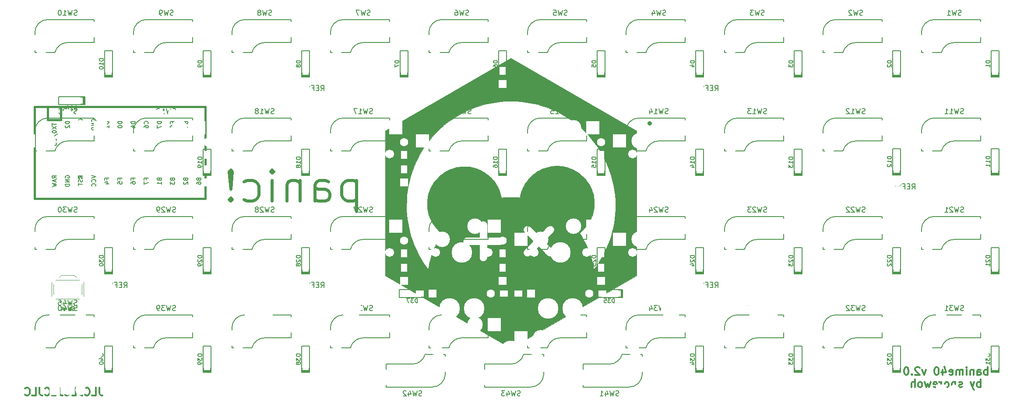
<source format=gbo>
G04 #@! TF.GenerationSoftware,KiCad,Pcbnew,(6.0.4-0)*
G04 #@! TF.CreationDate,2022-05-09T20:33:25-05:00*
G04 #@! TF.ProjectId,banime40,62616e69-6d65-4343-902e-6b696361645f,rev?*
G04 #@! TF.SameCoordinates,Original*
G04 #@! TF.FileFunction,Legend,Bot*
G04 #@! TF.FilePolarity,Positive*
%FSLAX46Y46*%
G04 Gerber Fmt 4.6, Leading zero omitted, Abs format (unit mm)*
G04 Created by KiCad (PCBNEW (6.0.4-0)) date 2022-05-09 20:33:25*
%MOMM*%
%LPD*%
G01*
G04 APERTURE LIST*
%ADD10C,0.001980*%
%ADD11C,0.880000*%
%ADD12C,0.300000*%
%ADD13C,0.600000*%
%ADD14C,0.150000*%
%ADD15C,0.381000*%
%ADD16C,0.120000*%
%ADD17R,1.752600X1.752600*%
%ADD18C,1.752600*%
%ADD19C,2.000000*%
%ADD20R,2.000000X2.000000*%
%ADD21O,2.000000X3.200000*%
%ADD22R,1.600000X1.600000*%
%ADD23R,1.200000X1.600000*%
%ADD24C,1.600000*%
%ADD25R,1.600000X1.200000*%
%ADD26R,2.550000X2.500000*%
%ADD27C,3.987800*%
%ADD28C,1.701800*%
%ADD29C,3.000000*%
%ADD30C,3.048000*%
%ADD31C,2.200000*%
%ADD32R,1.700000X1.000000*%
%ADD33R,2.180000X1.600000*%
G04 APERTURE END LIST*
D10*
G36*
X138112510Y-58449610D02*
G01*
X162421080Y-72484169D01*
X162421093Y-100553324D01*
X138112490Y-114587891D01*
X113803917Y-100553331D01*
X113803912Y-86954516D01*
X117887456Y-86954516D01*
X117905922Y-87825972D01*
X117960823Y-88688049D01*
X118051412Y-89540002D01*
X118176942Y-90381084D01*
X118336667Y-91210547D01*
X118529840Y-92027646D01*
X118755715Y-92831634D01*
X119013544Y-93621764D01*
X119302582Y-94397290D01*
X119622081Y-95157464D01*
X119971294Y-95901541D01*
X120349476Y-96628774D01*
X120755880Y-97338416D01*
X121189759Y-98029721D01*
X121650366Y-98701941D01*
X122136954Y-99354331D01*
X122205754Y-98877757D01*
X122288373Y-98405774D01*
X122384599Y-97938595D01*
X122494217Y-97476434D01*
X122617015Y-97019504D01*
X122752780Y-96568017D01*
X122901298Y-96122187D01*
X123062357Y-95682227D01*
X123235743Y-95248351D01*
X123421244Y-94820770D01*
X123618645Y-94399700D01*
X123827734Y-93985351D01*
X123913570Y-93826801D01*
X128832084Y-93826801D01*
X128833027Y-93865007D01*
X128835825Y-93902728D01*
X128840435Y-93939919D01*
X128846812Y-93976536D01*
X128854911Y-94012533D01*
X128864688Y-94047868D01*
X128876098Y-94082494D01*
X128889098Y-94116368D01*
X128903642Y-94149446D01*
X128919686Y-94181683D01*
X128937186Y-94213034D01*
X128956098Y-94243455D01*
X128976376Y-94272902D01*
X128997977Y-94301330D01*
X129020855Y-94328694D01*
X129044968Y-94354951D01*
X129070269Y-94380056D01*
X129096715Y-94403964D01*
X129124261Y-94426631D01*
X129152864Y-94448013D01*
X129182477Y-94468064D01*
X129213057Y-94486742D01*
X129244560Y-94504000D01*
X129276941Y-94519796D01*
X129310155Y-94534083D01*
X129344159Y-94546819D01*
X129378907Y-94557958D01*
X129414356Y-94567456D01*
X129450460Y-94575269D01*
X129487176Y-94581351D01*
X129524458Y-94585660D01*
X129562263Y-94588150D01*
X129562263Y-94588802D01*
X131980787Y-94588802D01*
X131980787Y-97007318D01*
X131981432Y-97007318D01*
X131983922Y-97045124D01*
X131988230Y-97082407D01*
X131994313Y-97119123D01*
X132002126Y-97155228D01*
X132011624Y-97190677D01*
X132022763Y-97225425D01*
X132035499Y-97259429D01*
X132049787Y-97292644D01*
X132065582Y-97325025D01*
X132082841Y-97356527D01*
X132101518Y-97387108D01*
X132121570Y-97416721D01*
X132142952Y-97445323D01*
X132165619Y-97472869D01*
X132189527Y-97499315D01*
X132214632Y-97524617D01*
X132240889Y-97548729D01*
X132268254Y-97571607D01*
X132296682Y-97593208D01*
X132326129Y-97613486D01*
X132356550Y-97632397D01*
X132387902Y-97649897D01*
X132420138Y-97665941D01*
X132453216Y-97680485D01*
X132487091Y-97693484D01*
X132521717Y-97704895D01*
X132557052Y-97714671D01*
X132593049Y-97722770D01*
X132629666Y-97729147D01*
X132666857Y-97733756D01*
X132704578Y-97736555D01*
X132742785Y-97737497D01*
X132780990Y-97736555D01*
X132818710Y-97733756D01*
X132855900Y-97729147D01*
X132892515Y-97722770D01*
X132928512Y-97714671D01*
X132963846Y-97704895D01*
X132998471Y-97693484D01*
X133032345Y-97680485D01*
X133065422Y-97665941D01*
X133097658Y-97649897D01*
X133129009Y-97632397D01*
X133159430Y-97613486D01*
X133188876Y-97593208D01*
X133217304Y-97571607D01*
X133244668Y-97548729D01*
X133270925Y-97524617D01*
X133296029Y-97499315D01*
X133319937Y-97472869D01*
X133342605Y-97445323D01*
X133363986Y-97416721D01*
X133384038Y-97387108D01*
X133402715Y-97356527D01*
X133419974Y-97325025D01*
X133435769Y-97292644D01*
X133450057Y-97259429D01*
X133462792Y-97225425D01*
X133473932Y-97190677D01*
X133483430Y-97155228D01*
X133491242Y-97119123D01*
X133497325Y-97082407D01*
X133501634Y-97045124D01*
X133504123Y-97007318D01*
X133504776Y-97007318D01*
X133504776Y-96068103D01*
X140494007Y-96068103D01*
X140495524Y-96103719D01*
X140498696Y-96139247D01*
X140503523Y-96174622D01*
X140510006Y-96209783D01*
X140518145Y-96244666D01*
X140527939Y-96279209D01*
X140539388Y-96313349D01*
X140552494Y-96347022D01*
X140567255Y-96380167D01*
X140583671Y-96412720D01*
X140601743Y-96444618D01*
X140621470Y-96475799D01*
X140642853Y-96506199D01*
X140665892Y-96535757D01*
X140690586Y-96564408D01*
X140716936Y-96592090D01*
X140744619Y-96618439D01*
X140773270Y-96643133D01*
X140802827Y-96666171D01*
X140833228Y-96687554D01*
X140864409Y-96707281D01*
X140896307Y-96725353D01*
X140928860Y-96741769D01*
X140962005Y-96756529D01*
X140995678Y-96769634D01*
X141029818Y-96781084D01*
X141064361Y-96790877D01*
X141099244Y-96799016D01*
X141134405Y-96805499D01*
X141169781Y-96810326D01*
X141205308Y-96813498D01*
X141240925Y-96815014D01*
X141276567Y-96814875D01*
X141312173Y-96813080D01*
X141347679Y-96809629D01*
X141383023Y-96804524D01*
X141418142Y-96797762D01*
X141452972Y-96789345D01*
X141487452Y-96779273D01*
X141521517Y-96767545D01*
X141555106Y-96754161D01*
X141588156Y-96739122D01*
X141620603Y-96722427D01*
X141652385Y-96704077D01*
X141683439Y-96684072D01*
X141713702Y-96662410D01*
X141743111Y-96639094D01*
X141771603Y-96614121D01*
X141771720Y-96614238D01*
X141771836Y-96614355D01*
X141772063Y-96614588D01*
X143482222Y-94904439D01*
X145169874Y-96592090D01*
X145192368Y-96614588D01*
X145192486Y-96614472D01*
X145192603Y-96614355D01*
X145192718Y-96614238D01*
X145192773Y-96614179D01*
X145192828Y-96614121D01*
X145221322Y-96639094D01*
X145250732Y-96662410D01*
X145280996Y-96684072D01*
X145312051Y-96704077D01*
X145343833Y-96722427D01*
X145376281Y-96739122D01*
X145409331Y-96754161D01*
X145442921Y-96767545D01*
X145476987Y-96779273D01*
X145511467Y-96789345D01*
X145546297Y-96797762D01*
X145581416Y-96804524D01*
X145616760Y-96809629D01*
X145652266Y-96813080D01*
X145687872Y-96814875D01*
X145723515Y-96815014D01*
X145759131Y-96813498D01*
X145794659Y-96810326D01*
X145830034Y-96805499D01*
X145865195Y-96799016D01*
X145900078Y-96790877D01*
X145934621Y-96781084D01*
X145968761Y-96769634D01*
X146002434Y-96756529D01*
X146035579Y-96741769D01*
X146068132Y-96725353D01*
X146100030Y-96707281D01*
X146131211Y-96687554D01*
X146161611Y-96666171D01*
X146191168Y-96643133D01*
X146219819Y-96618439D01*
X146247502Y-96592090D01*
X146273851Y-96564408D01*
X146298545Y-96535757D01*
X146321583Y-96506199D01*
X146342966Y-96475799D01*
X146362693Y-96444618D01*
X146380765Y-96412720D01*
X146397181Y-96380167D01*
X146411941Y-96347022D01*
X146425046Y-96313349D01*
X146436496Y-96279209D01*
X146446290Y-96244666D01*
X146454429Y-96209783D01*
X146460912Y-96174622D01*
X146465739Y-96139247D01*
X146468911Y-96103719D01*
X146470427Y-96068103D01*
X146470288Y-96032460D01*
X146468494Y-95996855D01*
X146465043Y-95961348D01*
X146459938Y-95926005D01*
X146453176Y-95890886D01*
X146444759Y-95856056D01*
X146434687Y-95821576D01*
X146422959Y-95787510D01*
X146409576Y-95753921D01*
X146394537Y-95720872D01*
X146377842Y-95688425D01*
X146359492Y-95656643D01*
X146339486Y-95625589D01*
X146317825Y-95595325D01*
X146294509Y-95565916D01*
X146269536Y-95537423D01*
X146270003Y-95536956D01*
X146247502Y-95514458D01*
X144559844Y-93826807D01*
X146247502Y-92139156D01*
X146270003Y-92116658D01*
X146269886Y-92116539D01*
X146269770Y-92116422D01*
X146269654Y-92116307D01*
X146269536Y-92116191D01*
X146294509Y-92087699D01*
X146317825Y-92058289D01*
X146339486Y-92028026D01*
X146359492Y-91996972D01*
X146377842Y-91965190D01*
X146394537Y-91932743D01*
X146409576Y-91899693D01*
X146422959Y-91866104D01*
X146434687Y-91832039D01*
X146444759Y-91797559D01*
X146453176Y-91762729D01*
X146459938Y-91727610D01*
X146465043Y-91692266D01*
X146468494Y-91656760D01*
X146470288Y-91621154D01*
X146470427Y-91585512D01*
X146468911Y-91549896D01*
X146465739Y-91514368D01*
X146460912Y-91478993D01*
X146454429Y-91443832D01*
X146446290Y-91408949D01*
X146436496Y-91374406D01*
X146425046Y-91340266D01*
X146411941Y-91306593D01*
X146397181Y-91273448D01*
X146380765Y-91240895D01*
X146362693Y-91208997D01*
X146342966Y-91177816D01*
X146321583Y-91147416D01*
X146298545Y-91117858D01*
X146273851Y-91089207D01*
X146247502Y-91061525D01*
X146219819Y-91035175D01*
X146191167Y-91010480D01*
X146161609Y-90987442D01*
X146131209Y-90966059D01*
X146100028Y-90946331D01*
X146068129Y-90928259D01*
X146035576Y-90911843D01*
X146002431Y-90897082D01*
X145968758Y-90883977D01*
X145934618Y-90872527D01*
X145900075Y-90862733D01*
X145865192Y-90854594D01*
X145830031Y-90848111D01*
X145794656Y-90843284D01*
X145759129Y-90840112D01*
X145723512Y-90838596D01*
X145687870Y-90838735D01*
X145652264Y-90840529D01*
X145616758Y-90843980D01*
X145581414Y-90849085D01*
X145546296Y-90855847D01*
X145511465Y-90864263D01*
X145476986Y-90874336D01*
X145442920Y-90886063D01*
X145409330Y-90899447D01*
X145376280Y-90914485D01*
X145343833Y-90931180D01*
X145312050Y-90949529D01*
X145280996Y-90969535D01*
X145250732Y-90991195D01*
X145221322Y-91014512D01*
X145192828Y-91039483D01*
X145192600Y-91039252D01*
X145192541Y-91039193D01*
X145192482Y-91039135D01*
X145192422Y-91039077D01*
X145192361Y-91039020D01*
X145170540Y-91060859D01*
X145170372Y-91061025D01*
X145170207Y-91061192D01*
X145169880Y-91061525D01*
X143482222Y-92749176D01*
X141794571Y-91061518D01*
X141772063Y-91039020D01*
X141771603Y-91039483D01*
X141743111Y-91014511D01*
X141713702Y-90991194D01*
X141683439Y-90969533D01*
X141652385Y-90949527D01*
X141620603Y-90931177D01*
X141588156Y-90914483D01*
X141555106Y-90899444D01*
X141521517Y-90886060D01*
X141487452Y-90874332D01*
X141452972Y-90864260D01*
X141418142Y-90855843D01*
X141383023Y-90849082D01*
X141347679Y-90843976D01*
X141312173Y-90840526D01*
X141276567Y-90838731D01*
X141240925Y-90838592D01*
X141205308Y-90840109D01*
X141169781Y-90843281D01*
X141134405Y-90848108D01*
X141099244Y-90854591D01*
X141064361Y-90862730D01*
X141029818Y-90872524D01*
X140995678Y-90883973D01*
X140962005Y-90897078D01*
X140928860Y-90911839D01*
X140896307Y-90928255D01*
X140864409Y-90946327D01*
X140833228Y-90966054D01*
X140802827Y-90987437D01*
X140773270Y-91010475D01*
X140744619Y-91035168D01*
X140716936Y-91061518D01*
X140690586Y-91089201D01*
X140665892Y-91117852D01*
X140642853Y-91147410D01*
X140621470Y-91177811D01*
X140601743Y-91208992D01*
X140583671Y-91240891D01*
X140567255Y-91273444D01*
X140552494Y-91306589D01*
X140539388Y-91340262D01*
X140527939Y-91374402D01*
X140518145Y-91408945D01*
X140510006Y-91443828D01*
X140503523Y-91478989D01*
X140498696Y-91514365D01*
X140495524Y-91549892D01*
X140494007Y-91585508D01*
X140494146Y-91621151D01*
X140495941Y-91656757D01*
X140499391Y-91692263D01*
X140504497Y-91727607D01*
X140511258Y-91762725D01*
X140519675Y-91797556D01*
X140529747Y-91832036D01*
X140541475Y-91866101D01*
X140554858Y-91899691D01*
X140569897Y-91932740D01*
X140586591Y-91965188D01*
X140604941Y-91996970D01*
X140624946Y-92028025D01*
X140646607Y-92058288D01*
X140669923Y-92087698D01*
X140694895Y-92116191D01*
X140694435Y-92116652D01*
X140716936Y-92139149D01*
X142404587Y-93826807D01*
X140694442Y-95536956D01*
X140694895Y-95537423D01*
X140669923Y-95565916D01*
X140646607Y-95595325D01*
X140624946Y-95625589D01*
X140604941Y-95656643D01*
X140586591Y-95688425D01*
X140569897Y-95720872D01*
X140554858Y-95753921D01*
X140541475Y-95787510D01*
X140529747Y-95821576D01*
X140519675Y-95856056D01*
X140511258Y-95890886D01*
X140504497Y-95926005D01*
X140499391Y-95961348D01*
X140495941Y-95996855D01*
X140494146Y-96032460D01*
X140494007Y-96068103D01*
X133504776Y-96068103D01*
X133504776Y-94588802D01*
X135923299Y-94588802D01*
X135923299Y-94588150D01*
X135961104Y-94585660D01*
X135998387Y-94581351D01*
X136035103Y-94575269D01*
X136071207Y-94567456D01*
X136106655Y-94557958D01*
X136141404Y-94546819D01*
X136175407Y-94534083D01*
X136208622Y-94519796D01*
X136241002Y-94504000D01*
X136272505Y-94486742D01*
X136303085Y-94468064D01*
X136332699Y-94448013D01*
X136361301Y-94426631D01*
X136388847Y-94403964D01*
X136415293Y-94380056D01*
X136440595Y-94354951D01*
X136464707Y-94328694D01*
X136487586Y-94301330D01*
X136509186Y-94272902D01*
X136529465Y-94243455D01*
X136548376Y-94213034D01*
X136565876Y-94181683D01*
X136581921Y-94149446D01*
X136596465Y-94116368D01*
X136609464Y-94082494D01*
X136620875Y-94047868D01*
X136630652Y-94012533D01*
X136638751Y-93976536D01*
X136645127Y-93939919D01*
X136649737Y-93902728D01*
X136652535Y-93865007D01*
X136653478Y-93826801D01*
X136652535Y-93788594D01*
X136649737Y-93750873D01*
X136645127Y-93713682D01*
X136638751Y-93677065D01*
X136630652Y-93641068D01*
X136620875Y-93605733D01*
X136609464Y-93571107D01*
X136596465Y-93537233D01*
X136581921Y-93504155D01*
X136565876Y-93471918D01*
X136548376Y-93440567D01*
X136529465Y-93410146D01*
X136509186Y-93380699D01*
X136487586Y-93352271D01*
X136464707Y-93324907D01*
X136440595Y-93298650D01*
X136415293Y-93273545D01*
X136388847Y-93249637D01*
X136361301Y-93226970D01*
X136332699Y-93205588D01*
X136303085Y-93185537D01*
X136272505Y-93166859D01*
X136241002Y-93149601D01*
X136208622Y-93133805D01*
X136175407Y-93119518D01*
X136141404Y-93106782D01*
X136106655Y-93095643D01*
X136071207Y-93086145D01*
X136035103Y-93078332D01*
X135998387Y-93072250D01*
X135961104Y-93067941D01*
X135923299Y-93065451D01*
X135923299Y-93064806D01*
X135892421Y-93064813D01*
X133504776Y-93064813D01*
X133504776Y-90646283D01*
X133504130Y-90646283D01*
X133501640Y-90608477D01*
X133497332Y-90571195D01*
X133491249Y-90534479D01*
X133483436Y-90498375D01*
X133473938Y-90462926D01*
X133462799Y-90428178D01*
X133450063Y-90394174D01*
X133435775Y-90360960D01*
X133419979Y-90328579D01*
X133402720Y-90297076D01*
X133384043Y-90266495D01*
X133363991Y-90236882D01*
X133342609Y-90208280D01*
X133319942Y-90180733D01*
X133296033Y-90154287D01*
X133270928Y-90128985D01*
X133244671Y-90104873D01*
X133217307Y-90081994D01*
X133188879Y-90060393D01*
X133159432Y-90040115D01*
X133129011Y-90021203D01*
X133097660Y-90003703D01*
X133065424Y-89987658D01*
X133032346Y-89973114D01*
X132998472Y-89960114D01*
X132963846Y-89948704D01*
X132928513Y-89938927D01*
X132892516Y-89930828D01*
X132855900Y-89924451D01*
X132818710Y-89919841D01*
X132780990Y-89917043D01*
X132742785Y-89916100D01*
X132704578Y-89917043D01*
X132666857Y-89919841D01*
X132629666Y-89924451D01*
X132593049Y-89930828D01*
X132557052Y-89938927D01*
X132521717Y-89948704D01*
X132487091Y-89960114D01*
X132453216Y-89973114D01*
X132420138Y-89987658D01*
X132387902Y-90003703D01*
X132356550Y-90021203D01*
X132326129Y-90040115D01*
X132296682Y-90060393D01*
X132268254Y-90081994D01*
X132240889Y-90104873D01*
X132214632Y-90128985D01*
X132189527Y-90154287D01*
X132165619Y-90180733D01*
X132142952Y-90208280D01*
X132121570Y-90236882D01*
X132101518Y-90266495D01*
X132082841Y-90297076D01*
X132065582Y-90328579D01*
X132049787Y-90360960D01*
X132035499Y-90394174D01*
X132022763Y-90428178D01*
X132011624Y-90462926D01*
X132002126Y-90498375D01*
X131994313Y-90534479D01*
X131988230Y-90571195D01*
X131983922Y-90608477D01*
X131981432Y-90646283D01*
X131980787Y-90646283D01*
X131980787Y-93064806D01*
X129562263Y-93064806D01*
X129562263Y-93065458D01*
X129524458Y-93067948D01*
X129487174Y-93072256D01*
X129450458Y-93078339D01*
X129414354Y-93086152D01*
X129378905Y-93095650D01*
X129344156Y-93106789D01*
X129310153Y-93119524D01*
X129276938Y-93133812D01*
X129244557Y-93149607D01*
X129213054Y-93166866D01*
X129182474Y-93185543D01*
X129152860Y-93205595D01*
X129124258Y-93226976D01*
X129096712Y-93249643D01*
X129070266Y-93273551D01*
X129044965Y-93298656D01*
X129020853Y-93324913D01*
X128997974Y-93352277D01*
X128976374Y-93380705D01*
X128956096Y-93410151D01*
X128937185Y-93440572D01*
X128919685Y-93471923D01*
X128903641Y-93504159D01*
X128889097Y-93537237D01*
X128876097Y-93571111D01*
X128864687Y-93605737D01*
X128854910Y-93641071D01*
X128846811Y-93677068D01*
X128840435Y-93713684D01*
X128835825Y-93750874D01*
X128833027Y-93788595D01*
X128832084Y-93826801D01*
X123913570Y-93826801D01*
X124048298Y-93577939D01*
X124280124Y-93177675D01*
X124522998Y-92784773D01*
X124776708Y-92399446D01*
X124455987Y-92143309D01*
X124150500Y-91869716D01*
X123861000Y-91579419D01*
X123588239Y-91273173D01*
X123332971Y-90951731D01*
X123095949Y-90615845D01*
X122877926Y-90266268D01*
X122679655Y-89903754D01*
X122501889Y-89529057D01*
X122345382Y-89142928D01*
X122210887Y-88746122D01*
X122099157Y-88339391D01*
X122010944Y-87923488D01*
X121947003Y-87499168D01*
X121908086Y-87067182D01*
X121894946Y-86628286D01*
X121894945Y-86628286D01*
X121894944Y-86628287D01*
X121894943Y-86628287D01*
X121904345Y-86256866D01*
X121932247Y-85890301D01*
X121978196Y-85529045D01*
X122041736Y-85173555D01*
X122122412Y-84824284D01*
X122219769Y-84481688D01*
X122333353Y-84146221D01*
X122462709Y-83818339D01*
X122607382Y-83498497D01*
X122766916Y-83187148D01*
X122940858Y-82884748D01*
X123128752Y-82591752D01*
X123330143Y-82308615D01*
X123544577Y-82035791D01*
X123771598Y-81773735D01*
X124010753Y-81522903D01*
X124261585Y-81283748D01*
X124523641Y-81056727D01*
X124796465Y-80842293D01*
X125079602Y-80640902D01*
X125372598Y-80453008D01*
X125674998Y-80279067D01*
X125986347Y-80119532D01*
X126306190Y-79974860D01*
X126634072Y-79845504D01*
X126969538Y-79731920D01*
X127312134Y-79634563D01*
X127661404Y-79553887D01*
X128016895Y-79490347D01*
X128378150Y-79444399D01*
X128744715Y-79416496D01*
X129116136Y-79407094D01*
X129449857Y-79414680D01*
X129779701Y-79437221D01*
X130105339Y-79474386D01*
X130426441Y-79525847D01*
X130742678Y-79591273D01*
X131053720Y-79670336D01*
X131359239Y-79762707D01*
X131658905Y-79868055D01*
X131952389Y-79986053D01*
X132239361Y-80116370D01*
X132519493Y-80258677D01*
X132792454Y-80412645D01*
X133057916Y-80577945D01*
X133315549Y-80754247D01*
X133565024Y-80941223D01*
X133806012Y-81138542D01*
X134038184Y-81345875D01*
X134261209Y-81562894D01*
X134474760Y-81789269D01*
X134678506Y-82024670D01*
X134872118Y-82268769D01*
X135055267Y-82521235D01*
X135227624Y-82781741D01*
X135388859Y-83049955D01*
X135538643Y-83325550D01*
X135676647Y-83608196D01*
X135802542Y-83897564D01*
X135915998Y-84193323D01*
X136016685Y-84495146D01*
X136104276Y-84802702D01*
X136178439Y-85115663D01*
X136238847Y-85433699D01*
X136469848Y-85408589D01*
X136701812Y-85386750D01*
X136934715Y-85368207D01*
X137168534Y-85352982D01*
X137403245Y-85341100D01*
X137638825Y-85332583D01*
X137875250Y-85327456D01*
X138112497Y-85325741D01*
X138112504Y-85325741D01*
X138333736Y-85327232D01*
X138554256Y-85331691D01*
X138774045Y-85339100D01*
X138993083Y-85349439D01*
X139211351Y-85362689D01*
X139428831Y-85378832D01*
X139645503Y-85397848D01*
X139861348Y-85419719D01*
X139918189Y-85097288D01*
X139989139Y-84779931D01*
X140073860Y-84467986D01*
X140172013Y-84161791D01*
X140283261Y-83861685D01*
X140407263Y-83568006D01*
X140543683Y-83281094D01*
X140692180Y-83001286D01*
X140852418Y-82728921D01*
X141024056Y-82464338D01*
X141206757Y-82207876D01*
X141400182Y-81959872D01*
X141603992Y-81720666D01*
X141817849Y-81490596D01*
X142041414Y-81270000D01*
X142274350Y-81059217D01*
X142516316Y-80858587D01*
X142766975Y-80668446D01*
X143025988Y-80489134D01*
X143293016Y-80320990D01*
X143567722Y-80164351D01*
X143849765Y-80019557D01*
X144138809Y-79886947D01*
X144434514Y-79766857D01*
X144736541Y-79659628D01*
X145044553Y-79565598D01*
X145358210Y-79485105D01*
X145677175Y-79418488D01*
X146001107Y-79366085D01*
X146329670Y-79328236D01*
X146662524Y-79305278D01*
X146999331Y-79297550D01*
X147370751Y-79306952D01*
X147737316Y-79334855D01*
X148098571Y-79380803D01*
X148454061Y-79444343D01*
X148803331Y-79525019D01*
X149145927Y-79622376D01*
X149481393Y-79735960D01*
X149809275Y-79865316D01*
X150129118Y-80009988D01*
X150440466Y-80169523D01*
X150742866Y-80343464D01*
X151035862Y-80531358D01*
X151318999Y-80732749D01*
X151591823Y-80947183D01*
X151853878Y-81174204D01*
X152104711Y-81413359D01*
X152343865Y-81664191D01*
X152570887Y-81926247D01*
X152785321Y-82199071D01*
X152986712Y-82482208D01*
X153174606Y-82775204D01*
X153348547Y-83077604D01*
X153508082Y-83388953D01*
X153652754Y-83708795D01*
X153782110Y-84036677D01*
X153895694Y-84372144D01*
X153993051Y-84714740D01*
X154073727Y-85064011D01*
X154137267Y-85419501D01*
X154183216Y-85780757D01*
X154211119Y-86147322D01*
X154220520Y-86518743D01*
X154207493Y-86955761D01*
X154168908Y-87385929D01*
X154105507Y-87808504D01*
X154018035Y-88222743D01*
X153907234Y-88627903D01*
X153773849Y-89023240D01*
X153618622Y-89408010D01*
X153442298Y-89781471D01*
X153245619Y-90142878D01*
X153029330Y-90491488D01*
X152794173Y-90826558D01*
X152540892Y-91147345D01*
X152270230Y-91453105D01*
X151982932Y-91743094D01*
X151679740Y-92016570D01*
X151361397Y-92272788D01*
X151623914Y-92663596D01*
X151875208Y-93062368D01*
X152115053Y-93468876D01*
X152343223Y-93882894D01*
X152559491Y-94304195D01*
X152763629Y-94732552D01*
X152955412Y-95167739D01*
X153134613Y-95609529D01*
X153301004Y-96057695D01*
X153454360Y-96512010D01*
X153594453Y-96972247D01*
X153721057Y-97438181D01*
X153833945Y-97909583D01*
X153932890Y-98386228D01*
X154017666Y-98867889D01*
X154088046Y-99354338D01*
X154574635Y-98701948D01*
X155035243Y-98029727D01*
X155469122Y-97338422D01*
X155875526Y-96628780D01*
X156253709Y-95901546D01*
X156602923Y-95157469D01*
X156922423Y-94397294D01*
X157211461Y-93621767D01*
X157469291Y-92831637D01*
X157695165Y-92027648D01*
X157888339Y-91210549D01*
X158048064Y-90381085D01*
X158173595Y-89540003D01*
X158264184Y-88688050D01*
X158319085Y-87825972D01*
X158337551Y-86954516D01*
X158311218Y-85914244D01*
X158233068Y-84887570D01*
X158104375Y-83875770D01*
X157926413Y-82880115D01*
X157700457Y-81901882D01*
X157427779Y-80942342D01*
X157109654Y-80002771D01*
X156747356Y-79084442D01*
X156342159Y-78188630D01*
X155895336Y-77316607D01*
X155408163Y-76469649D01*
X154881911Y-75649028D01*
X154317857Y-74856020D01*
X153717272Y-74091897D01*
X153081433Y-73357934D01*
X152411611Y-72655405D01*
X151709082Y-71985584D01*
X150975119Y-71349745D01*
X150210997Y-70749161D01*
X149417988Y-70185106D01*
X148597368Y-69658855D01*
X147750409Y-69171681D01*
X146878387Y-68724859D01*
X145982574Y-68319662D01*
X145064246Y-67957364D01*
X144124675Y-67639240D01*
X143165135Y-67366562D01*
X142186902Y-67140606D01*
X141191248Y-66962644D01*
X140179448Y-66833951D01*
X139152775Y-66755802D01*
X138112504Y-66729469D01*
X137072232Y-66755802D01*
X136045559Y-66833951D01*
X135033759Y-66962644D01*
X134038105Y-67140606D01*
X133059872Y-67366562D01*
X132100332Y-67639240D01*
X131160761Y-67957364D01*
X130242433Y-68319662D01*
X129346620Y-68724859D01*
X128474598Y-69171681D01*
X127627639Y-69658855D01*
X126807019Y-70185106D01*
X126014010Y-70749161D01*
X125249888Y-71349745D01*
X124515925Y-71985584D01*
X123813396Y-72655405D01*
X123143574Y-73357934D01*
X122507735Y-74091897D01*
X121907150Y-74856020D01*
X121343096Y-75649028D01*
X120816844Y-76469649D01*
X120329671Y-77316607D01*
X119882848Y-78188630D01*
X119477651Y-79084442D01*
X119115353Y-80002771D01*
X118797228Y-80942342D01*
X118524550Y-81901882D01*
X118298594Y-82880115D01*
X118120632Y-83875770D01*
X117991939Y-84887570D01*
X117913789Y-85914244D01*
X117887456Y-86954516D01*
X113803912Y-86954516D01*
X113803907Y-72484179D01*
X138112510Y-58449610D01*
G37*
X138112510Y-58449610D02*
X162421080Y-72484169D01*
X162421093Y-100553324D01*
X138112490Y-114587891D01*
X113803917Y-100553331D01*
X113803912Y-86954516D01*
X117887456Y-86954516D01*
X117905922Y-87825972D01*
X117960823Y-88688049D01*
X118051412Y-89540002D01*
X118176942Y-90381084D01*
X118336667Y-91210547D01*
X118529840Y-92027646D01*
X118755715Y-92831634D01*
X119013544Y-93621764D01*
X119302582Y-94397290D01*
X119622081Y-95157464D01*
X119971294Y-95901541D01*
X120349476Y-96628774D01*
X120755880Y-97338416D01*
X121189759Y-98029721D01*
X121650366Y-98701941D01*
X122136954Y-99354331D01*
X122205754Y-98877757D01*
X122288373Y-98405774D01*
X122384599Y-97938595D01*
X122494217Y-97476434D01*
X122617015Y-97019504D01*
X122752780Y-96568017D01*
X122901298Y-96122187D01*
X123062357Y-95682227D01*
X123235743Y-95248351D01*
X123421244Y-94820770D01*
X123618645Y-94399700D01*
X123827734Y-93985351D01*
X123913570Y-93826801D01*
X128832084Y-93826801D01*
X128833027Y-93865007D01*
X128835825Y-93902728D01*
X128840435Y-93939919D01*
X128846812Y-93976536D01*
X128854911Y-94012533D01*
X128864688Y-94047868D01*
X128876098Y-94082494D01*
X128889098Y-94116368D01*
X128903642Y-94149446D01*
X128919686Y-94181683D01*
X128937186Y-94213034D01*
X128956098Y-94243455D01*
X128976376Y-94272902D01*
X128997977Y-94301330D01*
X129020855Y-94328694D01*
X129044968Y-94354951D01*
X129070269Y-94380056D01*
X129096715Y-94403964D01*
X129124261Y-94426631D01*
X129152864Y-94448013D01*
X129182477Y-94468064D01*
X129213057Y-94486742D01*
X129244560Y-94504000D01*
X129276941Y-94519796D01*
X129310155Y-94534083D01*
X129344159Y-94546819D01*
X129378907Y-94557958D01*
X129414356Y-94567456D01*
X129450460Y-94575269D01*
X129487176Y-94581351D01*
X129524458Y-94585660D01*
X129562263Y-94588150D01*
X129562263Y-94588802D01*
X131980787Y-94588802D01*
X131980787Y-97007318D01*
X131981432Y-97007318D01*
X131983922Y-97045124D01*
X131988230Y-97082407D01*
X131994313Y-97119123D01*
X132002126Y-97155228D01*
X132011624Y-97190677D01*
X132022763Y-97225425D01*
X132035499Y-97259429D01*
X132049787Y-97292644D01*
X132065582Y-97325025D01*
X132082841Y-97356527D01*
X132101518Y-97387108D01*
X132121570Y-97416721D01*
X132142952Y-97445323D01*
X132165619Y-97472869D01*
X132189527Y-97499315D01*
X132214632Y-97524617D01*
X132240889Y-97548729D01*
X132268254Y-97571607D01*
X132296682Y-97593208D01*
X132326129Y-97613486D01*
X132356550Y-97632397D01*
X132387902Y-97649897D01*
X132420138Y-97665941D01*
X132453216Y-97680485D01*
X132487091Y-97693484D01*
X132521717Y-97704895D01*
X132557052Y-97714671D01*
X132593049Y-97722770D01*
X132629666Y-97729147D01*
X132666857Y-97733756D01*
X132704578Y-97736555D01*
X132742785Y-97737497D01*
X132780990Y-97736555D01*
X132818710Y-97733756D01*
X132855900Y-97729147D01*
X132892515Y-97722770D01*
X132928512Y-97714671D01*
X132963846Y-97704895D01*
X132998471Y-97693484D01*
X133032345Y-97680485D01*
X133065422Y-97665941D01*
X133097658Y-97649897D01*
X133129009Y-97632397D01*
X133159430Y-97613486D01*
X133188876Y-97593208D01*
X133217304Y-97571607D01*
X133244668Y-97548729D01*
X133270925Y-97524617D01*
X133296029Y-97499315D01*
X133319937Y-97472869D01*
X133342605Y-97445323D01*
X133363986Y-97416721D01*
X133384038Y-97387108D01*
X133402715Y-97356527D01*
X133419974Y-97325025D01*
X133435769Y-97292644D01*
X133450057Y-97259429D01*
X133462792Y-97225425D01*
X133473932Y-97190677D01*
X133483430Y-97155228D01*
X133491242Y-97119123D01*
X133497325Y-97082407D01*
X133501634Y-97045124D01*
X133504123Y-97007318D01*
X133504776Y-97007318D01*
X133504776Y-96068103D01*
X140494007Y-96068103D01*
X140495524Y-96103719D01*
X140498696Y-96139247D01*
X140503523Y-96174622D01*
X140510006Y-96209783D01*
X140518145Y-96244666D01*
X140527939Y-96279209D01*
X140539388Y-96313349D01*
X140552494Y-96347022D01*
X140567255Y-96380167D01*
X140583671Y-96412720D01*
X140601743Y-96444618D01*
X140621470Y-96475799D01*
X140642853Y-96506199D01*
X140665892Y-96535757D01*
X140690586Y-96564408D01*
X140716936Y-96592090D01*
X140744619Y-96618439D01*
X140773270Y-96643133D01*
X140802827Y-96666171D01*
X140833228Y-96687554D01*
X140864409Y-96707281D01*
X140896307Y-96725353D01*
X140928860Y-96741769D01*
X140962005Y-96756529D01*
X140995678Y-96769634D01*
X141029818Y-96781084D01*
X141064361Y-96790877D01*
X141099244Y-96799016D01*
X141134405Y-96805499D01*
X141169781Y-96810326D01*
X141205308Y-96813498D01*
X141240925Y-96815014D01*
X141276567Y-96814875D01*
X141312173Y-96813080D01*
X141347679Y-96809629D01*
X141383023Y-96804524D01*
X141418142Y-96797762D01*
X141452972Y-96789345D01*
X141487452Y-96779273D01*
X141521517Y-96767545D01*
X141555106Y-96754161D01*
X141588156Y-96739122D01*
X141620603Y-96722427D01*
X141652385Y-96704077D01*
X141683439Y-96684072D01*
X141713702Y-96662410D01*
X141743111Y-96639094D01*
X141771603Y-96614121D01*
X141771720Y-96614238D01*
X141771836Y-96614355D01*
X141772063Y-96614588D01*
X143482222Y-94904439D01*
X145169874Y-96592090D01*
X145192368Y-96614588D01*
X145192486Y-96614472D01*
X145192603Y-96614355D01*
X145192718Y-96614238D01*
X145192773Y-96614179D01*
X145192828Y-96614121D01*
X145221322Y-96639094D01*
X145250732Y-96662410D01*
X145280996Y-96684072D01*
X145312051Y-96704077D01*
X145343833Y-96722427D01*
X145376281Y-96739122D01*
X145409331Y-96754161D01*
X145442921Y-96767545D01*
X145476987Y-96779273D01*
X145511467Y-96789345D01*
X145546297Y-96797762D01*
X145581416Y-96804524D01*
X145616760Y-96809629D01*
X145652266Y-96813080D01*
X145687872Y-96814875D01*
X145723515Y-96815014D01*
X145759131Y-96813498D01*
X145794659Y-96810326D01*
X145830034Y-96805499D01*
X145865195Y-96799016D01*
X145900078Y-96790877D01*
X145934621Y-96781084D01*
X145968761Y-96769634D01*
X146002434Y-96756529D01*
X146035579Y-96741769D01*
X146068132Y-96725353D01*
X146100030Y-96707281D01*
X146131211Y-96687554D01*
X146161611Y-96666171D01*
X146191168Y-96643133D01*
X146219819Y-96618439D01*
X146247502Y-96592090D01*
X146273851Y-96564408D01*
X146298545Y-96535757D01*
X146321583Y-96506199D01*
X146342966Y-96475799D01*
X146362693Y-96444618D01*
X146380765Y-96412720D01*
X146397181Y-96380167D01*
X146411941Y-96347022D01*
X146425046Y-96313349D01*
X146436496Y-96279209D01*
X146446290Y-96244666D01*
X146454429Y-96209783D01*
X146460912Y-96174622D01*
X146465739Y-96139247D01*
X146468911Y-96103719D01*
X146470427Y-96068103D01*
X146470288Y-96032460D01*
X146468494Y-95996855D01*
X146465043Y-95961348D01*
X146459938Y-95926005D01*
X146453176Y-95890886D01*
X146444759Y-95856056D01*
X146434687Y-95821576D01*
X146422959Y-95787510D01*
X146409576Y-95753921D01*
X146394537Y-95720872D01*
X146377842Y-95688425D01*
X146359492Y-95656643D01*
X146339486Y-95625589D01*
X146317825Y-95595325D01*
X146294509Y-95565916D01*
X146269536Y-95537423D01*
X146270003Y-95536956D01*
X146247502Y-95514458D01*
X144559844Y-93826807D01*
X146247502Y-92139156D01*
X146270003Y-92116658D01*
X146269886Y-92116539D01*
X146269770Y-92116422D01*
X146269654Y-92116307D01*
X146269536Y-92116191D01*
X146294509Y-92087699D01*
X146317825Y-92058289D01*
X146339486Y-92028026D01*
X146359492Y-91996972D01*
X146377842Y-91965190D01*
X146394537Y-91932743D01*
X146409576Y-91899693D01*
X146422959Y-91866104D01*
X146434687Y-91832039D01*
X146444759Y-91797559D01*
X146453176Y-91762729D01*
X146459938Y-91727610D01*
X146465043Y-91692266D01*
X146468494Y-91656760D01*
X146470288Y-91621154D01*
X146470427Y-91585512D01*
X146468911Y-91549896D01*
X146465739Y-91514368D01*
X146460912Y-91478993D01*
X146454429Y-91443832D01*
X146446290Y-91408949D01*
X146436496Y-91374406D01*
X146425046Y-91340266D01*
X146411941Y-91306593D01*
X146397181Y-91273448D01*
X146380765Y-91240895D01*
X146362693Y-91208997D01*
X146342966Y-91177816D01*
X146321583Y-91147416D01*
X146298545Y-91117858D01*
X146273851Y-91089207D01*
X146247502Y-91061525D01*
X146219819Y-91035175D01*
X146191167Y-91010480D01*
X146161609Y-90987442D01*
X146131209Y-90966059D01*
X146100028Y-90946331D01*
X146068129Y-90928259D01*
X146035576Y-90911843D01*
X146002431Y-90897082D01*
X145968758Y-90883977D01*
X145934618Y-90872527D01*
X145900075Y-90862733D01*
X145865192Y-90854594D01*
X145830031Y-90848111D01*
X145794656Y-90843284D01*
X145759129Y-90840112D01*
X145723512Y-90838596D01*
X145687870Y-90838735D01*
X145652264Y-90840529D01*
X145616758Y-90843980D01*
X145581414Y-90849085D01*
X145546296Y-90855847D01*
X145511465Y-90864263D01*
X145476986Y-90874336D01*
X145442920Y-90886063D01*
X145409330Y-90899447D01*
X145376280Y-90914485D01*
X145343833Y-90931180D01*
X145312050Y-90949529D01*
X145280996Y-90969535D01*
X145250732Y-90991195D01*
X145221322Y-91014512D01*
X145192828Y-91039483D01*
X145192600Y-91039252D01*
X145192541Y-91039193D01*
X145192482Y-91039135D01*
X145192422Y-91039077D01*
X145192361Y-91039020D01*
X145170540Y-91060859D01*
X145170372Y-91061025D01*
X145170207Y-91061192D01*
X145169880Y-91061525D01*
X143482222Y-92749176D01*
X141794571Y-91061518D01*
X141772063Y-91039020D01*
X141771603Y-91039483D01*
X141743111Y-91014511D01*
X141713702Y-90991194D01*
X141683439Y-90969533D01*
X141652385Y-90949527D01*
X141620603Y-90931177D01*
X141588156Y-90914483D01*
X141555106Y-90899444D01*
X141521517Y-90886060D01*
X141487452Y-90874332D01*
X141452972Y-90864260D01*
X141418142Y-90855843D01*
X141383023Y-90849082D01*
X141347679Y-90843976D01*
X141312173Y-90840526D01*
X141276567Y-90838731D01*
X141240925Y-90838592D01*
X141205308Y-90840109D01*
X141169781Y-90843281D01*
X141134405Y-90848108D01*
X141099244Y-90854591D01*
X141064361Y-90862730D01*
X141029818Y-90872524D01*
X140995678Y-90883973D01*
X140962005Y-90897078D01*
X140928860Y-90911839D01*
X140896307Y-90928255D01*
X140864409Y-90946327D01*
X140833228Y-90966054D01*
X140802827Y-90987437D01*
X140773270Y-91010475D01*
X140744619Y-91035168D01*
X140716936Y-91061518D01*
X140690586Y-91089201D01*
X140665892Y-91117852D01*
X140642853Y-91147410D01*
X140621470Y-91177811D01*
X140601743Y-91208992D01*
X140583671Y-91240891D01*
X140567255Y-91273444D01*
X140552494Y-91306589D01*
X140539388Y-91340262D01*
X140527939Y-91374402D01*
X140518145Y-91408945D01*
X140510006Y-91443828D01*
X140503523Y-91478989D01*
X140498696Y-91514365D01*
X140495524Y-91549892D01*
X140494007Y-91585508D01*
X140494146Y-91621151D01*
X140495941Y-91656757D01*
X140499391Y-91692263D01*
X140504497Y-91727607D01*
X140511258Y-91762725D01*
X140519675Y-91797556D01*
X140529747Y-91832036D01*
X140541475Y-91866101D01*
X140554858Y-91899691D01*
X140569897Y-91932740D01*
X140586591Y-91965188D01*
X140604941Y-91996970D01*
X140624946Y-92028025D01*
X140646607Y-92058288D01*
X140669923Y-92087698D01*
X140694895Y-92116191D01*
X140694435Y-92116652D01*
X140716936Y-92139149D01*
X142404587Y-93826807D01*
X140694442Y-95536956D01*
X140694895Y-95537423D01*
X140669923Y-95565916D01*
X140646607Y-95595325D01*
X140624946Y-95625589D01*
X140604941Y-95656643D01*
X140586591Y-95688425D01*
X140569897Y-95720872D01*
X140554858Y-95753921D01*
X140541475Y-95787510D01*
X140529747Y-95821576D01*
X140519675Y-95856056D01*
X140511258Y-95890886D01*
X140504497Y-95926005D01*
X140499391Y-95961348D01*
X140495941Y-95996855D01*
X140494146Y-96032460D01*
X140494007Y-96068103D01*
X133504776Y-96068103D01*
X133504776Y-94588802D01*
X135923299Y-94588802D01*
X135923299Y-94588150D01*
X135961104Y-94585660D01*
X135998387Y-94581351D01*
X136035103Y-94575269D01*
X136071207Y-94567456D01*
X136106655Y-94557958D01*
X136141404Y-94546819D01*
X136175407Y-94534083D01*
X136208622Y-94519796D01*
X136241002Y-94504000D01*
X136272505Y-94486742D01*
X136303085Y-94468064D01*
X136332699Y-94448013D01*
X136361301Y-94426631D01*
X136388847Y-94403964D01*
X136415293Y-94380056D01*
X136440595Y-94354951D01*
X136464707Y-94328694D01*
X136487586Y-94301330D01*
X136509186Y-94272902D01*
X136529465Y-94243455D01*
X136548376Y-94213034D01*
X136565876Y-94181683D01*
X136581921Y-94149446D01*
X136596465Y-94116368D01*
X136609464Y-94082494D01*
X136620875Y-94047868D01*
X136630652Y-94012533D01*
X136638751Y-93976536D01*
X136645127Y-93939919D01*
X136649737Y-93902728D01*
X136652535Y-93865007D01*
X136653478Y-93826801D01*
X136652535Y-93788594D01*
X136649737Y-93750873D01*
X136645127Y-93713682D01*
X136638751Y-93677065D01*
X136630652Y-93641068D01*
X136620875Y-93605733D01*
X136609464Y-93571107D01*
X136596465Y-93537233D01*
X136581921Y-93504155D01*
X136565876Y-93471918D01*
X136548376Y-93440567D01*
X136529465Y-93410146D01*
X136509186Y-93380699D01*
X136487586Y-93352271D01*
X136464707Y-93324907D01*
X136440595Y-93298650D01*
X136415293Y-93273545D01*
X136388847Y-93249637D01*
X136361301Y-93226970D01*
X136332699Y-93205588D01*
X136303085Y-93185537D01*
X136272505Y-93166859D01*
X136241002Y-93149601D01*
X136208622Y-93133805D01*
X136175407Y-93119518D01*
X136141404Y-93106782D01*
X136106655Y-93095643D01*
X136071207Y-93086145D01*
X136035103Y-93078332D01*
X135998387Y-93072250D01*
X135961104Y-93067941D01*
X135923299Y-93065451D01*
X135923299Y-93064806D01*
X135892421Y-93064813D01*
X133504776Y-93064813D01*
X133504776Y-90646283D01*
X133504130Y-90646283D01*
X133501640Y-90608477D01*
X133497332Y-90571195D01*
X133491249Y-90534479D01*
X133483436Y-90498375D01*
X133473938Y-90462926D01*
X133462799Y-90428178D01*
X133450063Y-90394174D01*
X133435775Y-90360960D01*
X133419979Y-90328579D01*
X133402720Y-90297076D01*
X133384043Y-90266495D01*
X133363991Y-90236882D01*
X133342609Y-90208280D01*
X133319942Y-90180733D01*
X133296033Y-90154287D01*
X133270928Y-90128985D01*
X133244671Y-90104873D01*
X133217307Y-90081994D01*
X133188879Y-90060393D01*
X133159432Y-90040115D01*
X133129011Y-90021203D01*
X133097660Y-90003703D01*
X133065424Y-89987658D01*
X133032346Y-89973114D01*
X132998472Y-89960114D01*
X132963846Y-89948704D01*
X132928513Y-89938927D01*
X132892516Y-89930828D01*
X132855900Y-89924451D01*
X132818710Y-89919841D01*
X132780990Y-89917043D01*
X132742785Y-89916100D01*
X132704578Y-89917043D01*
X132666857Y-89919841D01*
X132629666Y-89924451D01*
X132593049Y-89930828D01*
X132557052Y-89938927D01*
X132521717Y-89948704D01*
X132487091Y-89960114D01*
X132453216Y-89973114D01*
X132420138Y-89987658D01*
X132387902Y-90003703D01*
X132356550Y-90021203D01*
X132326129Y-90040115D01*
X132296682Y-90060393D01*
X132268254Y-90081994D01*
X132240889Y-90104873D01*
X132214632Y-90128985D01*
X132189527Y-90154287D01*
X132165619Y-90180733D01*
X132142952Y-90208280D01*
X132121570Y-90236882D01*
X132101518Y-90266495D01*
X132082841Y-90297076D01*
X132065582Y-90328579D01*
X132049787Y-90360960D01*
X132035499Y-90394174D01*
X132022763Y-90428178D01*
X132011624Y-90462926D01*
X132002126Y-90498375D01*
X131994313Y-90534479D01*
X131988230Y-90571195D01*
X131983922Y-90608477D01*
X131981432Y-90646283D01*
X131980787Y-90646283D01*
X131980787Y-93064806D01*
X129562263Y-93064806D01*
X129562263Y-93065458D01*
X129524458Y-93067948D01*
X129487174Y-93072256D01*
X129450458Y-93078339D01*
X129414354Y-93086152D01*
X129378905Y-93095650D01*
X129344156Y-93106789D01*
X129310153Y-93119524D01*
X129276938Y-93133812D01*
X129244557Y-93149607D01*
X129213054Y-93166866D01*
X129182474Y-93185543D01*
X129152860Y-93205595D01*
X129124258Y-93226976D01*
X129096712Y-93249643D01*
X129070266Y-93273551D01*
X129044965Y-93298656D01*
X129020853Y-93324913D01*
X128997974Y-93352277D01*
X128976374Y-93380705D01*
X128956096Y-93410151D01*
X128937185Y-93440572D01*
X128919685Y-93471923D01*
X128903641Y-93504159D01*
X128889097Y-93537237D01*
X128876097Y-93571111D01*
X128864687Y-93605737D01*
X128854910Y-93641071D01*
X128846811Y-93677068D01*
X128840435Y-93713684D01*
X128835825Y-93750874D01*
X128833027Y-93788595D01*
X128832084Y-93826801D01*
X123913570Y-93826801D01*
X124048298Y-93577939D01*
X124280124Y-93177675D01*
X124522998Y-92784773D01*
X124776708Y-92399446D01*
X124455987Y-92143309D01*
X124150500Y-91869716D01*
X123861000Y-91579419D01*
X123588239Y-91273173D01*
X123332971Y-90951731D01*
X123095949Y-90615845D01*
X122877926Y-90266268D01*
X122679655Y-89903754D01*
X122501889Y-89529057D01*
X122345382Y-89142928D01*
X122210887Y-88746122D01*
X122099157Y-88339391D01*
X122010944Y-87923488D01*
X121947003Y-87499168D01*
X121908086Y-87067182D01*
X121894946Y-86628286D01*
X121894945Y-86628286D01*
X121894944Y-86628287D01*
X121894943Y-86628287D01*
X121904345Y-86256866D01*
X121932247Y-85890301D01*
X121978196Y-85529045D01*
X122041736Y-85173555D01*
X122122412Y-84824284D01*
X122219769Y-84481688D01*
X122333353Y-84146221D01*
X122462709Y-83818339D01*
X122607382Y-83498497D01*
X122766916Y-83187148D01*
X122940858Y-82884748D01*
X123128752Y-82591752D01*
X123330143Y-82308615D01*
X123544577Y-82035791D01*
X123771598Y-81773735D01*
X124010753Y-81522903D01*
X124261585Y-81283748D01*
X124523641Y-81056727D01*
X124796465Y-80842293D01*
X125079602Y-80640902D01*
X125372598Y-80453008D01*
X125674998Y-80279067D01*
X125986347Y-80119532D01*
X126306190Y-79974860D01*
X126634072Y-79845504D01*
X126969538Y-79731920D01*
X127312134Y-79634563D01*
X127661404Y-79553887D01*
X128016895Y-79490347D01*
X128378150Y-79444399D01*
X128744715Y-79416496D01*
X129116136Y-79407094D01*
X129449857Y-79414680D01*
X129779701Y-79437221D01*
X130105339Y-79474386D01*
X130426441Y-79525847D01*
X130742678Y-79591273D01*
X131053720Y-79670336D01*
X131359239Y-79762707D01*
X131658905Y-79868055D01*
X131952389Y-79986053D01*
X132239361Y-80116370D01*
X132519493Y-80258677D01*
X132792454Y-80412645D01*
X133057916Y-80577945D01*
X133315549Y-80754247D01*
X133565024Y-80941223D01*
X133806012Y-81138542D01*
X134038184Y-81345875D01*
X134261209Y-81562894D01*
X134474760Y-81789269D01*
X134678506Y-82024670D01*
X134872118Y-82268769D01*
X135055267Y-82521235D01*
X135227624Y-82781741D01*
X135388859Y-83049955D01*
X135538643Y-83325550D01*
X135676647Y-83608196D01*
X135802542Y-83897564D01*
X135915998Y-84193323D01*
X136016685Y-84495146D01*
X136104276Y-84802702D01*
X136178439Y-85115663D01*
X136238847Y-85433699D01*
X136469848Y-85408589D01*
X136701812Y-85386750D01*
X136934715Y-85368207D01*
X137168534Y-85352982D01*
X137403245Y-85341100D01*
X137638825Y-85332583D01*
X137875250Y-85327456D01*
X138112497Y-85325741D01*
X138112504Y-85325741D01*
X138333736Y-85327232D01*
X138554256Y-85331691D01*
X138774045Y-85339100D01*
X138993083Y-85349439D01*
X139211351Y-85362689D01*
X139428831Y-85378832D01*
X139645503Y-85397848D01*
X139861348Y-85419719D01*
X139918189Y-85097288D01*
X139989139Y-84779931D01*
X140073860Y-84467986D01*
X140172013Y-84161791D01*
X140283261Y-83861685D01*
X140407263Y-83568006D01*
X140543683Y-83281094D01*
X140692180Y-83001286D01*
X140852418Y-82728921D01*
X141024056Y-82464338D01*
X141206757Y-82207876D01*
X141400182Y-81959872D01*
X141603992Y-81720666D01*
X141817849Y-81490596D01*
X142041414Y-81270000D01*
X142274350Y-81059217D01*
X142516316Y-80858587D01*
X142766975Y-80668446D01*
X143025988Y-80489134D01*
X143293016Y-80320990D01*
X143567722Y-80164351D01*
X143849765Y-80019557D01*
X144138809Y-79886947D01*
X144434514Y-79766857D01*
X144736541Y-79659628D01*
X145044553Y-79565598D01*
X145358210Y-79485105D01*
X145677175Y-79418488D01*
X146001107Y-79366085D01*
X146329670Y-79328236D01*
X146662524Y-79305278D01*
X146999331Y-79297550D01*
X147370751Y-79306952D01*
X147737316Y-79334855D01*
X148098571Y-79380803D01*
X148454061Y-79444343D01*
X148803331Y-79525019D01*
X149145927Y-79622376D01*
X149481393Y-79735960D01*
X149809275Y-79865316D01*
X150129118Y-80009988D01*
X150440466Y-80169523D01*
X150742866Y-80343464D01*
X151035862Y-80531358D01*
X151318999Y-80732749D01*
X151591823Y-80947183D01*
X151853878Y-81174204D01*
X152104711Y-81413359D01*
X152343865Y-81664191D01*
X152570887Y-81926247D01*
X152785321Y-82199071D01*
X152986712Y-82482208D01*
X153174606Y-82775204D01*
X153348547Y-83077604D01*
X153508082Y-83388953D01*
X153652754Y-83708795D01*
X153782110Y-84036677D01*
X153895694Y-84372144D01*
X153993051Y-84714740D01*
X154073727Y-85064011D01*
X154137267Y-85419501D01*
X154183216Y-85780757D01*
X154211119Y-86147322D01*
X154220520Y-86518743D01*
X154207493Y-86955761D01*
X154168908Y-87385929D01*
X154105507Y-87808504D01*
X154018035Y-88222743D01*
X153907234Y-88627903D01*
X153773849Y-89023240D01*
X153618622Y-89408010D01*
X153442298Y-89781471D01*
X153245619Y-90142878D01*
X153029330Y-90491488D01*
X152794173Y-90826558D01*
X152540892Y-91147345D01*
X152270230Y-91453105D01*
X151982932Y-91743094D01*
X151679740Y-92016570D01*
X151361397Y-92272788D01*
X151623914Y-92663596D01*
X151875208Y-93062368D01*
X152115053Y-93468876D01*
X152343223Y-93882894D01*
X152559491Y-94304195D01*
X152763629Y-94732552D01*
X152955412Y-95167739D01*
X153134613Y-95609529D01*
X153301004Y-96057695D01*
X153454360Y-96512010D01*
X153594453Y-96972247D01*
X153721057Y-97438181D01*
X153833945Y-97909583D01*
X153932890Y-98386228D01*
X154017666Y-98867889D01*
X154088046Y-99354338D01*
X154574635Y-98701948D01*
X155035243Y-98029727D01*
X155469122Y-97338422D01*
X155875526Y-96628780D01*
X156253709Y-95901546D01*
X156602923Y-95157469D01*
X156922423Y-94397294D01*
X157211461Y-93621767D01*
X157469291Y-92831637D01*
X157695165Y-92027648D01*
X157888339Y-91210549D01*
X158048064Y-90381085D01*
X158173595Y-89540003D01*
X158264184Y-88688050D01*
X158319085Y-87825972D01*
X158337551Y-86954516D01*
X158311218Y-85914244D01*
X158233068Y-84887570D01*
X158104375Y-83875770D01*
X157926413Y-82880115D01*
X157700457Y-81901882D01*
X157427779Y-80942342D01*
X157109654Y-80002771D01*
X156747356Y-79084442D01*
X156342159Y-78188630D01*
X155895336Y-77316607D01*
X155408163Y-76469649D01*
X154881911Y-75649028D01*
X154317857Y-74856020D01*
X153717272Y-74091897D01*
X153081433Y-73357934D01*
X152411611Y-72655405D01*
X151709082Y-71985584D01*
X150975119Y-71349745D01*
X150210997Y-70749161D01*
X149417988Y-70185106D01*
X148597368Y-69658855D01*
X147750409Y-69171681D01*
X146878387Y-68724859D01*
X145982574Y-68319662D01*
X145064246Y-67957364D01*
X144124675Y-67639240D01*
X143165135Y-67366562D01*
X142186902Y-67140606D01*
X141191248Y-66962644D01*
X140179448Y-66833951D01*
X139152775Y-66755802D01*
X138112504Y-66729469D01*
X137072232Y-66755802D01*
X136045559Y-66833951D01*
X135033759Y-66962644D01*
X134038105Y-67140606D01*
X133059872Y-67366562D01*
X132100332Y-67639240D01*
X131160761Y-67957364D01*
X130242433Y-68319662D01*
X129346620Y-68724859D01*
X128474598Y-69171681D01*
X127627639Y-69658855D01*
X126807019Y-70185106D01*
X126014010Y-70749161D01*
X125249888Y-71349745D01*
X124515925Y-71985584D01*
X123813396Y-72655405D01*
X123143574Y-73357934D01*
X122507735Y-74091897D01*
X121907150Y-74856020D01*
X121343096Y-75649028D01*
X120816844Y-76469649D01*
X120329671Y-77316607D01*
X119882848Y-78188630D01*
X119477651Y-79084442D01*
X119115353Y-80002771D01*
X118797228Y-80942342D01*
X118524550Y-81901882D01*
X118298594Y-82880115D01*
X118120632Y-83875770D01*
X117991939Y-84887570D01*
X117913789Y-85914244D01*
X117887456Y-86954516D01*
X113803912Y-86954516D01*
X113803907Y-72484179D01*
X138112510Y-58449610D01*
D11*
X164970400Y-71074050D02*
X164970400Y-71074050D01*
D12*
X58522321Y-122209821D02*
X58522321Y-123281250D01*
X58593750Y-123495535D01*
X58736607Y-123638392D01*
X58950892Y-123709821D01*
X59093750Y-123709821D01*
X57093750Y-123709821D02*
X57808035Y-123709821D01*
X57808035Y-122209821D01*
X55736607Y-123566964D02*
X55808035Y-123638392D01*
X56022321Y-123709821D01*
X56165178Y-123709821D01*
X56379464Y-123638392D01*
X56522321Y-123495535D01*
X56593750Y-123352678D01*
X56665178Y-123066964D01*
X56665178Y-122852678D01*
X56593750Y-122566964D01*
X56522321Y-122424107D01*
X56379464Y-122281250D01*
X56165178Y-122209821D01*
X56022321Y-122209821D01*
X55808035Y-122281250D01*
X55736607Y-122352678D01*
X54665178Y-122209821D02*
X54665178Y-123281250D01*
X54736607Y-123495535D01*
X54879464Y-123638392D01*
X55093750Y-123709821D01*
X55236607Y-123709821D01*
X53236607Y-123709821D02*
X53950892Y-123709821D01*
X53950892Y-122209821D01*
X51879464Y-123566964D02*
X51950892Y-123638392D01*
X52165178Y-123709821D01*
X52308035Y-123709821D01*
X52522321Y-123638392D01*
X52665178Y-123495535D01*
X52736607Y-123352678D01*
X52808035Y-123066964D01*
X52808035Y-122852678D01*
X52736607Y-122566964D01*
X52665178Y-122424107D01*
X52522321Y-122281250D01*
X52308035Y-122209821D01*
X52165178Y-122209821D01*
X51950892Y-122281250D01*
X51879464Y-122352678D01*
X50808035Y-122209821D02*
X50808035Y-123281250D01*
X50879464Y-123495535D01*
X51022321Y-123638392D01*
X51236607Y-123709821D01*
X51379464Y-123709821D01*
X49379464Y-123709821D02*
X50093749Y-123709821D01*
X50093749Y-122209821D01*
X48022321Y-123566964D02*
X48093749Y-123638392D01*
X48308035Y-123709821D01*
X48450892Y-123709821D01*
X48665178Y-123638392D01*
X48808035Y-123495535D01*
X48879464Y-123352678D01*
X48950892Y-123066964D01*
X48950892Y-122852678D01*
X48879464Y-122566964D01*
X48808035Y-122424107D01*
X48665178Y-122281250D01*
X48450892Y-122209821D01*
X48308035Y-122209821D01*
X48093749Y-122281250D01*
X48022321Y-122352678D01*
X46950892Y-122209821D02*
X46950892Y-123281250D01*
X47022321Y-123495535D01*
X47165178Y-123638392D01*
X47379464Y-123709821D01*
X47522321Y-123709821D01*
X45522321Y-123709821D02*
X46236607Y-123709821D01*
X46236607Y-122209821D01*
X44165178Y-123566964D02*
X44236607Y-123638392D01*
X44450892Y-123709821D01*
X44593749Y-123709821D01*
X44808035Y-123638392D01*
X44950892Y-123495535D01*
X45022321Y-123352678D01*
X45093749Y-123066964D01*
X45093749Y-122852678D01*
X45022321Y-122566964D01*
X44950892Y-122424107D01*
X44808035Y-122281250D01*
X44593749Y-122209821D01*
X44450892Y-122209821D01*
X44236607Y-122281250D01*
X44165178Y-122352678D01*
D13*
X108186607Y-82058035D02*
X108186607Y-88058035D01*
X108186607Y-82343750D02*
X107615178Y-82058035D01*
X106472321Y-82058035D01*
X105900892Y-82343750D01*
X105615178Y-82629464D01*
X105329464Y-83200892D01*
X105329464Y-84915178D01*
X105615178Y-85486607D01*
X105900892Y-85772321D01*
X106472321Y-86058035D01*
X107615178Y-86058035D01*
X108186607Y-85772321D01*
X100186607Y-86058035D02*
X100186607Y-82915178D01*
X100472321Y-82343750D01*
X101043750Y-82058035D01*
X102186607Y-82058035D01*
X102758035Y-82343750D01*
X100186607Y-85772321D02*
X100758035Y-86058035D01*
X102186607Y-86058035D01*
X102758035Y-85772321D01*
X103043750Y-85200892D01*
X103043750Y-84629464D01*
X102758035Y-84058035D01*
X102186607Y-83772321D01*
X100758035Y-83772321D01*
X100186607Y-83486607D01*
X97329464Y-82058035D02*
X97329464Y-86058035D01*
X97329464Y-82629464D02*
X97043750Y-82343750D01*
X96472321Y-82058035D01*
X95615178Y-82058035D01*
X95043750Y-82343750D01*
X94758035Y-82915178D01*
X94758035Y-86058035D01*
X91900892Y-86058035D02*
X91900892Y-82058035D01*
X91900892Y-80058035D02*
X92186607Y-80343750D01*
X91900892Y-80629464D01*
X91615178Y-80343750D01*
X91900892Y-80058035D01*
X91900892Y-80629464D01*
X86472321Y-85772321D02*
X87043750Y-86058035D01*
X88186607Y-86058035D01*
X88758035Y-85772321D01*
X89043750Y-85486607D01*
X89329464Y-84915178D01*
X89329464Y-83200892D01*
X89043750Y-82629464D01*
X88758035Y-82343750D01*
X88186607Y-82058035D01*
X87043750Y-82058035D01*
X86472321Y-82343750D01*
X83900892Y-85486607D02*
X83615178Y-85772321D01*
X83900892Y-86058035D01*
X84186607Y-85772321D01*
X83900892Y-85486607D01*
X83900892Y-86058035D01*
X83900892Y-83772321D02*
X84186607Y-80343750D01*
X83900892Y-80058035D01*
X83615178Y-80343750D01*
X83900892Y-83772321D01*
X83900892Y-80058035D01*
D12*
X230285714Y-119741071D02*
X230285714Y-118241071D01*
X230285714Y-118812500D02*
X230142857Y-118741071D01*
X229857142Y-118741071D01*
X229714285Y-118812500D01*
X229642857Y-118883928D01*
X229571428Y-119026785D01*
X229571428Y-119455357D01*
X229642857Y-119598214D01*
X229714285Y-119669642D01*
X229857142Y-119741071D01*
X230142857Y-119741071D01*
X230285714Y-119669642D01*
X228285714Y-119741071D02*
X228285714Y-118955357D01*
X228357142Y-118812500D01*
X228500000Y-118741071D01*
X228785714Y-118741071D01*
X228928571Y-118812500D01*
X228285714Y-119669642D02*
X228428571Y-119741071D01*
X228785714Y-119741071D01*
X228928571Y-119669642D01*
X229000000Y-119526785D01*
X229000000Y-119383928D01*
X228928571Y-119241071D01*
X228785714Y-119169642D01*
X228428571Y-119169642D01*
X228285714Y-119098214D01*
X227571428Y-118741071D02*
X227571428Y-119741071D01*
X227571428Y-118883928D02*
X227500000Y-118812500D01*
X227357142Y-118741071D01*
X227142857Y-118741071D01*
X227000000Y-118812500D01*
X226928571Y-118955357D01*
X226928571Y-119741071D01*
X226214285Y-119741071D02*
X226214285Y-118741071D01*
X226214285Y-118241071D02*
X226285714Y-118312500D01*
X226214285Y-118383928D01*
X226142857Y-118312500D01*
X226214285Y-118241071D01*
X226214285Y-118383928D01*
X225500000Y-119741071D02*
X225500000Y-118741071D01*
X225500000Y-118883928D02*
X225428571Y-118812500D01*
X225285714Y-118741071D01*
X225071428Y-118741071D01*
X224928571Y-118812500D01*
X224857142Y-118955357D01*
X224857142Y-119741071D01*
X224857142Y-118955357D02*
X224785714Y-118812500D01*
X224642857Y-118741071D01*
X224428571Y-118741071D01*
X224285714Y-118812500D01*
X224214285Y-118955357D01*
X224214285Y-119741071D01*
X222928571Y-119669642D02*
X223071428Y-119741071D01*
X223357142Y-119741071D01*
X223500000Y-119669642D01*
X223571428Y-119526785D01*
X223571428Y-118955357D01*
X223500000Y-118812500D01*
X223357142Y-118741071D01*
X223071428Y-118741071D01*
X222928571Y-118812500D01*
X222857142Y-118955357D01*
X222857142Y-119098214D01*
X223571428Y-119241071D01*
X221571428Y-118741071D02*
X221571428Y-119741071D01*
X221928571Y-118169642D02*
X222285714Y-119241071D01*
X221357142Y-119241071D01*
X220500000Y-118241071D02*
X220357142Y-118241071D01*
X220214285Y-118312500D01*
X220142857Y-118383928D01*
X220071428Y-118526785D01*
X220000000Y-118812500D01*
X220000000Y-119169642D01*
X220071428Y-119455357D01*
X220142857Y-119598214D01*
X220214285Y-119669642D01*
X220357142Y-119741071D01*
X220500000Y-119741071D01*
X220642857Y-119669642D01*
X220714285Y-119598214D01*
X220785714Y-119455357D01*
X220857142Y-119169642D01*
X220857142Y-118812500D01*
X220785714Y-118526785D01*
X220714285Y-118383928D01*
X220642857Y-118312500D01*
X220500000Y-118241071D01*
X218357142Y-118741071D02*
X218000000Y-119741071D01*
X217642857Y-118741071D01*
X217142857Y-118383928D02*
X217071428Y-118312500D01*
X216928571Y-118241071D01*
X216571428Y-118241071D01*
X216428571Y-118312500D01*
X216357142Y-118383928D01*
X216285714Y-118526785D01*
X216285714Y-118669642D01*
X216357142Y-118883928D01*
X217214285Y-119741071D01*
X216285714Y-119741071D01*
X215642857Y-119598214D02*
X215571428Y-119669642D01*
X215642857Y-119741071D01*
X215714285Y-119669642D01*
X215642857Y-119598214D01*
X215642857Y-119741071D01*
X214642857Y-118241071D02*
X214500000Y-118241071D01*
X214357142Y-118312500D01*
X214285714Y-118383928D01*
X214214285Y-118526785D01*
X214142857Y-118812500D01*
X214142857Y-119169642D01*
X214214285Y-119455357D01*
X214285714Y-119598214D01*
X214357142Y-119669642D01*
X214500000Y-119741071D01*
X214642857Y-119741071D01*
X214785714Y-119669642D01*
X214857142Y-119598214D01*
X214928571Y-119455357D01*
X215000000Y-119169642D01*
X215000000Y-118812500D01*
X214928571Y-118526785D01*
X214857142Y-118383928D01*
X214785714Y-118312500D01*
X214642857Y-118241071D01*
X228928571Y-122122321D02*
X228928571Y-120622321D01*
X228928571Y-121193750D02*
X228785714Y-121122321D01*
X228500000Y-121122321D01*
X228357142Y-121193750D01*
X228285714Y-121265178D01*
X228214285Y-121408035D01*
X228214285Y-121836607D01*
X228285714Y-121979464D01*
X228357142Y-122050892D01*
X228500000Y-122122321D01*
X228785714Y-122122321D01*
X228928571Y-122050892D01*
X227714285Y-121122321D02*
X227357142Y-122122321D01*
X227000000Y-121122321D02*
X227357142Y-122122321D01*
X227500000Y-122479464D01*
X227571428Y-122550892D01*
X227714285Y-122622321D01*
X225357142Y-122050892D02*
X225214285Y-122122321D01*
X224928571Y-122122321D01*
X224785714Y-122050892D01*
X224714285Y-121908035D01*
X224714285Y-121836607D01*
X224785714Y-121693750D01*
X224928571Y-121622321D01*
X225142857Y-121622321D01*
X225285714Y-121550892D01*
X225357142Y-121408035D01*
X225357142Y-121336607D01*
X225285714Y-121193750D01*
X225142857Y-121122321D01*
X224928571Y-121122321D01*
X224785714Y-121193750D01*
X224071428Y-121122321D02*
X224071428Y-122622321D01*
X224071428Y-121193750D02*
X223928571Y-121122321D01*
X223642857Y-121122321D01*
X223500000Y-121193750D01*
X223428571Y-121265178D01*
X223357142Y-121408035D01*
X223357142Y-121836607D01*
X223428571Y-121979464D01*
X223500000Y-122050892D01*
X223642857Y-122122321D01*
X223928571Y-122122321D01*
X224071428Y-122050892D01*
X222500000Y-122122321D02*
X222642857Y-122050892D01*
X222714285Y-121979464D01*
X222785714Y-121836607D01*
X222785714Y-121408035D01*
X222714285Y-121265178D01*
X222642857Y-121193750D01*
X222500000Y-121122321D01*
X222285714Y-121122321D01*
X222142857Y-121193750D01*
X222071428Y-121265178D01*
X222000000Y-121408035D01*
X222000000Y-121836607D01*
X222071428Y-121979464D01*
X222142857Y-122050892D01*
X222285714Y-122122321D01*
X222500000Y-122122321D01*
X221357142Y-122122321D02*
X221357142Y-121122321D01*
X221357142Y-121408035D02*
X221285714Y-121265178D01*
X221214285Y-121193750D01*
X221071428Y-121122321D01*
X220928571Y-121122321D01*
X219857142Y-122050892D02*
X220000000Y-122122321D01*
X220285714Y-122122321D01*
X220428571Y-122050892D01*
X220500000Y-121908035D01*
X220500000Y-121336607D01*
X220428571Y-121193750D01*
X220285714Y-121122321D01*
X220000000Y-121122321D01*
X219857142Y-121193750D01*
X219785714Y-121336607D01*
X219785714Y-121479464D01*
X220500000Y-121622321D01*
X219285714Y-121122321D02*
X219000000Y-122122321D01*
X218714285Y-121408035D01*
X218428571Y-122122321D01*
X218142857Y-121122321D01*
X217357142Y-122122321D02*
X217500000Y-122050892D01*
X217571428Y-121979464D01*
X217642857Y-121836607D01*
X217642857Y-121408035D01*
X217571428Y-121265178D01*
X217500000Y-121193750D01*
X217357142Y-121122321D01*
X217142857Y-121122321D01*
X217000000Y-121193750D01*
X216928571Y-121265178D01*
X216857142Y-121408035D01*
X216857142Y-121836607D01*
X216928571Y-121979464D01*
X217000000Y-122050892D01*
X217142857Y-122122321D01*
X217357142Y-122122321D01*
X216214285Y-122122321D02*
X216214285Y-120622321D01*
X215571428Y-122122321D02*
X215571428Y-121336607D01*
X215642857Y-121193750D01*
X215785714Y-121122321D01*
X216000000Y-121122321D01*
X216142857Y-121193750D01*
X216214285Y-121265178D01*
D14*
G04 #@! TO.C,D1*
X230736904Y-58915373D02*
X229936904Y-58915373D01*
X229936904Y-59105850D01*
X229975000Y-59220135D01*
X230051190Y-59296326D01*
X230127380Y-59334421D01*
X230279761Y-59372516D01*
X230394047Y-59372516D01*
X230546428Y-59334421D01*
X230622619Y-59296326D01*
X230698809Y-59220135D01*
X230736904Y-59105850D01*
X230736904Y-58915373D01*
X230736904Y-60134421D02*
X230736904Y-59677278D01*
X230736904Y-59905850D02*
X229936904Y-59905850D01*
X230051190Y-59829659D01*
X230127380Y-59753469D01*
X230165476Y-59677278D01*
G04 #@! TO.C,D2*
X211686904Y-58915373D02*
X210886904Y-58915373D01*
X210886904Y-59105850D01*
X210925000Y-59220135D01*
X211001190Y-59296326D01*
X211077380Y-59334421D01*
X211229761Y-59372516D01*
X211344047Y-59372516D01*
X211496428Y-59334421D01*
X211572619Y-59296326D01*
X211648809Y-59220135D01*
X211686904Y-59105850D01*
X211686904Y-58915373D01*
X210963095Y-59677278D02*
X210925000Y-59715373D01*
X210886904Y-59791564D01*
X210886904Y-59982040D01*
X210925000Y-60058230D01*
X210963095Y-60096326D01*
X211039285Y-60134421D01*
X211115476Y-60134421D01*
X211229761Y-60096326D01*
X211686904Y-59639183D01*
X211686904Y-60134421D01*
G04 #@! TO.C,D3*
X192636904Y-58915373D02*
X191836904Y-58915373D01*
X191836904Y-59105850D01*
X191875000Y-59220135D01*
X191951190Y-59296326D01*
X192027380Y-59334421D01*
X192179761Y-59372516D01*
X192294047Y-59372516D01*
X192446428Y-59334421D01*
X192522619Y-59296326D01*
X192598809Y-59220135D01*
X192636904Y-59105850D01*
X192636904Y-58915373D01*
X191836904Y-59639183D02*
X191836904Y-60134421D01*
X192141666Y-59867754D01*
X192141666Y-59982040D01*
X192179761Y-60058230D01*
X192217857Y-60096326D01*
X192294047Y-60134421D01*
X192484523Y-60134421D01*
X192560714Y-60096326D01*
X192598809Y-60058230D01*
X192636904Y-59982040D01*
X192636904Y-59753469D01*
X192598809Y-59677278D01*
X192560714Y-59639183D01*
G04 #@! TO.C,D4*
X173586904Y-58915373D02*
X172786904Y-58915373D01*
X172786904Y-59105850D01*
X172825000Y-59220135D01*
X172901190Y-59296326D01*
X172977380Y-59334421D01*
X173129761Y-59372516D01*
X173244047Y-59372516D01*
X173396428Y-59334421D01*
X173472619Y-59296326D01*
X173548809Y-59220135D01*
X173586904Y-59105850D01*
X173586904Y-58915373D01*
X173053571Y-60058230D02*
X173586904Y-60058230D01*
X172748809Y-59867754D02*
X173320238Y-59677278D01*
X173320238Y-60172516D01*
G04 #@! TO.C,D5*
X154536904Y-58915373D02*
X153736904Y-58915373D01*
X153736904Y-59105850D01*
X153775000Y-59220135D01*
X153851190Y-59296326D01*
X153927380Y-59334421D01*
X154079761Y-59372516D01*
X154194047Y-59372516D01*
X154346428Y-59334421D01*
X154422619Y-59296326D01*
X154498809Y-59220135D01*
X154536904Y-59105850D01*
X154536904Y-58915373D01*
X153736904Y-60096326D02*
X153736904Y-59715373D01*
X154117857Y-59677278D01*
X154079761Y-59715373D01*
X154041666Y-59791564D01*
X154041666Y-59982040D01*
X154079761Y-60058230D01*
X154117857Y-60096326D01*
X154194047Y-60134421D01*
X154384523Y-60134421D01*
X154460714Y-60096326D01*
X154498809Y-60058230D01*
X154536904Y-59982040D01*
X154536904Y-59791564D01*
X154498809Y-59715373D01*
X154460714Y-59677278D01*
G04 #@! TO.C,D6*
X135486904Y-58915373D02*
X134686904Y-58915373D01*
X134686904Y-59105850D01*
X134725000Y-59220135D01*
X134801190Y-59296326D01*
X134877380Y-59334421D01*
X135029761Y-59372516D01*
X135144047Y-59372516D01*
X135296428Y-59334421D01*
X135372619Y-59296326D01*
X135448809Y-59220135D01*
X135486904Y-59105850D01*
X135486904Y-58915373D01*
X134686904Y-60058230D02*
X134686904Y-59905850D01*
X134725000Y-59829659D01*
X134763095Y-59791564D01*
X134877380Y-59715373D01*
X135029761Y-59677278D01*
X135334523Y-59677278D01*
X135410714Y-59715373D01*
X135448809Y-59753469D01*
X135486904Y-59829659D01*
X135486904Y-59982040D01*
X135448809Y-60058230D01*
X135410714Y-60096326D01*
X135334523Y-60134421D01*
X135144047Y-60134421D01*
X135067857Y-60096326D01*
X135029761Y-60058230D01*
X134991666Y-59982040D01*
X134991666Y-59829659D01*
X135029761Y-59753469D01*
X135067857Y-59715373D01*
X135144047Y-59677278D01*
G04 #@! TO.C,D7*
X116436904Y-58915373D02*
X115636904Y-58915373D01*
X115636904Y-59105850D01*
X115675000Y-59220135D01*
X115751190Y-59296326D01*
X115827380Y-59334421D01*
X115979761Y-59372516D01*
X116094047Y-59372516D01*
X116246428Y-59334421D01*
X116322619Y-59296326D01*
X116398809Y-59220135D01*
X116436904Y-59105850D01*
X116436904Y-58915373D01*
X115636904Y-59639183D02*
X115636904Y-60172516D01*
X116436904Y-59829659D01*
G04 #@! TO.C,D8*
X97386904Y-58915373D02*
X96586904Y-58915373D01*
X96586904Y-59105850D01*
X96625000Y-59220135D01*
X96701190Y-59296326D01*
X96777380Y-59334421D01*
X96929761Y-59372516D01*
X97044047Y-59372516D01*
X97196428Y-59334421D01*
X97272619Y-59296326D01*
X97348809Y-59220135D01*
X97386904Y-59105850D01*
X97386904Y-58915373D01*
X96929761Y-59829659D02*
X96891666Y-59753469D01*
X96853571Y-59715373D01*
X96777380Y-59677278D01*
X96739285Y-59677278D01*
X96663095Y-59715373D01*
X96625000Y-59753469D01*
X96586904Y-59829659D01*
X96586904Y-59982040D01*
X96625000Y-60058230D01*
X96663095Y-60096326D01*
X96739285Y-60134421D01*
X96777380Y-60134421D01*
X96853571Y-60096326D01*
X96891666Y-60058230D01*
X96929761Y-59982040D01*
X96929761Y-59829659D01*
X96967857Y-59753469D01*
X97005952Y-59715373D01*
X97082142Y-59677278D01*
X97234523Y-59677278D01*
X97310714Y-59715373D01*
X97348809Y-59753469D01*
X97386904Y-59829659D01*
X97386904Y-59982040D01*
X97348809Y-60058230D01*
X97310714Y-60096326D01*
X97234523Y-60134421D01*
X97082142Y-60134421D01*
X97005952Y-60096326D01*
X96967857Y-60058230D01*
X96929761Y-59982040D01*
G04 #@! TO.C,D9*
X78336904Y-58915373D02*
X77536904Y-58915373D01*
X77536904Y-59105850D01*
X77575000Y-59220135D01*
X77651190Y-59296326D01*
X77727380Y-59334421D01*
X77879761Y-59372516D01*
X77994047Y-59372516D01*
X78146428Y-59334421D01*
X78222619Y-59296326D01*
X78298809Y-59220135D01*
X78336904Y-59105850D01*
X78336904Y-58915373D01*
X78336904Y-59753469D02*
X78336904Y-59905850D01*
X78298809Y-59982040D01*
X78260714Y-60020135D01*
X78146428Y-60096326D01*
X77994047Y-60134421D01*
X77689285Y-60134421D01*
X77613095Y-60096326D01*
X77575000Y-60058230D01*
X77536904Y-59982040D01*
X77536904Y-59829659D01*
X77575000Y-59753469D01*
X77613095Y-59715373D01*
X77689285Y-59677278D01*
X77879761Y-59677278D01*
X77955952Y-59715373D01*
X77994047Y-59753469D01*
X78032142Y-59829659D01*
X78032142Y-59982040D01*
X77994047Y-60058230D01*
X77955952Y-60096326D01*
X77879761Y-60134421D01*
G04 #@! TO.C,D10*
X59286904Y-58534421D02*
X58486904Y-58534421D01*
X58486904Y-58724897D01*
X58525000Y-58839183D01*
X58601190Y-58915373D01*
X58677380Y-58953469D01*
X58829761Y-58991564D01*
X58944047Y-58991564D01*
X59096428Y-58953469D01*
X59172619Y-58915373D01*
X59248809Y-58839183D01*
X59286904Y-58724897D01*
X59286904Y-58534421D01*
X59286904Y-59753469D02*
X59286904Y-59296326D01*
X59286904Y-59524897D02*
X58486904Y-59524897D01*
X58601190Y-59448707D01*
X58677380Y-59372516D01*
X58715476Y-59296326D01*
X58486904Y-60248707D02*
X58486904Y-60324897D01*
X58525000Y-60401088D01*
X58563095Y-60439183D01*
X58639285Y-60477278D01*
X58791666Y-60515373D01*
X58982142Y-60515373D01*
X59134523Y-60477278D01*
X59210714Y-60439183D01*
X59248809Y-60401088D01*
X59286904Y-60324897D01*
X59286904Y-60248707D01*
X59248809Y-60172516D01*
X59210714Y-60134421D01*
X59134523Y-60096326D01*
X58982142Y-60058230D01*
X58791666Y-60058230D01*
X58639285Y-60096326D01*
X58563095Y-60134421D01*
X58525000Y-60172516D01*
X58486904Y-60248707D01*
G04 #@! TO.C,D11*
X230736904Y-77465671D02*
X229936904Y-77465671D01*
X229936904Y-77656147D01*
X229975000Y-77770433D01*
X230051190Y-77846623D01*
X230127380Y-77884719D01*
X230279761Y-77922814D01*
X230394047Y-77922814D01*
X230546428Y-77884719D01*
X230622619Y-77846623D01*
X230698809Y-77770433D01*
X230736904Y-77656147D01*
X230736904Y-77465671D01*
X230736904Y-78684719D02*
X230736904Y-78227576D01*
X230736904Y-78456147D02*
X229936904Y-78456147D01*
X230051190Y-78379957D01*
X230127380Y-78303766D01*
X230165476Y-78227576D01*
X230736904Y-79446623D02*
X230736904Y-78989480D01*
X230736904Y-79218052D02*
X229936904Y-79218052D01*
X230051190Y-79141861D01*
X230127380Y-79065671D01*
X230165476Y-78989480D01*
G04 #@! TO.C,D12*
X211686904Y-77465671D02*
X210886904Y-77465671D01*
X210886904Y-77656147D01*
X210925000Y-77770433D01*
X211001190Y-77846623D01*
X211077380Y-77884719D01*
X211229761Y-77922814D01*
X211344047Y-77922814D01*
X211496428Y-77884719D01*
X211572619Y-77846623D01*
X211648809Y-77770433D01*
X211686904Y-77656147D01*
X211686904Y-77465671D01*
X211686904Y-78684719D02*
X211686904Y-78227576D01*
X211686904Y-78456147D02*
X210886904Y-78456147D01*
X211001190Y-78379957D01*
X211077380Y-78303766D01*
X211115476Y-78227576D01*
X210963095Y-78989480D02*
X210925000Y-79027576D01*
X210886904Y-79103766D01*
X210886904Y-79294242D01*
X210925000Y-79370433D01*
X210963095Y-79408528D01*
X211039285Y-79446623D01*
X211115476Y-79446623D01*
X211229761Y-79408528D01*
X211686904Y-78951385D01*
X211686904Y-79446623D01*
G04 #@! TO.C,D13*
X192636904Y-77584421D02*
X191836904Y-77584421D01*
X191836904Y-77774897D01*
X191875000Y-77889183D01*
X191951190Y-77965373D01*
X192027380Y-78003469D01*
X192179761Y-78041564D01*
X192294047Y-78041564D01*
X192446428Y-78003469D01*
X192522619Y-77965373D01*
X192598809Y-77889183D01*
X192636904Y-77774897D01*
X192636904Y-77584421D01*
X192636904Y-78803469D02*
X192636904Y-78346326D01*
X192636904Y-78574897D02*
X191836904Y-78574897D01*
X191951190Y-78498707D01*
X192027380Y-78422516D01*
X192065476Y-78346326D01*
X191836904Y-79070135D02*
X191836904Y-79565373D01*
X192141666Y-79298707D01*
X192141666Y-79412992D01*
X192179761Y-79489183D01*
X192217857Y-79527278D01*
X192294047Y-79565373D01*
X192484523Y-79565373D01*
X192560714Y-79527278D01*
X192598809Y-79489183D01*
X192636904Y-79412992D01*
X192636904Y-79184421D01*
X192598809Y-79108230D01*
X192560714Y-79070135D01*
G04 #@! TO.C,D14*
X173586904Y-77584421D02*
X172786904Y-77584421D01*
X172786904Y-77774897D01*
X172825000Y-77889183D01*
X172901190Y-77965373D01*
X172977380Y-78003469D01*
X173129761Y-78041564D01*
X173244047Y-78041564D01*
X173396428Y-78003469D01*
X173472619Y-77965373D01*
X173548809Y-77889183D01*
X173586904Y-77774897D01*
X173586904Y-77584421D01*
X173586904Y-78803469D02*
X173586904Y-78346326D01*
X173586904Y-78574897D02*
X172786904Y-78574897D01*
X172901190Y-78498707D01*
X172977380Y-78422516D01*
X173015476Y-78346326D01*
X173053571Y-79489183D02*
X173586904Y-79489183D01*
X172748809Y-79298707D02*
X173320238Y-79108230D01*
X173320238Y-79603469D01*
G04 #@! TO.C,D15*
X154536904Y-77584421D02*
X153736904Y-77584421D01*
X153736904Y-77774897D01*
X153775000Y-77889183D01*
X153851190Y-77965373D01*
X153927380Y-78003469D01*
X154079761Y-78041564D01*
X154194047Y-78041564D01*
X154346428Y-78003469D01*
X154422619Y-77965373D01*
X154498809Y-77889183D01*
X154536904Y-77774897D01*
X154536904Y-77584421D01*
X154536904Y-78803469D02*
X154536904Y-78346326D01*
X154536904Y-78574897D02*
X153736904Y-78574897D01*
X153851190Y-78498707D01*
X153927380Y-78422516D01*
X153965476Y-78346326D01*
X153736904Y-79527278D02*
X153736904Y-79146326D01*
X154117857Y-79108230D01*
X154079761Y-79146326D01*
X154041666Y-79222516D01*
X154041666Y-79412992D01*
X154079761Y-79489183D01*
X154117857Y-79527278D01*
X154194047Y-79565373D01*
X154384523Y-79565373D01*
X154460714Y-79527278D01*
X154498809Y-79489183D01*
X154536904Y-79412992D01*
X154536904Y-79222516D01*
X154498809Y-79146326D01*
X154460714Y-79108230D01*
G04 #@! TO.C,D16*
X135486904Y-77584421D02*
X134686904Y-77584421D01*
X134686904Y-77774897D01*
X134725000Y-77889183D01*
X134801190Y-77965373D01*
X134877380Y-78003469D01*
X135029761Y-78041564D01*
X135144047Y-78041564D01*
X135296428Y-78003469D01*
X135372619Y-77965373D01*
X135448809Y-77889183D01*
X135486904Y-77774897D01*
X135486904Y-77584421D01*
X135486904Y-78803469D02*
X135486904Y-78346326D01*
X135486904Y-78574897D02*
X134686904Y-78574897D01*
X134801190Y-78498707D01*
X134877380Y-78422516D01*
X134915476Y-78346326D01*
X134686904Y-79489183D02*
X134686904Y-79336802D01*
X134725000Y-79260611D01*
X134763095Y-79222516D01*
X134877380Y-79146326D01*
X135029761Y-79108230D01*
X135334523Y-79108230D01*
X135410714Y-79146326D01*
X135448809Y-79184421D01*
X135486904Y-79260611D01*
X135486904Y-79412992D01*
X135448809Y-79489183D01*
X135410714Y-79527278D01*
X135334523Y-79565373D01*
X135144047Y-79565373D01*
X135067857Y-79527278D01*
X135029761Y-79489183D01*
X134991666Y-79412992D01*
X134991666Y-79260611D01*
X135029761Y-79184421D01*
X135067857Y-79146326D01*
X135144047Y-79108230D01*
G04 #@! TO.C,D17*
X116436904Y-77584421D02*
X115636904Y-77584421D01*
X115636904Y-77774897D01*
X115675000Y-77889183D01*
X115751190Y-77965373D01*
X115827380Y-78003469D01*
X115979761Y-78041564D01*
X116094047Y-78041564D01*
X116246428Y-78003469D01*
X116322619Y-77965373D01*
X116398809Y-77889183D01*
X116436904Y-77774897D01*
X116436904Y-77584421D01*
X116436904Y-78803469D02*
X116436904Y-78346326D01*
X116436904Y-78574897D02*
X115636904Y-78574897D01*
X115751190Y-78498707D01*
X115827380Y-78422516D01*
X115865476Y-78346326D01*
X115636904Y-79070135D02*
X115636904Y-79603469D01*
X116436904Y-79260611D01*
G04 #@! TO.C,D18*
X97386904Y-77584421D02*
X96586904Y-77584421D01*
X96586904Y-77774897D01*
X96625000Y-77889183D01*
X96701190Y-77965373D01*
X96777380Y-78003469D01*
X96929761Y-78041564D01*
X97044047Y-78041564D01*
X97196428Y-78003469D01*
X97272619Y-77965373D01*
X97348809Y-77889183D01*
X97386904Y-77774897D01*
X97386904Y-77584421D01*
X97386904Y-78803469D02*
X97386904Y-78346326D01*
X97386904Y-78574897D02*
X96586904Y-78574897D01*
X96701190Y-78498707D01*
X96777380Y-78422516D01*
X96815476Y-78346326D01*
X96929761Y-79260611D02*
X96891666Y-79184421D01*
X96853571Y-79146326D01*
X96777380Y-79108230D01*
X96739285Y-79108230D01*
X96663095Y-79146326D01*
X96625000Y-79184421D01*
X96586904Y-79260611D01*
X96586904Y-79412992D01*
X96625000Y-79489183D01*
X96663095Y-79527278D01*
X96739285Y-79565373D01*
X96777380Y-79565373D01*
X96853571Y-79527278D01*
X96891666Y-79489183D01*
X96929761Y-79412992D01*
X96929761Y-79260611D01*
X96967857Y-79184421D01*
X97005952Y-79146326D01*
X97082142Y-79108230D01*
X97234523Y-79108230D01*
X97310714Y-79146326D01*
X97348809Y-79184421D01*
X97386904Y-79260611D01*
X97386904Y-79412992D01*
X97348809Y-79489183D01*
X97310714Y-79527278D01*
X97234523Y-79565373D01*
X97082142Y-79565373D01*
X97005952Y-79527278D01*
X96967857Y-79489183D01*
X96929761Y-79412992D01*
G04 #@! TO.C,D19*
X78336904Y-77584421D02*
X77536904Y-77584421D01*
X77536904Y-77774897D01*
X77575000Y-77889183D01*
X77651190Y-77965373D01*
X77727380Y-78003469D01*
X77879761Y-78041564D01*
X77994047Y-78041564D01*
X78146428Y-78003469D01*
X78222619Y-77965373D01*
X78298809Y-77889183D01*
X78336904Y-77774897D01*
X78336904Y-77584421D01*
X78336904Y-78803469D02*
X78336904Y-78346326D01*
X78336904Y-78574897D02*
X77536904Y-78574897D01*
X77651190Y-78498707D01*
X77727380Y-78422516D01*
X77765476Y-78346326D01*
X78336904Y-79184421D02*
X78336904Y-79336802D01*
X78298809Y-79412992D01*
X78260714Y-79451088D01*
X78146428Y-79527278D01*
X77994047Y-79565373D01*
X77689285Y-79565373D01*
X77613095Y-79527278D01*
X77575000Y-79489183D01*
X77536904Y-79412992D01*
X77536904Y-79260611D01*
X77575000Y-79184421D01*
X77613095Y-79146326D01*
X77689285Y-79108230D01*
X77879761Y-79108230D01*
X77955952Y-79146326D01*
X77994047Y-79184421D01*
X78032142Y-79260611D01*
X78032142Y-79412992D01*
X77994047Y-79489183D01*
X77955952Y-79527278D01*
X77879761Y-79565373D01*
G04 #@! TO.C,D20*
X54127278Y-68436904D02*
X54127278Y-67636904D01*
X53936802Y-67636904D01*
X53822516Y-67675000D01*
X53746326Y-67751190D01*
X53708230Y-67827380D01*
X53670135Y-67979761D01*
X53670135Y-68094047D01*
X53708230Y-68246428D01*
X53746326Y-68322619D01*
X53822516Y-68398809D01*
X53936802Y-68436904D01*
X54127278Y-68436904D01*
X53365373Y-67713095D02*
X53327278Y-67675000D01*
X53251088Y-67636904D01*
X53060611Y-67636904D01*
X52984421Y-67675000D01*
X52946326Y-67713095D01*
X52908230Y-67789285D01*
X52908230Y-67865476D01*
X52946326Y-67979761D01*
X53403469Y-68436904D01*
X52908230Y-68436904D01*
X52412992Y-67636904D02*
X52336802Y-67636904D01*
X52260611Y-67675000D01*
X52222516Y-67713095D01*
X52184421Y-67789285D01*
X52146326Y-67941666D01*
X52146326Y-68132142D01*
X52184421Y-68284523D01*
X52222516Y-68360714D01*
X52260611Y-68398809D01*
X52336802Y-68436904D01*
X52412992Y-68436904D01*
X52489183Y-68398809D01*
X52527278Y-68360714D01*
X52565373Y-68284523D01*
X52603469Y-68132142D01*
X52603469Y-67941666D01*
X52565373Y-67789285D01*
X52527278Y-67713095D01*
X52489183Y-67675000D01*
X52412992Y-67636904D01*
G04 #@! TO.C,D21*
X230736904Y-96634421D02*
X229936904Y-96634421D01*
X229936904Y-96824897D01*
X229975000Y-96939183D01*
X230051190Y-97015373D01*
X230127380Y-97053469D01*
X230279761Y-97091564D01*
X230394047Y-97091564D01*
X230546428Y-97053469D01*
X230622619Y-97015373D01*
X230698809Y-96939183D01*
X230736904Y-96824897D01*
X230736904Y-96634421D01*
X230013095Y-97396326D02*
X229975000Y-97434421D01*
X229936904Y-97510611D01*
X229936904Y-97701088D01*
X229975000Y-97777278D01*
X230013095Y-97815373D01*
X230089285Y-97853469D01*
X230165476Y-97853469D01*
X230279761Y-97815373D01*
X230736904Y-97358230D01*
X230736904Y-97853469D01*
X230736904Y-98615373D02*
X230736904Y-98158230D01*
X230736904Y-98386802D02*
X229936904Y-98386802D01*
X230051190Y-98310611D01*
X230127380Y-98234421D01*
X230165476Y-98158230D01*
G04 #@! TO.C,D22*
X211686904Y-96634421D02*
X210886904Y-96634421D01*
X210886904Y-96824897D01*
X210925000Y-96939183D01*
X211001190Y-97015373D01*
X211077380Y-97053469D01*
X211229761Y-97091564D01*
X211344047Y-97091564D01*
X211496428Y-97053469D01*
X211572619Y-97015373D01*
X211648809Y-96939183D01*
X211686904Y-96824897D01*
X211686904Y-96634421D01*
X210963095Y-97396326D02*
X210925000Y-97434421D01*
X210886904Y-97510611D01*
X210886904Y-97701088D01*
X210925000Y-97777278D01*
X210963095Y-97815373D01*
X211039285Y-97853469D01*
X211115476Y-97853469D01*
X211229761Y-97815373D01*
X211686904Y-97358230D01*
X211686904Y-97853469D01*
X210963095Y-98158230D02*
X210925000Y-98196326D01*
X210886904Y-98272516D01*
X210886904Y-98462992D01*
X210925000Y-98539183D01*
X210963095Y-98577278D01*
X211039285Y-98615373D01*
X211115476Y-98615373D01*
X211229761Y-98577278D01*
X211686904Y-98120135D01*
X211686904Y-98615373D01*
G04 #@! TO.C,D23*
X192636904Y-96634421D02*
X191836904Y-96634421D01*
X191836904Y-96824897D01*
X191875000Y-96939183D01*
X191951190Y-97015373D01*
X192027380Y-97053469D01*
X192179761Y-97091564D01*
X192294047Y-97091564D01*
X192446428Y-97053469D01*
X192522619Y-97015373D01*
X192598809Y-96939183D01*
X192636904Y-96824897D01*
X192636904Y-96634421D01*
X191913095Y-97396326D02*
X191875000Y-97434421D01*
X191836904Y-97510611D01*
X191836904Y-97701088D01*
X191875000Y-97777278D01*
X191913095Y-97815373D01*
X191989285Y-97853469D01*
X192065476Y-97853469D01*
X192179761Y-97815373D01*
X192636904Y-97358230D01*
X192636904Y-97853469D01*
X191836904Y-98120135D02*
X191836904Y-98615373D01*
X192141666Y-98348707D01*
X192141666Y-98462992D01*
X192179761Y-98539183D01*
X192217857Y-98577278D01*
X192294047Y-98615373D01*
X192484523Y-98615373D01*
X192560714Y-98577278D01*
X192598809Y-98539183D01*
X192636904Y-98462992D01*
X192636904Y-98234421D01*
X192598809Y-98158230D01*
X192560714Y-98120135D01*
G04 #@! TO.C,D24*
X173586904Y-96634421D02*
X172786904Y-96634421D01*
X172786904Y-96824897D01*
X172825000Y-96939183D01*
X172901190Y-97015373D01*
X172977380Y-97053469D01*
X173129761Y-97091564D01*
X173244047Y-97091564D01*
X173396428Y-97053469D01*
X173472619Y-97015373D01*
X173548809Y-96939183D01*
X173586904Y-96824897D01*
X173586904Y-96634421D01*
X172863095Y-97396326D02*
X172825000Y-97434421D01*
X172786904Y-97510611D01*
X172786904Y-97701088D01*
X172825000Y-97777278D01*
X172863095Y-97815373D01*
X172939285Y-97853469D01*
X173015476Y-97853469D01*
X173129761Y-97815373D01*
X173586904Y-97358230D01*
X173586904Y-97853469D01*
X173053571Y-98539183D02*
X173586904Y-98539183D01*
X172748809Y-98348707D02*
X173320238Y-98158230D01*
X173320238Y-98653469D01*
G04 #@! TO.C,D25*
X154536904Y-96634421D02*
X153736904Y-96634421D01*
X153736904Y-96824897D01*
X153775000Y-96939183D01*
X153851190Y-97015373D01*
X153927380Y-97053469D01*
X154079761Y-97091564D01*
X154194047Y-97091564D01*
X154346428Y-97053469D01*
X154422619Y-97015373D01*
X154498809Y-96939183D01*
X154536904Y-96824897D01*
X154536904Y-96634421D01*
X153813095Y-97396326D02*
X153775000Y-97434421D01*
X153736904Y-97510611D01*
X153736904Y-97701088D01*
X153775000Y-97777278D01*
X153813095Y-97815373D01*
X153889285Y-97853469D01*
X153965476Y-97853469D01*
X154079761Y-97815373D01*
X154536904Y-97358230D01*
X154536904Y-97853469D01*
X153736904Y-98577278D02*
X153736904Y-98196326D01*
X154117857Y-98158230D01*
X154079761Y-98196326D01*
X154041666Y-98272516D01*
X154041666Y-98462992D01*
X154079761Y-98539183D01*
X154117857Y-98577278D01*
X154194047Y-98615373D01*
X154384523Y-98615373D01*
X154460714Y-98577278D01*
X154498809Y-98539183D01*
X154536904Y-98462992D01*
X154536904Y-98272516D01*
X154498809Y-98196326D01*
X154460714Y-98158230D01*
G04 #@! TO.C,D26*
X135486904Y-96634421D02*
X134686904Y-96634421D01*
X134686904Y-96824897D01*
X134725000Y-96939183D01*
X134801190Y-97015373D01*
X134877380Y-97053469D01*
X135029761Y-97091564D01*
X135144047Y-97091564D01*
X135296428Y-97053469D01*
X135372619Y-97015373D01*
X135448809Y-96939183D01*
X135486904Y-96824897D01*
X135486904Y-96634421D01*
X134763095Y-97396326D02*
X134725000Y-97434421D01*
X134686904Y-97510611D01*
X134686904Y-97701088D01*
X134725000Y-97777278D01*
X134763095Y-97815373D01*
X134839285Y-97853469D01*
X134915476Y-97853469D01*
X135029761Y-97815373D01*
X135486904Y-97358230D01*
X135486904Y-97853469D01*
X134686904Y-98539183D02*
X134686904Y-98386802D01*
X134725000Y-98310611D01*
X134763095Y-98272516D01*
X134877380Y-98196326D01*
X135029761Y-98158230D01*
X135334523Y-98158230D01*
X135410714Y-98196326D01*
X135448809Y-98234421D01*
X135486904Y-98310611D01*
X135486904Y-98462992D01*
X135448809Y-98539183D01*
X135410714Y-98577278D01*
X135334523Y-98615373D01*
X135144047Y-98615373D01*
X135067857Y-98577278D01*
X135029761Y-98539183D01*
X134991666Y-98462992D01*
X134991666Y-98310611D01*
X135029761Y-98234421D01*
X135067857Y-98196326D01*
X135144047Y-98158230D01*
G04 #@! TO.C,D27*
X116436904Y-96634421D02*
X115636904Y-96634421D01*
X115636904Y-96824897D01*
X115675000Y-96939183D01*
X115751190Y-97015373D01*
X115827380Y-97053469D01*
X115979761Y-97091564D01*
X116094047Y-97091564D01*
X116246428Y-97053469D01*
X116322619Y-97015373D01*
X116398809Y-96939183D01*
X116436904Y-96824897D01*
X116436904Y-96634421D01*
X115713095Y-97396326D02*
X115675000Y-97434421D01*
X115636904Y-97510611D01*
X115636904Y-97701088D01*
X115675000Y-97777278D01*
X115713095Y-97815373D01*
X115789285Y-97853469D01*
X115865476Y-97853469D01*
X115979761Y-97815373D01*
X116436904Y-97358230D01*
X116436904Y-97853469D01*
X115636904Y-98120135D02*
X115636904Y-98653469D01*
X116436904Y-98310611D01*
G04 #@! TO.C,D28*
X97386904Y-96634421D02*
X96586904Y-96634421D01*
X96586904Y-96824897D01*
X96625000Y-96939183D01*
X96701190Y-97015373D01*
X96777380Y-97053469D01*
X96929761Y-97091564D01*
X97044047Y-97091564D01*
X97196428Y-97053469D01*
X97272619Y-97015373D01*
X97348809Y-96939183D01*
X97386904Y-96824897D01*
X97386904Y-96634421D01*
X96663095Y-97396326D02*
X96625000Y-97434421D01*
X96586904Y-97510611D01*
X96586904Y-97701088D01*
X96625000Y-97777278D01*
X96663095Y-97815373D01*
X96739285Y-97853469D01*
X96815476Y-97853469D01*
X96929761Y-97815373D01*
X97386904Y-97358230D01*
X97386904Y-97853469D01*
X96929761Y-98310611D02*
X96891666Y-98234421D01*
X96853571Y-98196326D01*
X96777380Y-98158230D01*
X96739285Y-98158230D01*
X96663095Y-98196326D01*
X96625000Y-98234421D01*
X96586904Y-98310611D01*
X96586904Y-98462992D01*
X96625000Y-98539183D01*
X96663095Y-98577278D01*
X96739285Y-98615373D01*
X96777380Y-98615373D01*
X96853571Y-98577278D01*
X96891666Y-98539183D01*
X96929761Y-98462992D01*
X96929761Y-98310611D01*
X96967857Y-98234421D01*
X97005952Y-98196326D01*
X97082142Y-98158230D01*
X97234523Y-98158230D01*
X97310714Y-98196326D01*
X97348809Y-98234421D01*
X97386904Y-98310611D01*
X97386904Y-98462992D01*
X97348809Y-98539183D01*
X97310714Y-98577278D01*
X97234523Y-98615373D01*
X97082142Y-98615373D01*
X97005952Y-98577278D01*
X96967857Y-98539183D01*
X96929761Y-98462992D01*
G04 #@! TO.C,D29*
X78336904Y-96634421D02*
X77536904Y-96634421D01*
X77536904Y-96824897D01*
X77575000Y-96939183D01*
X77651190Y-97015373D01*
X77727380Y-97053469D01*
X77879761Y-97091564D01*
X77994047Y-97091564D01*
X78146428Y-97053469D01*
X78222619Y-97015373D01*
X78298809Y-96939183D01*
X78336904Y-96824897D01*
X78336904Y-96634421D01*
X77613095Y-97396326D02*
X77575000Y-97434421D01*
X77536904Y-97510611D01*
X77536904Y-97701088D01*
X77575000Y-97777278D01*
X77613095Y-97815373D01*
X77689285Y-97853469D01*
X77765476Y-97853469D01*
X77879761Y-97815373D01*
X78336904Y-97358230D01*
X78336904Y-97853469D01*
X78336904Y-98234421D02*
X78336904Y-98386802D01*
X78298809Y-98462992D01*
X78260714Y-98501088D01*
X78146428Y-98577278D01*
X77994047Y-98615373D01*
X77689285Y-98615373D01*
X77613095Y-98577278D01*
X77575000Y-98539183D01*
X77536904Y-98462992D01*
X77536904Y-98310611D01*
X77575000Y-98234421D01*
X77613095Y-98196326D01*
X77689285Y-98158230D01*
X77879761Y-98158230D01*
X77955952Y-98196326D01*
X77994047Y-98234421D01*
X78032142Y-98310611D01*
X78032142Y-98462992D01*
X77994047Y-98539183D01*
X77955952Y-98577278D01*
X77879761Y-98615373D01*
G04 #@! TO.C,D30*
X59286904Y-96634421D02*
X58486904Y-96634421D01*
X58486904Y-96824897D01*
X58525000Y-96939183D01*
X58601190Y-97015373D01*
X58677380Y-97053469D01*
X58829761Y-97091564D01*
X58944047Y-97091564D01*
X59096428Y-97053469D01*
X59172619Y-97015373D01*
X59248809Y-96939183D01*
X59286904Y-96824897D01*
X59286904Y-96634421D01*
X58486904Y-97358230D02*
X58486904Y-97853469D01*
X58791666Y-97586802D01*
X58791666Y-97701088D01*
X58829761Y-97777278D01*
X58867857Y-97815373D01*
X58944047Y-97853469D01*
X59134523Y-97853469D01*
X59210714Y-97815373D01*
X59248809Y-97777278D01*
X59286904Y-97701088D01*
X59286904Y-97472516D01*
X59248809Y-97396326D01*
X59210714Y-97358230D01*
X58486904Y-98348707D02*
X58486904Y-98424897D01*
X58525000Y-98501088D01*
X58563095Y-98539183D01*
X58639285Y-98577278D01*
X58791666Y-98615373D01*
X58982142Y-98615373D01*
X59134523Y-98577278D01*
X59210714Y-98539183D01*
X59248809Y-98501088D01*
X59286904Y-98424897D01*
X59286904Y-98348707D01*
X59248809Y-98272516D01*
X59210714Y-98234421D01*
X59134523Y-98196326D01*
X58982142Y-98158230D01*
X58791666Y-98158230D01*
X58639285Y-98196326D01*
X58563095Y-98234421D01*
X58525000Y-98272516D01*
X58486904Y-98348707D01*
G04 #@! TO.C,D31*
X230736904Y-115684421D02*
X229936904Y-115684421D01*
X229936904Y-115874897D01*
X229975000Y-115989183D01*
X230051190Y-116065373D01*
X230127380Y-116103469D01*
X230279761Y-116141564D01*
X230394047Y-116141564D01*
X230546428Y-116103469D01*
X230622619Y-116065373D01*
X230698809Y-115989183D01*
X230736904Y-115874897D01*
X230736904Y-115684421D01*
X229936904Y-116408230D02*
X229936904Y-116903469D01*
X230241666Y-116636802D01*
X230241666Y-116751088D01*
X230279761Y-116827278D01*
X230317857Y-116865373D01*
X230394047Y-116903469D01*
X230584523Y-116903469D01*
X230660714Y-116865373D01*
X230698809Y-116827278D01*
X230736904Y-116751088D01*
X230736904Y-116522516D01*
X230698809Y-116446326D01*
X230660714Y-116408230D01*
X230736904Y-117665373D02*
X230736904Y-117208230D01*
X230736904Y-117436802D02*
X229936904Y-117436802D01*
X230051190Y-117360611D01*
X230127380Y-117284421D01*
X230165476Y-117208230D01*
G04 #@! TO.C,D32*
X211686904Y-115684421D02*
X210886904Y-115684421D01*
X210886904Y-115874897D01*
X210925000Y-115989183D01*
X211001190Y-116065373D01*
X211077380Y-116103469D01*
X211229761Y-116141564D01*
X211344047Y-116141564D01*
X211496428Y-116103469D01*
X211572619Y-116065373D01*
X211648809Y-115989183D01*
X211686904Y-115874897D01*
X211686904Y-115684421D01*
X210886904Y-116408230D02*
X210886904Y-116903469D01*
X211191666Y-116636802D01*
X211191666Y-116751088D01*
X211229761Y-116827278D01*
X211267857Y-116865373D01*
X211344047Y-116903469D01*
X211534523Y-116903469D01*
X211610714Y-116865373D01*
X211648809Y-116827278D01*
X211686904Y-116751088D01*
X211686904Y-116522516D01*
X211648809Y-116446326D01*
X211610714Y-116408230D01*
X210963095Y-117208230D02*
X210925000Y-117246326D01*
X210886904Y-117322516D01*
X210886904Y-117512992D01*
X210925000Y-117589183D01*
X210963095Y-117627278D01*
X211039285Y-117665373D01*
X211115476Y-117665373D01*
X211229761Y-117627278D01*
X211686904Y-117170135D01*
X211686904Y-117665373D01*
G04 #@! TO.C,D33*
X192636904Y-115684421D02*
X191836904Y-115684421D01*
X191836904Y-115874897D01*
X191875000Y-115989183D01*
X191951190Y-116065373D01*
X192027380Y-116103469D01*
X192179761Y-116141564D01*
X192294047Y-116141564D01*
X192446428Y-116103469D01*
X192522619Y-116065373D01*
X192598809Y-115989183D01*
X192636904Y-115874897D01*
X192636904Y-115684421D01*
X191836904Y-116408230D02*
X191836904Y-116903469D01*
X192141666Y-116636802D01*
X192141666Y-116751088D01*
X192179761Y-116827278D01*
X192217857Y-116865373D01*
X192294047Y-116903469D01*
X192484523Y-116903469D01*
X192560714Y-116865373D01*
X192598809Y-116827278D01*
X192636904Y-116751088D01*
X192636904Y-116522516D01*
X192598809Y-116446326D01*
X192560714Y-116408230D01*
X191836904Y-117170135D02*
X191836904Y-117665373D01*
X192141666Y-117398707D01*
X192141666Y-117512992D01*
X192179761Y-117589183D01*
X192217857Y-117627278D01*
X192294047Y-117665373D01*
X192484523Y-117665373D01*
X192560714Y-117627278D01*
X192598809Y-117589183D01*
X192636904Y-117512992D01*
X192636904Y-117284421D01*
X192598809Y-117208230D01*
X192560714Y-117170135D01*
G04 #@! TO.C,D34*
X173586904Y-115684421D02*
X172786904Y-115684421D01*
X172786904Y-115874897D01*
X172825000Y-115989183D01*
X172901190Y-116065373D01*
X172977380Y-116103469D01*
X173129761Y-116141564D01*
X173244047Y-116141564D01*
X173396428Y-116103469D01*
X173472619Y-116065373D01*
X173548809Y-115989183D01*
X173586904Y-115874897D01*
X173586904Y-115684421D01*
X172786904Y-116408230D02*
X172786904Y-116903469D01*
X173091666Y-116636802D01*
X173091666Y-116751088D01*
X173129761Y-116827278D01*
X173167857Y-116865373D01*
X173244047Y-116903469D01*
X173434523Y-116903469D01*
X173510714Y-116865373D01*
X173548809Y-116827278D01*
X173586904Y-116751088D01*
X173586904Y-116522516D01*
X173548809Y-116446326D01*
X173510714Y-116408230D01*
X173053571Y-117589183D02*
X173586904Y-117589183D01*
X172748809Y-117398707D02*
X173320238Y-117208230D01*
X173320238Y-117703469D01*
G04 #@! TO.C,D35*
X158108528Y-105743154D02*
X158108528Y-104943154D01*
X157918052Y-104943154D01*
X157803766Y-104981250D01*
X157727576Y-105057440D01*
X157689480Y-105133630D01*
X157651385Y-105286011D01*
X157651385Y-105400297D01*
X157689480Y-105552678D01*
X157727576Y-105628869D01*
X157803766Y-105705059D01*
X157918052Y-105743154D01*
X158108528Y-105743154D01*
X157384719Y-104943154D02*
X156889480Y-104943154D01*
X157156147Y-105247916D01*
X157041861Y-105247916D01*
X156965671Y-105286011D01*
X156927576Y-105324107D01*
X156889480Y-105400297D01*
X156889480Y-105590773D01*
X156927576Y-105666964D01*
X156965671Y-105705059D01*
X157041861Y-105743154D01*
X157270433Y-105743154D01*
X157346623Y-105705059D01*
X157384719Y-105666964D01*
X156165671Y-104943154D02*
X156546623Y-104943154D01*
X156584719Y-105324107D01*
X156546623Y-105286011D01*
X156470433Y-105247916D01*
X156279957Y-105247916D01*
X156203766Y-105286011D01*
X156165671Y-105324107D01*
X156127576Y-105400297D01*
X156127576Y-105590773D01*
X156165671Y-105666964D01*
X156203766Y-105705059D01*
X156279957Y-105743154D01*
X156470433Y-105743154D01*
X156546623Y-105705059D01*
X156584719Y-105666964D01*
G04 #@! TO.C,D36*
X139058528Y-105743154D02*
X139058528Y-104943154D01*
X138868052Y-104943154D01*
X138753766Y-104981250D01*
X138677576Y-105057440D01*
X138639480Y-105133630D01*
X138601385Y-105286011D01*
X138601385Y-105400297D01*
X138639480Y-105552678D01*
X138677576Y-105628869D01*
X138753766Y-105705059D01*
X138868052Y-105743154D01*
X139058528Y-105743154D01*
X138334719Y-104943154D02*
X137839480Y-104943154D01*
X138106147Y-105247916D01*
X137991861Y-105247916D01*
X137915671Y-105286011D01*
X137877576Y-105324107D01*
X137839480Y-105400297D01*
X137839480Y-105590773D01*
X137877576Y-105666964D01*
X137915671Y-105705059D01*
X137991861Y-105743154D01*
X138220433Y-105743154D01*
X138296623Y-105705059D01*
X138334719Y-105666964D01*
X137153766Y-104943154D02*
X137306147Y-104943154D01*
X137382338Y-104981250D01*
X137420433Y-105019345D01*
X137496623Y-105133630D01*
X137534719Y-105286011D01*
X137534719Y-105590773D01*
X137496623Y-105666964D01*
X137458528Y-105705059D01*
X137382338Y-105743154D01*
X137229957Y-105743154D01*
X137153766Y-105705059D01*
X137115671Y-105666964D01*
X137077576Y-105590773D01*
X137077576Y-105400297D01*
X137115671Y-105324107D01*
X137153766Y-105286011D01*
X137229957Y-105247916D01*
X137382338Y-105247916D01*
X137458528Y-105286011D01*
X137496623Y-105324107D01*
X137534719Y-105400297D01*
G04 #@! TO.C,D37*
X120008528Y-105743154D02*
X120008528Y-104943154D01*
X119818052Y-104943154D01*
X119703766Y-104981250D01*
X119627576Y-105057440D01*
X119589480Y-105133630D01*
X119551385Y-105286011D01*
X119551385Y-105400297D01*
X119589480Y-105552678D01*
X119627576Y-105628869D01*
X119703766Y-105705059D01*
X119818052Y-105743154D01*
X120008528Y-105743154D01*
X119284719Y-104943154D02*
X118789480Y-104943154D01*
X119056147Y-105247916D01*
X118941861Y-105247916D01*
X118865671Y-105286011D01*
X118827576Y-105324107D01*
X118789480Y-105400297D01*
X118789480Y-105590773D01*
X118827576Y-105666964D01*
X118865671Y-105705059D01*
X118941861Y-105743154D01*
X119170433Y-105743154D01*
X119246623Y-105705059D01*
X119284719Y-105666964D01*
X118522814Y-104943154D02*
X117989480Y-104943154D01*
X118332338Y-105743154D01*
G04 #@! TO.C,D38*
X97386904Y-115684421D02*
X96586904Y-115684421D01*
X96586904Y-115874897D01*
X96625000Y-115989183D01*
X96701190Y-116065373D01*
X96777380Y-116103469D01*
X96929761Y-116141564D01*
X97044047Y-116141564D01*
X97196428Y-116103469D01*
X97272619Y-116065373D01*
X97348809Y-115989183D01*
X97386904Y-115874897D01*
X97386904Y-115684421D01*
X96586904Y-116408230D02*
X96586904Y-116903469D01*
X96891666Y-116636802D01*
X96891666Y-116751088D01*
X96929761Y-116827278D01*
X96967857Y-116865373D01*
X97044047Y-116903469D01*
X97234523Y-116903469D01*
X97310714Y-116865373D01*
X97348809Y-116827278D01*
X97386904Y-116751088D01*
X97386904Y-116522516D01*
X97348809Y-116446326D01*
X97310714Y-116408230D01*
X96929761Y-117360611D02*
X96891666Y-117284421D01*
X96853571Y-117246326D01*
X96777380Y-117208230D01*
X96739285Y-117208230D01*
X96663095Y-117246326D01*
X96625000Y-117284421D01*
X96586904Y-117360611D01*
X96586904Y-117512992D01*
X96625000Y-117589183D01*
X96663095Y-117627278D01*
X96739285Y-117665373D01*
X96777380Y-117665373D01*
X96853571Y-117627278D01*
X96891666Y-117589183D01*
X96929761Y-117512992D01*
X96929761Y-117360611D01*
X96967857Y-117284421D01*
X97005952Y-117246326D01*
X97082142Y-117208230D01*
X97234523Y-117208230D01*
X97310714Y-117246326D01*
X97348809Y-117284421D01*
X97386904Y-117360611D01*
X97386904Y-117512992D01*
X97348809Y-117589183D01*
X97310714Y-117627278D01*
X97234523Y-117665373D01*
X97082142Y-117665373D01*
X97005952Y-117627278D01*
X96967857Y-117589183D01*
X96929761Y-117512992D01*
G04 #@! TO.C,D39*
X78336904Y-115684421D02*
X77536904Y-115684421D01*
X77536904Y-115874897D01*
X77575000Y-115989183D01*
X77651190Y-116065373D01*
X77727380Y-116103469D01*
X77879761Y-116141564D01*
X77994047Y-116141564D01*
X78146428Y-116103469D01*
X78222619Y-116065373D01*
X78298809Y-115989183D01*
X78336904Y-115874897D01*
X78336904Y-115684421D01*
X77536904Y-116408230D02*
X77536904Y-116903469D01*
X77841666Y-116636802D01*
X77841666Y-116751088D01*
X77879761Y-116827278D01*
X77917857Y-116865373D01*
X77994047Y-116903469D01*
X78184523Y-116903469D01*
X78260714Y-116865373D01*
X78298809Y-116827278D01*
X78336904Y-116751088D01*
X78336904Y-116522516D01*
X78298809Y-116446326D01*
X78260714Y-116408230D01*
X78336904Y-117284421D02*
X78336904Y-117436802D01*
X78298809Y-117512992D01*
X78260714Y-117551088D01*
X78146428Y-117627278D01*
X77994047Y-117665373D01*
X77689285Y-117665373D01*
X77613095Y-117627278D01*
X77575000Y-117589183D01*
X77536904Y-117512992D01*
X77536904Y-117360611D01*
X77575000Y-117284421D01*
X77613095Y-117246326D01*
X77689285Y-117208230D01*
X77879761Y-117208230D01*
X77955952Y-117246326D01*
X77994047Y-117284421D01*
X78032142Y-117360611D01*
X78032142Y-117512992D01*
X77994047Y-117589183D01*
X77955952Y-117627278D01*
X77879761Y-117665373D01*
G04 #@! TO.C,D40*
X59286904Y-115684421D02*
X58486904Y-115684421D01*
X58486904Y-115874897D01*
X58525000Y-115989183D01*
X58601190Y-116065373D01*
X58677380Y-116103469D01*
X58829761Y-116141564D01*
X58944047Y-116141564D01*
X59096428Y-116103469D01*
X59172619Y-116065373D01*
X59248809Y-115989183D01*
X59286904Y-115874897D01*
X59286904Y-115684421D01*
X58753571Y-116827278D02*
X59286904Y-116827278D01*
X58448809Y-116636802D02*
X59020238Y-116446326D01*
X59020238Y-116941564D01*
X58486904Y-117398707D02*
X58486904Y-117474897D01*
X58525000Y-117551088D01*
X58563095Y-117589183D01*
X58639285Y-117627278D01*
X58791666Y-117665373D01*
X58982142Y-117665373D01*
X59134523Y-117627278D01*
X59210714Y-117589183D01*
X59248809Y-117551088D01*
X59286904Y-117474897D01*
X59286904Y-117398707D01*
X59248809Y-117322516D01*
X59210714Y-117284421D01*
X59134523Y-117246326D01*
X58982142Y-117208230D01*
X58791666Y-117208230D01*
X58639285Y-117246326D01*
X58563095Y-117284421D01*
X58525000Y-117322516D01*
X58486904Y-117398707D01*
G04 #@! TO.C,SW1*
X225170833Y-50093511D02*
X225027976Y-50141130D01*
X224789880Y-50141130D01*
X224694642Y-50093511D01*
X224647023Y-50045892D01*
X224599404Y-49950654D01*
X224599404Y-49855416D01*
X224647023Y-49760178D01*
X224694642Y-49712559D01*
X224789880Y-49664940D01*
X224980357Y-49617321D01*
X225075595Y-49569702D01*
X225123214Y-49522083D01*
X225170833Y-49426845D01*
X225170833Y-49331607D01*
X225123214Y-49236369D01*
X225075595Y-49188750D01*
X224980357Y-49141130D01*
X224742261Y-49141130D01*
X224599404Y-49188750D01*
X224266071Y-49141130D02*
X224027976Y-50141130D01*
X223837500Y-49426845D01*
X223647023Y-50141130D01*
X223408928Y-49141130D01*
X222504166Y-50141130D02*
X223075595Y-50141130D01*
X222789880Y-50141130D02*
X222789880Y-49141130D01*
X222885119Y-49283988D01*
X222980357Y-49379226D01*
X223075595Y-49426845D01*
G04 #@! TO.C,SW2*
X206120833Y-50093511D02*
X205977976Y-50141130D01*
X205739880Y-50141130D01*
X205644642Y-50093511D01*
X205597023Y-50045892D01*
X205549404Y-49950654D01*
X205549404Y-49855416D01*
X205597023Y-49760178D01*
X205644642Y-49712559D01*
X205739880Y-49664940D01*
X205930357Y-49617321D01*
X206025595Y-49569702D01*
X206073214Y-49522083D01*
X206120833Y-49426845D01*
X206120833Y-49331607D01*
X206073214Y-49236369D01*
X206025595Y-49188750D01*
X205930357Y-49141130D01*
X205692261Y-49141130D01*
X205549404Y-49188750D01*
X205216071Y-49141130D02*
X204977976Y-50141130D01*
X204787500Y-49426845D01*
X204597023Y-50141130D01*
X204358928Y-49141130D01*
X204025595Y-49236369D02*
X203977976Y-49188750D01*
X203882738Y-49141130D01*
X203644642Y-49141130D01*
X203549404Y-49188750D01*
X203501785Y-49236369D01*
X203454166Y-49331607D01*
X203454166Y-49426845D01*
X203501785Y-49569702D01*
X204073214Y-50141130D01*
X203454166Y-50141130D01*
G04 #@! TO.C,SW3*
X187070833Y-50093511D02*
X186927976Y-50141130D01*
X186689880Y-50141130D01*
X186594642Y-50093511D01*
X186547023Y-50045892D01*
X186499404Y-49950654D01*
X186499404Y-49855416D01*
X186547023Y-49760178D01*
X186594642Y-49712559D01*
X186689880Y-49664940D01*
X186880357Y-49617321D01*
X186975595Y-49569702D01*
X187023214Y-49522083D01*
X187070833Y-49426845D01*
X187070833Y-49331607D01*
X187023214Y-49236369D01*
X186975595Y-49188750D01*
X186880357Y-49141130D01*
X186642261Y-49141130D01*
X186499404Y-49188750D01*
X186166071Y-49141130D02*
X185927976Y-50141130D01*
X185737500Y-49426845D01*
X185547023Y-50141130D01*
X185308928Y-49141130D01*
X185023214Y-49141130D02*
X184404166Y-49141130D01*
X184737500Y-49522083D01*
X184594642Y-49522083D01*
X184499404Y-49569702D01*
X184451785Y-49617321D01*
X184404166Y-49712559D01*
X184404166Y-49950654D01*
X184451785Y-50045892D01*
X184499404Y-50093511D01*
X184594642Y-50141130D01*
X184880357Y-50141130D01*
X184975595Y-50093511D01*
X185023214Y-50045892D01*
G04 #@! TO.C,SW4*
X168020833Y-50093511D02*
X167877976Y-50141130D01*
X167639880Y-50141130D01*
X167544642Y-50093511D01*
X167497023Y-50045892D01*
X167449404Y-49950654D01*
X167449404Y-49855416D01*
X167497023Y-49760178D01*
X167544642Y-49712559D01*
X167639880Y-49664940D01*
X167830357Y-49617321D01*
X167925595Y-49569702D01*
X167973214Y-49522083D01*
X168020833Y-49426845D01*
X168020833Y-49331607D01*
X167973214Y-49236369D01*
X167925595Y-49188750D01*
X167830357Y-49141130D01*
X167592261Y-49141130D01*
X167449404Y-49188750D01*
X167116071Y-49141130D02*
X166877976Y-50141130D01*
X166687500Y-49426845D01*
X166497023Y-50141130D01*
X166258928Y-49141130D01*
X165449404Y-49474464D02*
X165449404Y-50141130D01*
X165687500Y-49093511D02*
X165925595Y-49807797D01*
X165306547Y-49807797D01*
G04 #@! TO.C,SW5*
X148970833Y-50093511D02*
X148827976Y-50141130D01*
X148589880Y-50141130D01*
X148494642Y-50093511D01*
X148447023Y-50045892D01*
X148399404Y-49950654D01*
X148399404Y-49855416D01*
X148447023Y-49760178D01*
X148494642Y-49712559D01*
X148589880Y-49664940D01*
X148780357Y-49617321D01*
X148875595Y-49569702D01*
X148923214Y-49522083D01*
X148970833Y-49426845D01*
X148970833Y-49331607D01*
X148923214Y-49236369D01*
X148875595Y-49188750D01*
X148780357Y-49141130D01*
X148542261Y-49141130D01*
X148399404Y-49188750D01*
X148066071Y-49141130D02*
X147827976Y-50141130D01*
X147637500Y-49426845D01*
X147447023Y-50141130D01*
X147208928Y-49141130D01*
X146351785Y-49141130D02*
X146827976Y-49141130D01*
X146875595Y-49617321D01*
X146827976Y-49569702D01*
X146732738Y-49522083D01*
X146494642Y-49522083D01*
X146399404Y-49569702D01*
X146351785Y-49617321D01*
X146304166Y-49712559D01*
X146304166Y-49950654D01*
X146351785Y-50045892D01*
X146399404Y-50093511D01*
X146494642Y-50141130D01*
X146732738Y-50141130D01*
X146827976Y-50093511D01*
X146875595Y-50045892D01*
G04 #@! TO.C,SW6*
X129920833Y-50093511D02*
X129777976Y-50141130D01*
X129539880Y-50141130D01*
X129444642Y-50093511D01*
X129397023Y-50045892D01*
X129349404Y-49950654D01*
X129349404Y-49855416D01*
X129397023Y-49760178D01*
X129444642Y-49712559D01*
X129539880Y-49664940D01*
X129730357Y-49617321D01*
X129825595Y-49569702D01*
X129873214Y-49522083D01*
X129920833Y-49426845D01*
X129920833Y-49331607D01*
X129873214Y-49236369D01*
X129825595Y-49188750D01*
X129730357Y-49141130D01*
X129492261Y-49141130D01*
X129349404Y-49188750D01*
X129016071Y-49141130D02*
X128777976Y-50141130D01*
X128587500Y-49426845D01*
X128397023Y-50141130D01*
X128158928Y-49141130D01*
X127349404Y-49141130D02*
X127539880Y-49141130D01*
X127635119Y-49188750D01*
X127682738Y-49236369D01*
X127777976Y-49379226D01*
X127825595Y-49569702D01*
X127825595Y-49950654D01*
X127777976Y-50045892D01*
X127730357Y-50093511D01*
X127635119Y-50141130D01*
X127444642Y-50141130D01*
X127349404Y-50093511D01*
X127301785Y-50045892D01*
X127254166Y-49950654D01*
X127254166Y-49712559D01*
X127301785Y-49617321D01*
X127349404Y-49569702D01*
X127444642Y-49522083D01*
X127635119Y-49522083D01*
X127730357Y-49569702D01*
X127777976Y-49617321D01*
X127825595Y-49712559D01*
G04 #@! TO.C,SW7*
X110870833Y-50093511D02*
X110727976Y-50141130D01*
X110489880Y-50141130D01*
X110394642Y-50093511D01*
X110347023Y-50045892D01*
X110299404Y-49950654D01*
X110299404Y-49855416D01*
X110347023Y-49760178D01*
X110394642Y-49712559D01*
X110489880Y-49664940D01*
X110680357Y-49617321D01*
X110775595Y-49569702D01*
X110823214Y-49522083D01*
X110870833Y-49426845D01*
X110870833Y-49331607D01*
X110823214Y-49236369D01*
X110775595Y-49188750D01*
X110680357Y-49141130D01*
X110442261Y-49141130D01*
X110299404Y-49188750D01*
X109966071Y-49141130D02*
X109727976Y-50141130D01*
X109537500Y-49426845D01*
X109347023Y-50141130D01*
X109108928Y-49141130D01*
X108823214Y-49141130D02*
X108156547Y-49141130D01*
X108585119Y-50141130D01*
G04 #@! TO.C,SW8*
X91820833Y-50093511D02*
X91677976Y-50141130D01*
X91439880Y-50141130D01*
X91344642Y-50093511D01*
X91297023Y-50045892D01*
X91249404Y-49950654D01*
X91249404Y-49855416D01*
X91297023Y-49760178D01*
X91344642Y-49712559D01*
X91439880Y-49664940D01*
X91630357Y-49617321D01*
X91725595Y-49569702D01*
X91773214Y-49522083D01*
X91820833Y-49426845D01*
X91820833Y-49331607D01*
X91773214Y-49236369D01*
X91725595Y-49188750D01*
X91630357Y-49141130D01*
X91392261Y-49141130D01*
X91249404Y-49188750D01*
X90916071Y-49141130D02*
X90677976Y-50141130D01*
X90487500Y-49426845D01*
X90297023Y-50141130D01*
X90058928Y-49141130D01*
X89535119Y-49569702D02*
X89630357Y-49522083D01*
X89677976Y-49474464D01*
X89725595Y-49379226D01*
X89725595Y-49331607D01*
X89677976Y-49236369D01*
X89630357Y-49188750D01*
X89535119Y-49141130D01*
X89344642Y-49141130D01*
X89249404Y-49188750D01*
X89201785Y-49236369D01*
X89154166Y-49331607D01*
X89154166Y-49379226D01*
X89201785Y-49474464D01*
X89249404Y-49522083D01*
X89344642Y-49569702D01*
X89535119Y-49569702D01*
X89630357Y-49617321D01*
X89677976Y-49664940D01*
X89725595Y-49760178D01*
X89725595Y-49950654D01*
X89677976Y-50045892D01*
X89630357Y-50093511D01*
X89535119Y-50141130D01*
X89344642Y-50141130D01*
X89249404Y-50093511D01*
X89201785Y-50045892D01*
X89154166Y-49950654D01*
X89154166Y-49760178D01*
X89201785Y-49664940D01*
X89249404Y-49617321D01*
X89344642Y-49569702D01*
G04 #@! TO.C,SW9*
X72770833Y-50093511D02*
X72627976Y-50141130D01*
X72389880Y-50141130D01*
X72294642Y-50093511D01*
X72247023Y-50045892D01*
X72199404Y-49950654D01*
X72199404Y-49855416D01*
X72247023Y-49760178D01*
X72294642Y-49712559D01*
X72389880Y-49664940D01*
X72580357Y-49617321D01*
X72675595Y-49569702D01*
X72723214Y-49522083D01*
X72770833Y-49426845D01*
X72770833Y-49331607D01*
X72723214Y-49236369D01*
X72675595Y-49188750D01*
X72580357Y-49141130D01*
X72342261Y-49141130D01*
X72199404Y-49188750D01*
X71866071Y-49141130D02*
X71627976Y-50141130D01*
X71437500Y-49426845D01*
X71247023Y-50141130D01*
X71008928Y-49141130D01*
X70580357Y-50141130D02*
X70389880Y-50141130D01*
X70294642Y-50093511D01*
X70247023Y-50045892D01*
X70151785Y-49903035D01*
X70104166Y-49712559D01*
X70104166Y-49331607D01*
X70151785Y-49236369D01*
X70199404Y-49188750D01*
X70294642Y-49141130D01*
X70485119Y-49141130D01*
X70580357Y-49188750D01*
X70627976Y-49236369D01*
X70675595Y-49331607D01*
X70675595Y-49569702D01*
X70627976Y-49664940D01*
X70580357Y-49712559D01*
X70485119Y-49760178D01*
X70294642Y-49760178D01*
X70199404Y-49712559D01*
X70151785Y-49664940D01*
X70104166Y-49569702D01*
G04 #@! TO.C,SW10*
X54197023Y-50093511D02*
X54054166Y-50141130D01*
X53816071Y-50141130D01*
X53720833Y-50093511D01*
X53673214Y-50045892D01*
X53625595Y-49950654D01*
X53625595Y-49855416D01*
X53673214Y-49760178D01*
X53720833Y-49712559D01*
X53816071Y-49664940D01*
X54006547Y-49617321D01*
X54101785Y-49569702D01*
X54149404Y-49522083D01*
X54197023Y-49426845D01*
X54197023Y-49331607D01*
X54149404Y-49236369D01*
X54101785Y-49188750D01*
X54006547Y-49141130D01*
X53768452Y-49141130D01*
X53625595Y-49188750D01*
X53292261Y-49141130D02*
X53054166Y-50141130D01*
X52863690Y-49426845D01*
X52673214Y-50141130D01*
X52435119Y-49141130D01*
X51530357Y-50141130D02*
X52101785Y-50141130D01*
X51816071Y-50141130D02*
X51816071Y-49141130D01*
X51911309Y-49283988D01*
X52006547Y-49379226D01*
X52101785Y-49426845D01*
X50911309Y-49141130D02*
X50816071Y-49141130D01*
X50720833Y-49188750D01*
X50673214Y-49236369D01*
X50625595Y-49331607D01*
X50577976Y-49522083D01*
X50577976Y-49760178D01*
X50625595Y-49950654D01*
X50673214Y-50045892D01*
X50720833Y-50093511D01*
X50816071Y-50141130D01*
X50911309Y-50141130D01*
X51006547Y-50093511D01*
X51054166Y-50045892D01*
X51101785Y-49950654D01*
X51149404Y-49760178D01*
X51149404Y-49522083D01*
X51101785Y-49331607D01*
X51054166Y-49236369D01*
X51006547Y-49188750D01*
X50911309Y-49141130D01*
G04 #@! TO.C,SW11*
X225647023Y-69143511D02*
X225504166Y-69191130D01*
X225266071Y-69191130D01*
X225170833Y-69143511D01*
X225123214Y-69095892D01*
X225075595Y-69000654D01*
X225075595Y-68905416D01*
X225123214Y-68810178D01*
X225170833Y-68762559D01*
X225266071Y-68714940D01*
X225456547Y-68667321D01*
X225551785Y-68619702D01*
X225599404Y-68572083D01*
X225647023Y-68476845D01*
X225647023Y-68381607D01*
X225599404Y-68286369D01*
X225551785Y-68238750D01*
X225456547Y-68191130D01*
X225218452Y-68191130D01*
X225075595Y-68238750D01*
X224742261Y-68191130D02*
X224504166Y-69191130D01*
X224313690Y-68476845D01*
X224123214Y-69191130D01*
X223885119Y-68191130D01*
X222980357Y-69191130D02*
X223551785Y-69191130D01*
X223266071Y-69191130D02*
X223266071Y-68191130D01*
X223361309Y-68333988D01*
X223456547Y-68429226D01*
X223551785Y-68476845D01*
X222027976Y-69191130D02*
X222599404Y-69191130D01*
X222313690Y-69191130D02*
X222313690Y-68191130D01*
X222408928Y-68333988D01*
X222504166Y-68429226D01*
X222599404Y-68476845D01*
G04 #@! TO.C,SW12*
X206597023Y-69143511D02*
X206454166Y-69191130D01*
X206216071Y-69191130D01*
X206120833Y-69143511D01*
X206073214Y-69095892D01*
X206025595Y-69000654D01*
X206025595Y-68905416D01*
X206073214Y-68810178D01*
X206120833Y-68762559D01*
X206216071Y-68714940D01*
X206406547Y-68667321D01*
X206501785Y-68619702D01*
X206549404Y-68572083D01*
X206597023Y-68476845D01*
X206597023Y-68381607D01*
X206549404Y-68286369D01*
X206501785Y-68238750D01*
X206406547Y-68191130D01*
X206168452Y-68191130D01*
X206025595Y-68238750D01*
X205692261Y-68191130D02*
X205454166Y-69191130D01*
X205263690Y-68476845D01*
X205073214Y-69191130D01*
X204835119Y-68191130D01*
X203930357Y-69191130D02*
X204501785Y-69191130D01*
X204216071Y-69191130D02*
X204216071Y-68191130D01*
X204311309Y-68333988D01*
X204406547Y-68429226D01*
X204501785Y-68476845D01*
X203549404Y-68286369D02*
X203501785Y-68238750D01*
X203406547Y-68191130D01*
X203168452Y-68191130D01*
X203073214Y-68238750D01*
X203025595Y-68286369D01*
X202977976Y-68381607D01*
X202977976Y-68476845D01*
X203025595Y-68619702D01*
X203597023Y-69191130D01*
X202977976Y-69191130D01*
G04 #@! TO.C,SW13*
X187547023Y-69143511D02*
X187404166Y-69191130D01*
X187166071Y-69191130D01*
X187070833Y-69143511D01*
X187023214Y-69095892D01*
X186975595Y-69000654D01*
X186975595Y-68905416D01*
X187023214Y-68810178D01*
X187070833Y-68762559D01*
X187166071Y-68714940D01*
X187356547Y-68667321D01*
X187451785Y-68619702D01*
X187499404Y-68572083D01*
X187547023Y-68476845D01*
X187547023Y-68381607D01*
X187499404Y-68286369D01*
X187451785Y-68238750D01*
X187356547Y-68191130D01*
X187118452Y-68191130D01*
X186975595Y-68238750D01*
X186642261Y-68191130D02*
X186404166Y-69191130D01*
X186213690Y-68476845D01*
X186023214Y-69191130D01*
X185785119Y-68191130D01*
X184880357Y-69191130D02*
X185451785Y-69191130D01*
X185166071Y-69191130D02*
X185166071Y-68191130D01*
X185261309Y-68333988D01*
X185356547Y-68429226D01*
X185451785Y-68476845D01*
X184547023Y-68191130D02*
X183927976Y-68191130D01*
X184261309Y-68572083D01*
X184118452Y-68572083D01*
X184023214Y-68619702D01*
X183975595Y-68667321D01*
X183927976Y-68762559D01*
X183927976Y-69000654D01*
X183975595Y-69095892D01*
X184023214Y-69143511D01*
X184118452Y-69191130D01*
X184404166Y-69191130D01*
X184499404Y-69143511D01*
X184547023Y-69095892D01*
G04 #@! TO.C,SW14*
X168497023Y-69143511D02*
X168354166Y-69191130D01*
X168116071Y-69191130D01*
X168020833Y-69143511D01*
X167973214Y-69095892D01*
X167925595Y-69000654D01*
X167925595Y-68905416D01*
X167973214Y-68810178D01*
X168020833Y-68762559D01*
X168116071Y-68714940D01*
X168306547Y-68667321D01*
X168401785Y-68619702D01*
X168449404Y-68572083D01*
X168497023Y-68476845D01*
X168497023Y-68381607D01*
X168449404Y-68286369D01*
X168401785Y-68238750D01*
X168306547Y-68191130D01*
X168068452Y-68191130D01*
X167925595Y-68238750D01*
X167592261Y-68191130D02*
X167354166Y-69191130D01*
X167163690Y-68476845D01*
X166973214Y-69191130D01*
X166735119Y-68191130D01*
X165830357Y-69191130D02*
X166401785Y-69191130D01*
X166116071Y-69191130D02*
X166116071Y-68191130D01*
X166211309Y-68333988D01*
X166306547Y-68429226D01*
X166401785Y-68476845D01*
X164973214Y-68524464D02*
X164973214Y-69191130D01*
X165211309Y-68143511D02*
X165449404Y-68857797D01*
X164830357Y-68857797D01*
G04 #@! TO.C,SW15*
X149447023Y-69143511D02*
X149304166Y-69191130D01*
X149066071Y-69191130D01*
X148970833Y-69143511D01*
X148923214Y-69095892D01*
X148875595Y-69000654D01*
X148875595Y-68905416D01*
X148923214Y-68810178D01*
X148970833Y-68762559D01*
X149066071Y-68714940D01*
X149256547Y-68667321D01*
X149351785Y-68619702D01*
X149399404Y-68572083D01*
X149447023Y-68476845D01*
X149447023Y-68381607D01*
X149399404Y-68286369D01*
X149351785Y-68238750D01*
X149256547Y-68191130D01*
X149018452Y-68191130D01*
X148875595Y-68238750D01*
X148542261Y-68191130D02*
X148304166Y-69191130D01*
X148113690Y-68476845D01*
X147923214Y-69191130D01*
X147685119Y-68191130D01*
X146780357Y-69191130D02*
X147351785Y-69191130D01*
X147066071Y-69191130D02*
X147066071Y-68191130D01*
X147161309Y-68333988D01*
X147256547Y-68429226D01*
X147351785Y-68476845D01*
X145875595Y-68191130D02*
X146351785Y-68191130D01*
X146399404Y-68667321D01*
X146351785Y-68619702D01*
X146256547Y-68572083D01*
X146018452Y-68572083D01*
X145923214Y-68619702D01*
X145875595Y-68667321D01*
X145827976Y-68762559D01*
X145827976Y-69000654D01*
X145875595Y-69095892D01*
X145923214Y-69143511D01*
X146018452Y-69191130D01*
X146256547Y-69191130D01*
X146351785Y-69143511D01*
X146399404Y-69095892D01*
G04 #@! TO.C,SW16*
X130397023Y-69143511D02*
X130254166Y-69191130D01*
X130016071Y-69191130D01*
X129920833Y-69143511D01*
X129873214Y-69095892D01*
X129825595Y-69000654D01*
X129825595Y-68905416D01*
X129873214Y-68810178D01*
X129920833Y-68762559D01*
X130016071Y-68714940D01*
X130206547Y-68667321D01*
X130301785Y-68619702D01*
X130349404Y-68572083D01*
X130397023Y-68476845D01*
X130397023Y-68381607D01*
X130349404Y-68286369D01*
X130301785Y-68238750D01*
X130206547Y-68191130D01*
X129968452Y-68191130D01*
X129825595Y-68238750D01*
X129492261Y-68191130D02*
X129254166Y-69191130D01*
X129063690Y-68476845D01*
X128873214Y-69191130D01*
X128635119Y-68191130D01*
X127730357Y-69191130D02*
X128301785Y-69191130D01*
X128016071Y-69191130D02*
X128016071Y-68191130D01*
X128111309Y-68333988D01*
X128206547Y-68429226D01*
X128301785Y-68476845D01*
X126873214Y-68191130D02*
X127063690Y-68191130D01*
X127158928Y-68238750D01*
X127206547Y-68286369D01*
X127301785Y-68429226D01*
X127349404Y-68619702D01*
X127349404Y-69000654D01*
X127301785Y-69095892D01*
X127254166Y-69143511D01*
X127158928Y-69191130D01*
X126968452Y-69191130D01*
X126873214Y-69143511D01*
X126825595Y-69095892D01*
X126777976Y-69000654D01*
X126777976Y-68762559D01*
X126825595Y-68667321D01*
X126873214Y-68619702D01*
X126968452Y-68572083D01*
X127158928Y-68572083D01*
X127254166Y-68619702D01*
X127301785Y-68667321D01*
X127349404Y-68762559D01*
G04 #@! TO.C,SW17*
X111347023Y-69143511D02*
X111204166Y-69191130D01*
X110966071Y-69191130D01*
X110870833Y-69143511D01*
X110823214Y-69095892D01*
X110775595Y-69000654D01*
X110775595Y-68905416D01*
X110823214Y-68810178D01*
X110870833Y-68762559D01*
X110966071Y-68714940D01*
X111156547Y-68667321D01*
X111251785Y-68619702D01*
X111299404Y-68572083D01*
X111347023Y-68476845D01*
X111347023Y-68381607D01*
X111299404Y-68286369D01*
X111251785Y-68238750D01*
X111156547Y-68191130D01*
X110918452Y-68191130D01*
X110775595Y-68238750D01*
X110442261Y-68191130D02*
X110204166Y-69191130D01*
X110013690Y-68476845D01*
X109823214Y-69191130D01*
X109585119Y-68191130D01*
X108680357Y-69191130D02*
X109251785Y-69191130D01*
X108966071Y-69191130D02*
X108966071Y-68191130D01*
X109061309Y-68333988D01*
X109156547Y-68429226D01*
X109251785Y-68476845D01*
X108347023Y-68191130D02*
X107680357Y-68191130D01*
X108108928Y-69191130D01*
G04 #@! TO.C,SW18*
X92297023Y-69143511D02*
X92154166Y-69191130D01*
X91916071Y-69191130D01*
X91820833Y-69143511D01*
X91773214Y-69095892D01*
X91725595Y-69000654D01*
X91725595Y-68905416D01*
X91773214Y-68810178D01*
X91820833Y-68762559D01*
X91916071Y-68714940D01*
X92106547Y-68667321D01*
X92201785Y-68619702D01*
X92249404Y-68572083D01*
X92297023Y-68476845D01*
X92297023Y-68381607D01*
X92249404Y-68286369D01*
X92201785Y-68238750D01*
X92106547Y-68191130D01*
X91868452Y-68191130D01*
X91725595Y-68238750D01*
X91392261Y-68191130D02*
X91154166Y-69191130D01*
X90963690Y-68476845D01*
X90773214Y-69191130D01*
X90535119Y-68191130D01*
X89630357Y-69191130D02*
X90201785Y-69191130D01*
X89916071Y-69191130D02*
X89916071Y-68191130D01*
X90011309Y-68333988D01*
X90106547Y-68429226D01*
X90201785Y-68476845D01*
X89058928Y-68619702D02*
X89154166Y-68572083D01*
X89201785Y-68524464D01*
X89249404Y-68429226D01*
X89249404Y-68381607D01*
X89201785Y-68286369D01*
X89154166Y-68238750D01*
X89058928Y-68191130D01*
X88868452Y-68191130D01*
X88773214Y-68238750D01*
X88725595Y-68286369D01*
X88677976Y-68381607D01*
X88677976Y-68429226D01*
X88725595Y-68524464D01*
X88773214Y-68572083D01*
X88868452Y-68619702D01*
X89058928Y-68619702D01*
X89154166Y-68667321D01*
X89201785Y-68714940D01*
X89249404Y-68810178D01*
X89249404Y-69000654D01*
X89201785Y-69095892D01*
X89154166Y-69143511D01*
X89058928Y-69191130D01*
X88868452Y-69191130D01*
X88773214Y-69143511D01*
X88725595Y-69095892D01*
X88677976Y-69000654D01*
X88677976Y-68810178D01*
X88725595Y-68714940D01*
X88773214Y-68667321D01*
X88868452Y-68619702D01*
G04 #@! TO.C,SW19*
X73247023Y-69143511D02*
X73104166Y-69191130D01*
X72866071Y-69191130D01*
X72770833Y-69143511D01*
X72723214Y-69095892D01*
X72675595Y-69000654D01*
X72675595Y-68905416D01*
X72723214Y-68810178D01*
X72770833Y-68762559D01*
X72866071Y-68714940D01*
X73056547Y-68667321D01*
X73151785Y-68619702D01*
X73199404Y-68572083D01*
X73247023Y-68476845D01*
X73247023Y-68381607D01*
X73199404Y-68286369D01*
X73151785Y-68238750D01*
X73056547Y-68191130D01*
X72818452Y-68191130D01*
X72675595Y-68238750D01*
X72342261Y-68191130D02*
X72104166Y-69191130D01*
X71913690Y-68476845D01*
X71723214Y-69191130D01*
X71485119Y-68191130D01*
X70580357Y-69191130D02*
X71151785Y-69191130D01*
X70866071Y-69191130D02*
X70866071Y-68191130D01*
X70961309Y-68333988D01*
X71056547Y-68429226D01*
X71151785Y-68476845D01*
X70104166Y-69191130D02*
X69913690Y-69191130D01*
X69818452Y-69143511D01*
X69770833Y-69095892D01*
X69675595Y-68953035D01*
X69627976Y-68762559D01*
X69627976Y-68381607D01*
X69675595Y-68286369D01*
X69723214Y-68238750D01*
X69818452Y-68191130D01*
X70008928Y-68191130D01*
X70104166Y-68238750D01*
X70151785Y-68286369D01*
X70199404Y-68381607D01*
X70199404Y-68619702D01*
X70151785Y-68714940D01*
X70104166Y-68762559D01*
X70008928Y-68810178D01*
X69818452Y-68810178D01*
X69723214Y-68762559D01*
X69675595Y-68714940D01*
X69627976Y-68619702D01*
G04 #@! TO.C,SW20*
X54197023Y-69143511D02*
X54054166Y-69191130D01*
X53816071Y-69191130D01*
X53720833Y-69143511D01*
X53673214Y-69095892D01*
X53625595Y-69000654D01*
X53625595Y-68905416D01*
X53673214Y-68810178D01*
X53720833Y-68762559D01*
X53816071Y-68714940D01*
X54006547Y-68667321D01*
X54101785Y-68619702D01*
X54149404Y-68572083D01*
X54197023Y-68476845D01*
X54197023Y-68381607D01*
X54149404Y-68286369D01*
X54101785Y-68238750D01*
X54006547Y-68191130D01*
X53768452Y-68191130D01*
X53625595Y-68238750D01*
X53292261Y-68191130D02*
X53054166Y-69191130D01*
X52863690Y-68476845D01*
X52673214Y-69191130D01*
X52435119Y-68191130D01*
X52101785Y-68286369D02*
X52054166Y-68238750D01*
X51958928Y-68191130D01*
X51720833Y-68191130D01*
X51625595Y-68238750D01*
X51577976Y-68286369D01*
X51530357Y-68381607D01*
X51530357Y-68476845D01*
X51577976Y-68619702D01*
X52149404Y-69191130D01*
X51530357Y-69191130D01*
X50911309Y-68191130D02*
X50816071Y-68191130D01*
X50720833Y-68238750D01*
X50673214Y-68286369D01*
X50625595Y-68381607D01*
X50577976Y-68572083D01*
X50577976Y-68810178D01*
X50625595Y-69000654D01*
X50673214Y-69095892D01*
X50720833Y-69143511D01*
X50816071Y-69191130D01*
X50911309Y-69191130D01*
X51006547Y-69143511D01*
X51054166Y-69095892D01*
X51101785Y-69000654D01*
X51149404Y-68810178D01*
X51149404Y-68572083D01*
X51101785Y-68381607D01*
X51054166Y-68286369D01*
X51006547Y-68238750D01*
X50911309Y-68191130D01*
G04 #@! TO.C,SW21*
X225647023Y-88193511D02*
X225504166Y-88241130D01*
X225266071Y-88241130D01*
X225170833Y-88193511D01*
X225123214Y-88145892D01*
X225075595Y-88050654D01*
X225075595Y-87955416D01*
X225123214Y-87860178D01*
X225170833Y-87812559D01*
X225266071Y-87764940D01*
X225456547Y-87717321D01*
X225551785Y-87669702D01*
X225599404Y-87622083D01*
X225647023Y-87526845D01*
X225647023Y-87431607D01*
X225599404Y-87336369D01*
X225551785Y-87288750D01*
X225456547Y-87241130D01*
X225218452Y-87241130D01*
X225075595Y-87288750D01*
X224742261Y-87241130D02*
X224504166Y-88241130D01*
X224313690Y-87526845D01*
X224123214Y-88241130D01*
X223885119Y-87241130D01*
X223551785Y-87336369D02*
X223504166Y-87288750D01*
X223408928Y-87241130D01*
X223170833Y-87241130D01*
X223075595Y-87288750D01*
X223027976Y-87336369D01*
X222980357Y-87431607D01*
X222980357Y-87526845D01*
X223027976Y-87669702D01*
X223599404Y-88241130D01*
X222980357Y-88241130D01*
X222027976Y-88241130D02*
X222599404Y-88241130D01*
X222313690Y-88241130D02*
X222313690Y-87241130D01*
X222408928Y-87383988D01*
X222504166Y-87479226D01*
X222599404Y-87526845D01*
G04 #@! TO.C,SW22*
X206597023Y-88193511D02*
X206454166Y-88241130D01*
X206216071Y-88241130D01*
X206120833Y-88193511D01*
X206073214Y-88145892D01*
X206025595Y-88050654D01*
X206025595Y-87955416D01*
X206073214Y-87860178D01*
X206120833Y-87812559D01*
X206216071Y-87764940D01*
X206406547Y-87717321D01*
X206501785Y-87669702D01*
X206549404Y-87622083D01*
X206597023Y-87526845D01*
X206597023Y-87431607D01*
X206549404Y-87336369D01*
X206501785Y-87288750D01*
X206406547Y-87241130D01*
X206168452Y-87241130D01*
X206025595Y-87288750D01*
X205692261Y-87241130D02*
X205454166Y-88241130D01*
X205263690Y-87526845D01*
X205073214Y-88241130D01*
X204835119Y-87241130D01*
X204501785Y-87336369D02*
X204454166Y-87288750D01*
X204358928Y-87241130D01*
X204120833Y-87241130D01*
X204025595Y-87288750D01*
X203977976Y-87336369D01*
X203930357Y-87431607D01*
X203930357Y-87526845D01*
X203977976Y-87669702D01*
X204549404Y-88241130D01*
X203930357Y-88241130D01*
X203549404Y-87336369D02*
X203501785Y-87288750D01*
X203406547Y-87241130D01*
X203168452Y-87241130D01*
X203073214Y-87288750D01*
X203025595Y-87336369D01*
X202977976Y-87431607D01*
X202977976Y-87526845D01*
X203025595Y-87669702D01*
X203597023Y-88241130D01*
X202977976Y-88241130D01*
G04 #@! TO.C,SW23*
X187547023Y-88193511D02*
X187404166Y-88241130D01*
X187166071Y-88241130D01*
X187070833Y-88193511D01*
X187023214Y-88145892D01*
X186975595Y-88050654D01*
X186975595Y-87955416D01*
X187023214Y-87860178D01*
X187070833Y-87812559D01*
X187166071Y-87764940D01*
X187356547Y-87717321D01*
X187451785Y-87669702D01*
X187499404Y-87622083D01*
X187547023Y-87526845D01*
X187547023Y-87431607D01*
X187499404Y-87336369D01*
X187451785Y-87288750D01*
X187356547Y-87241130D01*
X187118452Y-87241130D01*
X186975595Y-87288750D01*
X186642261Y-87241130D02*
X186404166Y-88241130D01*
X186213690Y-87526845D01*
X186023214Y-88241130D01*
X185785119Y-87241130D01*
X185451785Y-87336369D02*
X185404166Y-87288750D01*
X185308928Y-87241130D01*
X185070833Y-87241130D01*
X184975595Y-87288750D01*
X184927976Y-87336369D01*
X184880357Y-87431607D01*
X184880357Y-87526845D01*
X184927976Y-87669702D01*
X185499404Y-88241130D01*
X184880357Y-88241130D01*
X184547023Y-87241130D02*
X183927976Y-87241130D01*
X184261309Y-87622083D01*
X184118452Y-87622083D01*
X184023214Y-87669702D01*
X183975595Y-87717321D01*
X183927976Y-87812559D01*
X183927976Y-88050654D01*
X183975595Y-88145892D01*
X184023214Y-88193511D01*
X184118452Y-88241130D01*
X184404166Y-88241130D01*
X184499404Y-88193511D01*
X184547023Y-88145892D01*
G04 #@! TO.C,SW24*
X168497023Y-88193511D02*
X168354166Y-88241130D01*
X168116071Y-88241130D01*
X168020833Y-88193511D01*
X167973214Y-88145892D01*
X167925595Y-88050654D01*
X167925595Y-87955416D01*
X167973214Y-87860178D01*
X168020833Y-87812559D01*
X168116071Y-87764940D01*
X168306547Y-87717321D01*
X168401785Y-87669702D01*
X168449404Y-87622083D01*
X168497023Y-87526845D01*
X168497023Y-87431607D01*
X168449404Y-87336369D01*
X168401785Y-87288750D01*
X168306547Y-87241130D01*
X168068452Y-87241130D01*
X167925595Y-87288750D01*
X167592261Y-87241130D02*
X167354166Y-88241130D01*
X167163690Y-87526845D01*
X166973214Y-88241130D01*
X166735119Y-87241130D01*
X166401785Y-87336369D02*
X166354166Y-87288750D01*
X166258928Y-87241130D01*
X166020833Y-87241130D01*
X165925595Y-87288750D01*
X165877976Y-87336369D01*
X165830357Y-87431607D01*
X165830357Y-87526845D01*
X165877976Y-87669702D01*
X166449404Y-88241130D01*
X165830357Y-88241130D01*
X164973214Y-87574464D02*
X164973214Y-88241130D01*
X165211309Y-87193511D02*
X165449404Y-87907797D01*
X164830357Y-87907797D01*
G04 #@! TO.C,SW25*
X149447023Y-88193511D02*
X149304166Y-88241130D01*
X149066071Y-88241130D01*
X148970833Y-88193511D01*
X148923214Y-88145892D01*
X148875595Y-88050654D01*
X148875595Y-87955416D01*
X148923214Y-87860178D01*
X148970833Y-87812559D01*
X149066071Y-87764940D01*
X149256547Y-87717321D01*
X149351785Y-87669702D01*
X149399404Y-87622083D01*
X149447023Y-87526845D01*
X149447023Y-87431607D01*
X149399404Y-87336369D01*
X149351785Y-87288750D01*
X149256547Y-87241130D01*
X149018452Y-87241130D01*
X148875595Y-87288750D01*
X148542261Y-87241130D02*
X148304166Y-88241130D01*
X148113690Y-87526845D01*
X147923214Y-88241130D01*
X147685119Y-87241130D01*
X147351785Y-87336369D02*
X147304166Y-87288750D01*
X147208928Y-87241130D01*
X146970833Y-87241130D01*
X146875595Y-87288750D01*
X146827976Y-87336369D01*
X146780357Y-87431607D01*
X146780357Y-87526845D01*
X146827976Y-87669702D01*
X147399404Y-88241130D01*
X146780357Y-88241130D01*
X145875595Y-87241130D02*
X146351785Y-87241130D01*
X146399404Y-87717321D01*
X146351785Y-87669702D01*
X146256547Y-87622083D01*
X146018452Y-87622083D01*
X145923214Y-87669702D01*
X145875595Y-87717321D01*
X145827976Y-87812559D01*
X145827976Y-88050654D01*
X145875595Y-88145892D01*
X145923214Y-88193511D01*
X146018452Y-88241130D01*
X146256547Y-88241130D01*
X146351785Y-88193511D01*
X146399404Y-88145892D01*
G04 #@! TO.C,SW26*
X130397023Y-88193511D02*
X130254166Y-88241130D01*
X130016071Y-88241130D01*
X129920833Y-88193511D01*
X129873214Y-88145892D01*
X129825595Y-88050654D01*
X129825595Y-87955416D01*
X129873214Y-87860178D01*
X129920833Y-87812559D01*
X130016071Y-87764940D01*
X130206547Y-87717321D01*
X130301785Y-87669702D01*
X130349404Y-87622083D01*
X130397023Y-87526845D01*
X130397023Y-87431607D01*
X130349404Y-87336369D01*
X130301785Y-87288750D01*
X130206547Y-87241130D01*
X129968452Y-87241130D01*
X129825595Y-87288750D01*
X129492261Y-87241130D02*
X129254166Y-88241130D01*
X129063690Y-87526845D01*
X128873214Y-88241130D01*
X128635119Y-87241130D01*
X128301785Y-87336369D02*
X128254166Y-87288750D01*
X128158928Y-87241130D01*
X127920833Y-87241130D01*
X127825595Y-87288750D01*
X127777976Y-87336369D01*
X127730357Y-87431607D01*
X127730357Y-87526845D01*
X127777976Y-87669702D01*
X128349404Y-88241130D01*
X127730357Y-88241130D01*
X126873214Y-87241130D02*
X127063690Y-87241130D01*
X127158928Y-87288750D01*
X127206547Y-87336369D01*
X127301785Y-87479226D01*
X127349404Y-87669702D01*
X127349404Y-88050654D01*
X127301785Y-88145892D01*
X127254166Y-88193511D01*
X127158928Y-88241130D01*
X126968452Y-88241130D01*
X126873214Y-88193511D01*
X126825595Y-88145892D01*
X126777976Y-88050654D01*
X126777976Y-87812559D01*
X126825595Y-87717321D01*
X126873214Y-87669702D01*
X126968452Y-87622083D01*
X127158928Y-87622083D01*
X127254166Y-87669702D01*
X127301785Y-87717321D01*
X127349404Y-87812559D01*
G04 #@! TO.C,SW27*
X111347023Y-88193511D02*
X111204166Y-88241130D01*
X110966071Y-88241130D01*
X110870833Y-88193511D01*
X110823214Y-88145892D01*
X110775595Y-88050654D01*
X110775595Y-87955416D01*
X110823214Y-87860178D01*
X110870833Y-87812559D01*
X110966071Y-87764940D01*
X111156547Y-87717321D01*
X111251785Y-87669702D01*
X111299404Y-87622083D01*
X111347023Y-87526845D01*
X111347023Y-87431607D01*
X111299404Y-87336369D01*
X111251785Y-87288750D01*
X111156547Y-87241130D01*
X110918452Y-87241130D01*
X110775595Y-87288750D01*
X110442261Y-87241130D02*
X110204166Y-88241130D01*
X110013690Y-87526845D01*
X109823214Y-88241130D01*
X109585119Y-87241130D01*
X109251785Y-87336369D02*
X109204166Y-87288750D01*
X109108928Y-87241130D01*
X108870833Y-87241130D01*
X108775595Y-87288750D01*
X108727976Y-87336369D01*
X108680357Y-87431607D01*
X108680357Y-87526845D01*
X108727976Y-87669702D01*
X109299404Y-88241130D01*
X108680357Y-88241130D01*
X108347023Y-87241130D02*
X107680357Y-87241130D01*
X108108928Y-88241130D01*
G04 #@! TO.C,SW28*
X92297023Y-88193511D02*
X92154166Y-88241130D01*
X91916071Y-88241130D01*
X91820833Y-88193511D01*
X91773214Y-88145892D01*
X91725595Y-88050654D01*
X91725595Y-87955416D01*
X91773214Y-87860178D01*
X91820833Y-87812559D01*
X91916071Y-87764940D01*
X92106547Y-87717321D01*
X92201785Y-87669702D01*
X92249404Y-87622083D01*
X92297023Y-87526845D01*
X92297023Y-87431607D01*
X92249404Y-87336369D01*
X92201785Y-87288750D01*
X92106547Y-87241130D01*
X91868452Y-87241130D01*
X91725595Y-87288750D01*
X91392261Y-87241130D02*
X91154166Y-88241130D01*
X90963690Y-87526845D01*
X90773214Y-88241130D01*
X90535119Y-87241130D01*
X90201785Y-87336369D02*
X90154166Y-87288750D01*
X90058928Y-87241130D01*
X89820833Y-87241130D01*
X89725595Y-87288750D01*
X89677976Y-87336369D01*
X89630357Y-87431607D01*
X89630357Y-87526845D01*
X89677976Y-87669702D01*
X90249404Y-88241130D01*
X89630357Y-88241130D01*
X89058928Y-87669702D02*
X89154166Y-87622083D01*
X89201785Y-87574464D01*
X89249404Y-87479226D01*
X89249404Y-87431607D01*
X89201785Y-87336369D01*
X89154166Y-87288750D01*
X89058928Y-87241130D01*
X88868452Y-87241130D01*
X88773214Y-87288750D01*
X88725595Y-87336369D01*
X88677976Y-87431607D01*
X88677976Y-87479226D01*
X88725595Y-87574464D01*
X88773214Y-87622083D01*
X88868452Y-87669702D01*
X89058928Y-87669702D01*
X89154166Y-87717321D01*
X89201785Y-87764940D01*
X89249404Y-87860178D01*
X89249404Y-88050654D01*
X89201785Y-88145892D01*
X89154166Y-88193511D01*
X89058928Y-88241130D01*
X88868452Y-88241130D01*
X88773214Y-88193511D01*
X88725595Y-88145892D01*
X88677976Y-88050654D01*
X88677976Y-87860178D01*
X88725595Y-87764940D01*
X88773214Y-87717321D01*
X88868452Y-87669702D01*
G04 #@! TO.C,SW29*
X73247023Y-88193511D02*
X73104166Y-88241130D01*
X72866071Y-88241130D01*
X72770833Y-88193511D01*
X72723214Y-88145892D01*
X72675595Y-88050654D01*
X72675595Y-87955416D01*
X72723214Y-87860178D01*
X72770833Y-87812559D01*
X72866071Y-87764940D01*
X73056547Y-87717321D01*
X73151785Y-87669702D01*
X73199404Y-87622083D01*
X73247023Y-87526845D01*
X73247023Y-87431607D01*
X73199404Y-87336369D01*
X73151785Y-87288750D01*
X73056547Y-87241130D01*
X72818452Y-87241130D01*
X72675595Y-87288750D01*
X72342261Y-87241130D02*
X72104166Y-88241130D01*
X71913690Y-87526845D01*
X71723214Y-88241130D01*
X71485119Y-87241130D01*
X71151785Y-87336369D02*
X71104166Y-87288750D01*
X71008928Y-87241130D01*
X70770833Y-87241130D01*
X70675595Y-87288750D01*
X70627976Y-87336369D01*
X70580357Y-87431607D01*
X70580357Y-87526845D01*
X70627976Y-87669702D01*
X71199404Y-88241130D01*
X70580357Y-88241130D01*
X70104166Y-88241130D02*
X69913690Y-88241130D01*
X69818452Y-88193511D01*
X69770833Y-88145892D01*
X69675595Y-88003035D01*
X69627976Y-87812559D01*
X69627976Y-87431607D01*
X69675595Y-87336369D01*
X69723214Y-87288750D01*
X69818452Y-87241130D01*
X70008928Y-87241130D01*
X70104166Y-87288750D01*
X70151785Y-87336369D01*
X70199404Y-87431607D01*
X70199404Y-87669702D01*
X70151785Y-87764940D01*
X70104166Y-87812559D01*
X70008928Y-87860178D01*
X69818452Y-87860178D01*
X69723214Y-87812559D01*
X69675595Y-87764940D01*
X69627976Y-87669702D01*
G04 #@! TO.C,SW30*
X54197023Y-88193511D02*
X54054166Y-88241130D01*
X53816071Y-88241130D01*
X53720833Y-88193511D01*
X53673214Y-88145892D01*
X53625595Y-88050654D01*
X53625595Y-87955416D01*
X53673214Y-87860178D01*
X53720833Y-87812559D01*
X53816071Y-87764940D01*
X54006547Y-87717321D01*
X54101785Y-87669702D01*
X54149404Y-87622083D01*
X54197023Y-87526845D01*
X54197023Y-87431607D01*
X54149404Y-87336369D01*
X54101785Y-87288750D01*
X54006547Y-87241130D01*
X53768452Y-87241130D01*
X53625595Y-87288750D01*
X53292261Y-87241130D02*
X53054166Y-88241130D01*
X52863690Y-87526845D01*
X52673214Y-88241130D01*
X52435119Y-87241130D01*
X52149404Y-87241130D02*
X51530357Y-87241130D01*
X51863690Y-87622083D01*
X51720833Y-87622083D01*
X51625595Y-87669702D01*
X51577976Y-87717321D01*
X51530357Y-87812559D01*
X51530357Y-88050654D01*
X51577976Y-88145892D01*
X51625595Y-88193511D01*
X51720833Y-88241130D01*
X52006547Y-88241130D01*
X52101785Y-88193511D01*
X52149404Y-88145892D01*
X50911309Y-87241130D02*
X50816071Y-87241130D01*
X50720833Y-87288750D01*
X50673214Y-87336369D01*
X50625595Y-87431607D01*
X50577976Y-87622083D01*
X50577976Y-87860178D01*
X50625595Y-88050654D01*
X50673214Y-88145892D01*
X50720833Y-88193511D01*
X50816071Y-88241130D01*
X50911309Y-88241130D01*
X51006547Y-88193511D01*
X51054166Y-88145892D01*
X51101785Y-88050654D01*
X51149404Y-87860178D01*
X51149404Y-87622083D01*
X51101785Y-87431607D01*
X51054166Y-87336369D01*
X51006547Y-87288750D01*
X50911309Y-87241130D01*
G04 #@! TO.C,SW31*
X225647023Y-107243511D02*
X225504166Y-107291130D01*
X225266071Y-107291130D01*
X225170833Y-107243511D01*
X225123214Y-107195892D01*
X225075595Y-107100654D01*
X225075595Y-107005416D01*
X225123214Y-106910178D01*
X225170833Y-106862559D01*
X225266071Y-106814940D01*
X225456547Y-106767321D01*
X225551785Y-106719702D01*
X225599404Y-106672083D01*
X225647023Y-106576845D01*
X225647023Y-106481607D01*
X225599404Y-106386369D01*
X225551785Y-106338750D01*
X225456547Y-106291130D01*
X225218452Y-106291130D01*
X225075595Y-106338750D01*
X224742261Y-106291130D02*
X224504166Y-107291130D01*
X224313690Y-106576845D01*
X224123214Y-107291130D01*
X223885119Y-106291130D01*
X223599404Y-106291130D02*
X222980357Y-106291130D01*
X223313690Y-106672083D01*
X223170833Y-106672083D01*
X223075595Y-106719702D01*
X223027976Y-106767321D01*
X222980357Y-106862559D01*
X222980357Y-107100654D01*
X223027976Y-107195892D01*
X223075595Y-107243511D01*
X223170833Y-107291130D01*
X223456547Y-107291130D01*
X223551785Y-107243511D01*
X223599404Y-107195892D01*
X222027976Y-107291130D02*
X222599404Y-107291130D01*
X222313690Y-107291130D02*
X222313690Y-106291130D01*
X222408928Y-106433988D01*
X222504166Y-106529226D01*
X222599404Y-106576845D01*
G04 #@! TO.C,SW32*
X206597023Y-107243511D02*
X206454166Y-107291130D01*
X206216071Y-107291130D01*
X206120833Y-107243511D01*
X206073214Y-107195892D01*
X206025595Y-107100654D01*
X206025595Y-107005416D01*
X206073214Y-106910178D01*
X206120833Y-106862559D01*
X206216071Y-106814940D01*
X206406547Y-106767321D01*
X206501785Y-106719702D01*
X206549404Y-106672083D01*
X206597023Y-106576845D01*
X206597023Y-106481607D01*
X206549404Y-106386369D01*
X206501785Y-106338750D01*
X206406547Y-106291130D01*
X206168452Y-106291130D01*
X206025595Y-106338750D01*
X205692261Y-106291130D02*
X205454166Y-107291130D01*
X205263690Y-106576845D01*
X205073214Y-107291130D01*
X204835119Y-106291130D01*
X204549404Y-106291130D02*
X203930357Y-106291130D01*
X204263690Y-106672083D01*
X204120833Y-106672083D01*
X204025595Y-106719702D01*
X203977976Y-106767321D01*
X203930357Y-106862559D01*
X203930357Y-107100654D01*
X203977976Y-107195892D01*
X204025595Y-107243511D01*
X204120833Y-107291130D01*
X204406547Y-107291130D01*
X204501785Y-107243511D01*
X204549404Y-107195892D01*
X203549404Y-106386369D02*
X203501785Y-106338750D01*
X203406547Y-106291130D01*
X203168452Y-106291130D01*
X203073214Y-106338750D01*
X203025595Y-106386369D01*
X202977976Y-106481607D01*
X202977976Y-106576845D01*
X203025595Y-106719702D01*
X203597023Y-107291130D01*
X202977976Y-107291130D01*
G04 #@! TO.C,SW33*
X187547023Y-107243511D02*
X187404166Y-107291130D01*
X187166071Y-107291130D01*
X187070833Y-107243511D01*
X187023214Y-107195892D01*
X186975595Y-107100654D01*
X186975595Y-107005416D01*
X187023214Y-106910178D01*
X187070833Y-106862559D01*
X187166071Y-106814940D01*
X187356547Y-106767321D01*
X187451785Y-106719702D01*
X187499404Y-106672083D01*
X187547023Y-106576845D01*
X187547023Y-106481607D01*
X187499404Y-106386369D01*
X187451785Y-106338750D01*
X187356547Y-106291130D01*
X187118452Y-106291130D01*
X186975595Y-106338750D01*
X186642261Y-106291130D02*
X186404166Y-107291130D01*
X186213690Y-106576845D01*
X186023214Y-107291130D01*
X185785119Y-106291130D01*
X185499404Y-106291130D02*
X184880357Y-106291130D01*
X185213690Y-106672083D01*
X185070833Y-106672083D01*
X184975595Y-106719702D01*
X184927976Y-106767321D01*
X184880357Y-106862559D01*
X184880357Y-107100654D01*
X184927976Y-107195892D01*
X184975595Y-107243511D01*
X185070833Y-107291130D01*
X185356547Y-107291130D01*
X185451785Y-107243511D01*
X185499404Y-107195892D01*
X184547023Y-106291130D02*
X183927976Y-106291130D01*
X184261309Y-106672083D01*
X184118452Y-106672083D01*
X184023214Y-106719702D01*
X183975595Y-106767321D01*
X183927976Y-106862559D01*
X183927976Y-107100654D01*
X183975595Y-107195892D01*
X184023214Y-107243511D01*
X184118452Y-107291130D01*
X184404166Y-107291130D01*
X184499404Y-107243511D01*
X184547023Y-107195892D01*
G04 #@! TO.C,SW34*
X168497023Y-107243511D02*
X168354166Y-107291130D01*
X168116071Y-107291130D01*
X168020833Y-107243511D01*
X167973214Y-107195892D01*
X167925595Y-107100654D01*
X167925595Y-107005416D01*
X167973214Y-106910178D01*
X168020833Y-106862559D01*
X168116071Y-106814940D01*
X168306547Y-106767321D01*
X168401785Y-106719702D01*
X168449404Y-106672083D01*
X168497023Y-106576845D01*
X168497023Y-106481607D01*
X168449404Y-106386369D01*
X168401785Y-106338750D01*
X168306547Y-106291130D01*
X168068452Y-106291130D01*
X167925595Y-106338750D01*
X167592261Y-106291130D02*
X167354166Y-107291130D01*
X167163690Y-106576845D01*
X166973214Y-107291130D01*
X166735119Y-106291130D01*
X166449404Y-106291130D02*
X165830357Y-106291130D01*
X166163690Y-106672083D01*
X166020833Y-106672083D01*
X165925595Y-106719702D01*
X165877976Y-106767321D01*
X165830357Y-106862559D01*
X165830357Y-107100654D01*
X165877976Y-107195892D01*
X165925595Y-107243511D01*
X166020833Y-107291130D01*
X166306547Y-107291130D01*
X166401785Y-107243511D01*
X166449404Y-107195892D01*
X164973214Y-106624464D02*
X164973214Y-107291130D01*
X165211309Y-106243511D02*
X165449404Y-106957797D01*
X164830357Y-106957797D01*
G04 #@! TO.C,SW35*
X149447023Y-107243511D02*
X149304166Y-107291130D01*
X149066071Y-107291130D01*
X148970833Y-107243511D01*
X148923214Y-107195892D01*
X148875595Y-107100654D01*
X148875595Y-107005416D01*
X148923214Y-106910178D01*
X148970833Y-106862559D01*
X149066071Y-106814940D01*
X149256547Y-106767321D01*
X149351785Y-106719702D01*
X149399404Y-106672083D01*
X149447023Y-106576845D01*
X149447023Y-106481607D01*
X149399404Y-106386369D01*
X149351785Y-106338750D01*
X149256547Y-106291130D01*
X149018452Y-106291130D01*
X148875595Y-106338750D01*
X148542261Y-106291130D02*
X148304166Y-107291130D01*
X148113690Y-106576845D01*
X147923214Y-107291130D01*
X147685119Y-106291130D01*
X147399404Y-106291130D02*
X146780357Y-106291130D01*
X147113690Y-106672083D01*
X146970833Y-106672083D01*
X146875595Y-106719702D01*
X146827976Y-106767321D01*
X146780357Y-106862559D01*
X146780357Y-107100654D01*
X146827976Y-107195892D01*
X146875595Y-107243511D01*
X146970833Y-107291130D01*
X147256547Y-107291130D01*
X147351785Y-107243511D01*
X147399404Y-107195892D01*
X145875595Y-106291130D02*
X146351785Y-106291130D01*
X146399404Y-106767321D01*
X146351785Y-106719702D01*
X146256547Y-106672083D01*
X146018452Y-106672083D01*
X145923214Y-106719702D01*
X145875595Y-106767321D01*
X145827976Y-106862559D01*
X145827976Y-107100654D01*
X145875595Y-107195892D01*
X145923214Y-107243511D01*
X146018452Y-107291130D01*
X146256547Y-107291130D01*
X146351785Y-107243511D01*
X146399404Y-107195892D01*
G04 #@! TO.C,SW36*
X130397023Y-107243511D02*
X130254166Y-107291130D01*
X130016071Y-107291130D01*
X129920833Y-107243511D01*
X129873214Y-107195892D01*
X129825595Y-107100654D01*
X129825595Y-107005416D01*
X129873214Y-106910178D01*
X129920833Y-106862559D01*
X130016071Y-106814940D01*
X130206547Y-106767321D01*
X130301785Y-106719702D01*
X130349404Y-106672083D01*
X130397023Y-106576845D01*
X130397023Y-106481607D01*
X130349404Y-106386369D01*
X130301785Y-106338750D01*
X130206547Y-106291130D01*
X129968452Y-106291130D01*
X129825595Y-106338750D01*
X129492261Y-106291130D02*
X129254166Y-107291130D01*
X129063690Y-106576845D01*
X128873214Y-107291130D01*
X128635119Y-106291130D01*
X128349404Y-106291130D02*
X127730357Y-106291130D01*
X128063690Y-106672083D01*
X127920833Y-106672083D01*
X127825595Y-106719702D01*
X127777976Y-106767321D01*
X127730357Y-106862559D01*
X127730357Y-107100654D01*
X127777976Y-107195892D01*
X127825595Y-107243511D01*
X127920833Y-107291130D01*
X128206547Y-107291130D01*
X128301785Y-107243511D01*
X128349404Y-107195892D01*
X126873214Y-106291130D02*
X127063690Y-106291130D01*
X127158928Y-106338750D01*
X127206547Y-106386369D01*
X127301785Y-106529226D01*
X127349404Y-106719702D01*
X127349404Y-107100654D01*
X127301785Y-107195892D01*
X127254166Y-107243511D01*
X127158928Y-107291130D01*
X126968452Y-107291130D01*
X126873214Y-107243511D01*
X126825595Y-107195892D01*
X126777976Y-107100654D01*
X126777976Y-106862559D01*
X126825595Y-106767321D01*
X126873214Y-106719702D01*
X126968452Y-106672083D01*
X127158928Y-106672083D01*
X127254166Y-106719702D01*
X127301785Y-106767321D01*
X127349404Y-106862559D01*
G04 #@! TO.C,SW37*
X111347023Y-107243511D02*
X111204166Y-107291130D01*
X110966071Y-107291130D01*
X110870833Y-107243511D01*
X110823214Y-107195892D01*
X110775595Y-107100654D01*
X110775595Y-107005416D01*
X110823214Y-106910178D01*
X110870833Y-106862559D01*
X110966071Y-106814940D01*
X111156547Y-106767321D01*
X111251785Y-106719702D01*
X111299404Y-106672083D01*
X111347023Y-106576845D01*
X111347023Y-106481607D01*
X111299404Y-106386369D01*
X111251785Y-106338750D01*
X111156547Y-106291130D01*
X110918452Y-106291130D01*
X110775595Y-106338750D01*
X110442261Y-106291130D02*
X110204166Y-107291130D01*
X110013690Y-106576845D01*
X109823214Y-107291130D01*
X109585119Y-106291130D01*
X109299404Y-106291130D02*
X108680357Y-106291130D01*
X109013690Y-106672083D01*
X108870833Y-106672083D01*
X108775595Y-106719702D01*
X108727976Y-106767321D01*
X108680357Y-106862559D01*
X108680357Y-107100654D01*
X108727976Y-107195892D01*
X108775595Y-107243511D01*
X108870833Y-107291130D01*
X109156547Y-107291130D01*
X109251785Y-107243511D01*
X109299404Y-107195892D01*
X108347023Y-106291130D02*
X107680357Y-106291130D01*
X108108928Y-107291130D01*
G04 #@! TO.C,SW38*
X92297023Y-107243511D02*
X92154166Y-107291130D01*
X91916071Y-107291130D01*
X91820833Y-107243511D01*
X91773214Y-107195892D01*
X91725595Y-107100654D01*
X91725595Y-107005416D01*
X91773214Y-106910178D01*
X91820833Y-106862559D01*
X91916071Y-106814940D01*
X92106547Y-106767321D01*
X92201785Y-106719702D01*
X92249404Y-106672083D01*
X92297023Y-106576845D01*
X92297023Y-106481607D01*
X92249404Y-106386369D01*
X92201785Y-106338750D01*
X92106547Y-106291130D01*
X91868452Y-106291130D01*
X91725595Y-106338750D01*
X91392261Y-106291130D02*
X91154166Y-107291130D01*
X90963690Y-106576845D01*
X90773214Y-107291130D01*
X90535119Y-106291130D01*
X90249404Y-106291130D02*
X89630357Y-106291130D01*
X89963690Y-106672083D01*
X89820833Y-106672083D01*
X89725595Y-106719702D01*
X89677976Y-106767321D01*
X89630357Y-106862559D01*
X89630357Y-107100654D01*
X89677976Y-107195892D01*
X89725595Y-107243511D01*
X89820833Y-107291130D01*
X90106547Y-107291130D01*
X90201785Y-107243511D01*
X90249404Y-107195892D01*
X89058928Y-106719702D02*
X89154166Y-106672083D01*
X89201785Y-106624464D01*
X89249404Y-106529226D01*
X89249404Y-106481607D01*
X89201785Y-106386369D01*
X89154166Y-106338750D01*
X89058928Y-106291130D01*
X88868452Y-106291130D01*
X88773214Y-106338750D01*
X88725595Y-106386369D01*
X88677976Y-106481607D01*
X88677976Y-106529226D01*
X88725595Y-106624464D01*
X88773214Y-106672083D01*
X88868452Y-106719702D01*
X89058928Y-106719702D01*
X89154166Y-106767321D01*
X89201785Y-106814940D01*
X89249404Y-106910178D01*
X89249404Y-107100654D01*
X89201785Y-107195892D01*
X89154166Y-107243511D01*
X89058928Y-107291130D01*
X88868452Y-107291130D01*
X88773214Y-107243511D01*
X88725595Y-107195892D01*
X88677976Y-107100654D01*
X88677976Y-106910178D01*
X88725595Y-106814940D01*
X88773214Y-106767321D01*
X88868452Y-106719702D01*
G04 #@! TO.C,SW39*
X73247023Y-107243511D02*
X73104166Y-107291130D01*
X72866071Y-107291130D01*
X72770833Y-107243511D01*
X72723214Y-107195892D01*
X72675595Y-107100654D01*
X72675595Y-107005416D01*
X72723214Y-106910178D01*
X72770833Y-106862559D01*
X72866071Y-106814940D01*
X73056547Y-106767321D01*
X73151785Y-106719702D01*
X73199404Y-106672083D01*
X73247023Y-106576845D01*
X73247023Y-106481607D01*
X73199404Y-106386369D01*
X73151785Y-106338750D01*
X73056547Y-106291130D01*
X72818452Y-106291130D01*
X72675595Y-106338750D01*
X72342261Y-106291130D02*
X72104166Y-107291130D01*
X71913690Y-106576845D01*
X71723214Y-107291130D01*
X71485119Y-106291130D01*
X71199404Y-106291130D02*
X70580357Y-106291130D01*
X70913690Y-106672083D01*
X70770833Y-106672083D01*
X70675595Y-106719702D01*
X70627976Y-106767321D01*
X70580357Y-106862559D01*
X70580357Y-107100654D01*
X70627976Y-107195892D01*
X70675595Y-107243511D01*
X70770833Y-107291130D01*
X71056547Y-107291130D01*
X71151785Y-107243511D01*
X71199404Y-107195892D01*
X70104166Y-107291130D02*
X69913690Y-107291130D01*
X69818452Y-107243511D01*
X69770833Y-107195892D01*
X69675595Y-107053035D01*
X69627976Y-106862559D01*
X69627976Y-106481607D01*
X69675595Y-106386369D01*
X69723214Y-106338750D01*
X69818452Y-106291130D01*
X70008928Y-106291130D01*
X70104166Y-106338750D01*
X70151785Y-106386369D01*
X70199404Y-106481607D01*
X70199404Y-106719702D01*
X70151785Y-106814940D01*
X70104166Y-106862559D01*
X70008928Y-106910178D01*
X69818452Y-106910178D01*
X69723214Y-106862559D01*
X69675595Y-106814940D01*
X69627976Y-106719702D01*
G04 #@! TO.C,SW40*
X54197023Y-107243511D02*
X54054166Y-107291130D01*
X53816071Y-107291130D01*
X53720833Y-107243511D01*
X53673214Y-107195892D01*
X53625595Y-107100654D01*
X53625595Y-107005416D01*
X53673214Y-106910178D01*
X53720833Y-106862559D01*
X53816071Y-106814940D01*
X54006547Y-106767321D01*
X54101785Y-106719702D01*
X54149404Y-106672083D01*
X54197023Y-106576845D01*
X54197023Y-106481607D01*
X54149404Y-106386369D01*
X54101785Y-106338750D01*
X54006547Y-106291130D01*
X53768452Y-106291130D01*
X53625595Y-106338750D01*
X53292261Y-106291130D02*
X53054166Y-107291130D01*
X52863690Y-106576845D01*
X52673214Y-107291130D01*
X52435119Y-106291130D01*
X51625595Y-106624464D02*
X51625595Y-107291130D01*
X51863690Y-106243511D02*
X52101785Y-106957797D01*
X51482738Y-106957797D01*
X50911309Y-106291130D02*
X50816071Y-106291130D01*
X50720833Y-106338750D01*
X50673214Y-106386369D01*
X50625595Y-106481607D01*
X50577976Y-106672083D01*
X50577976Y-106910178D01*
X50625595Y-107100654D01*
X50673214Y-107195892D01*
X50720833Y-107243511D01*
X50816071Y-107291130D01*
X50911309Y-107291130D01*
X51006547Y-107243511D01*
X51054166Y-107195892D01*
X51101785Y-107100654D01*
X51149404Y-106910178D01*
X51149404Y-106672083D01*
X51101785Y-106481607D01*
X51054166Y-106386369D01*
X51006547Y-106338750D01*
X50911309Y-106291130D01*
G04 #@! TO.C,SW41*
X158972023Y-123753511D02*
X158829166Y-123801130D01*
X158591071Y-123801130D01*
X158495833Y-123753511D01*
X158448214Y-123705892D01*
X158400595Y-123610654D01*
X158400595Y-123515416D01*
X158448214Y-123420178D01*
X158495833Y-123372559D01*
X158591071Y-123324940D01*
X158781547Y-123277321D01*
X158876785Y-123229702D01*
X158924404Y-123182083D01*
X158972023Y-123086845D01*
X158972023Y-122991607D01*
X158924404Y-122896369D01*
X158876785Y-122848750D01*
X158781547Y-122801130D01*
X158543452Y-122801130D01*
X158400595Y-122848750D01*
X158067261Y-122801130D02*
X157829166Y-123801130D01*
X157638690Y-123086845D01*
X157448214Y-123801130D01*
X157210119Y-122801130D01*
X156400595Y-123134464D02*
X156400595Y-123801130D01*
X156638690Y-122753511D02*
X156876785Y-123467797D01*
X156257738Y-123467797D01*
X155352976Y-123801130D02*
X155924404Y-123801130D01*
X155638690Y-123801130D02*
X155638690Y-122801130D01*
X155733928Y-122943988D01*
X155829166Y-123039226D01*
X155924404Y-123086845D01*
G04 #@! TO.C,SW42*
X120872023Y-123753511D02*
X120729166Y-123801130D01*
X120491071Y-123801130D01*
X120395833Y-123753511D01*
X120348214Y-123705892D01*
X120300595Y-123610654D01*
X120300595Y-123515416D01*
X120348214Y-123420178D01*
X120395833Y-123372559D01*
X120491071Y-123324940D01*
X120681547Y-123277321D01*
X120776785Y-123229702D01*
X120824404Y-123182083D01*
X120872023Y-123086845D01*
X120872023Y-122991607D01*
X120824404Y-122896369D01*
X120776785Y-122848750D01*
X120681547Y-122801130D01*
X120443452Y-122801130D01*
X120300595Y-122848750D01*
X119967261Y-122801130D02*
X119729166Y-123801130D01*
X119538690Y-123086845D01*
X119348214Y-123801130D01*
X119110119Y-122801130D01*
X118300595Y-123134464D02*
X118300595Y-123801130D01*
X118538690Y-122753511D02*
X118776785Y-123467797D01*
X118157738Y-123467797D01*
X117824404Y-122896369D02*
X117776785Y-122848750D01*
X117681547Y-122801130D01*
X117443452Y-122801130D01*
X117348214Y-122848750D01*
X117300595Y-122896369D01*
X117252976Y-122991607D01*
X117252976Y-123086845D01*
X117300595Y-123229702D01*
X117872023Y-123801130D01*
X117252976Y-123801130D01*
G04 #@! TO.C,SW43*
X139922023Y-123753511D02*
X139779166Y-123801130D01*
X139541071Y-123801130D01*
X139445833Y-123753511D01*
X139398214Y-123705892D01*
X139350595Y-123610654D01*
X139350595Y-123515416D01*
X139398214Y-123420178D01*
X139445833Y-123372559D01*
X139541071Y-123324940D01*
X139731547Y-123277321D01*
X139826785Y-123229702D01*
X139874404Y-123182083D01*
X139922023Y-123086845D01*
X139922023Y-122991607D01*
X139874404Y-122896369D01*
X139826785Y-122848750D01*
X139731547Y-122801130D01*
X139493452Y-122801130D01*
X139350595Y-122848750D01*
X139017261Y-122801130D02*
X138779166Y-123801130D01*
X138588690Y-123086845D01*
X138398214Y-123801130D01*
X138160119Y-122801130D01*
X137350595Y-123134464D02*
X137350595Y-123801130D01*
X137588690Y-122753511D02*
X137826785Y-123467797D01*
X137207738Y-123467797D01*
X136922023Y-122801130D02*
X136302976Y-122801130D01*
X136636309Y-123182083D01*
X136493452Y-123182083D01*
X136398214Y-123229702D01*
X136350595Y-123277321D01*
X136302976Y-123372559D01*
X136302976Y-123610654D01*
X136350595Y-123705892D01*
X136398214Y-123753511D01*
X136493452Y-123801130D01*
X136779166Y-123801130D01*
X136874404Y-123753511D01*
X136922023Y-123705892D01*
G04 #@! TO.C,U1*
X70511904Y-70698523D02*
X69711904Y-70698523D01*
X69711904Y-70889000D01*
X69750000Y-71003285D01*
X69826190Y-71079476D01*
X69902380Y-71117571D01*
X70054761Y-71155666D01*
X70169047Y-71155666D01*
X70321428Y-71117571D01*
X70397619Y-71079476D01*
X70473809Y-71003285D01*
X70511904Y-70889000D01*
X70511904Y-70698523D01*
X69711904Y-71422333D02*
X69711904Y-71955666D01*
X70511904Y-71612809D01*
X57011904Y-81144333D02*
X57811904Y-81411000D01*
X57011904Y-81677666D01*
X57735714Y-82401476D02*
X57773809Y-82363380D01*
X57811904Y-82249095D01*
X57811904Y-82172904D01*
X57773809Y-82058619D01*
X57697619Y-81982428D01*
X57621428Y-81944333D01*
X57469047Y-81906238D01*
X57354761Y-81906238D01*
X57202380Y-81944333D01*
X57126190Y-81982428D01*
X57050000Y-82058619D01*
X57011904Y-82172904D01*
X57011904Y-82249095D01*
X57050000Y-82363380D01*
X57088095Y-82401476D01*
X57735714Y-83201476D02*
X57773809Y-83163380D01*
X57811904Y-83049095D01*
X57811904Y-82972904D01*
X57773809Y-82858619D01*
X57697619Y-82782428D01*
X57621428Y-82744333D01*
X57469047Y-82706238D01*
X57354761Y-82706238D01*
X57202380Y-82744333D01*
X57126190Y-82782428D01*
X57050000Y-82858619D01*
X57011904Y-82972904D01*
X57011904Y-83049095D01*
X57050000Y-83163380D01*
X57088095Y-83201476D01*
X51970000Y-81601476D02*
X51931904Y-81525285D01*
X51931904Y-81411000D01*
X51970000Y-81296714D01*
X52046190Y-81220523D01*
X52122380Y-81182428D01*
X52274761Y-81144333D01*
X52389047Y-81144333D01*
X52541428Y-81182428D01*
X52617619Y-81220523D01*
X52693809Y-81296714D01*
X52731904Y-81411000D01*
X52731904Y-81487190D01*
X52693809Y-81601476D01*
X52655714Y-81639571D01*
X52389047Y-81639571D01*
X52389047Y-81487190D01*
X52731904Y-81982428D02*
X51931904Y-81982428D01*
X52731904Y-82439571D01*
X51931904Y-82439571D01*
X52731904Y-82820523D02*
X51931904Y-82820523D01*
X51931904Y-83011000D01*
X51970000Y-83125285D01*
X52046190Y-83201476D01*
X52122380Y-83239571D01*
X52274761Y-83277666D01*
X52389047Y-83277666D01*
X52541428Y-83239571D01*
X52617619Y-83201476D01*
X52693809Y-83125285D01*
X52731904Y-83011000D01*
X52731904Y-82820523D01*
X67552857Y-81944333D02*
X67552857Y-81677666D01*
X67971904Y-81677666D02*
X67171904Y-81677666D01*
X67171904Y-82058619D01*
X67171904Y-82287190D02*
X67171904Y-82820523D01*
X67971904Y-82477666D01*
X77712857Y-81887190D02*
X77750952Y-82001476D01*
X77789047Y-82039571D01*
X77865238Y-82077666D01*
X77979523Y-82077666D01*
X78055714Y-82039571D01*
X78093809Y-82001476D01*
X78131904Y-81925285D01*
X78131904Y-81620523D01*
X77331904Y-81620523D01*
X77331904Y-81887190D01*
X77370000Y-81963380D01*
X77408095Y-82001476D01*
X77484285Y-82039571D01*
X77560476Y-82039571D01*
X77636666Y-82001476D01*
X77674761Y-81963380D01*
X77712857Y-81887190D01*
X77712857Y-81620523D01*
X77331904Y-82763380D02*
X77331904Y-82611000D01*
X77370000Y-82534809D01*
X77408095Y-82496714D01*
X77522380Y-82420523D01*
X77674761Y-82382428D01*
X77979523Y-82382428D01*
X78055714Y-82420523D01*
X78093809Y-82458619D01*
X78131904Y-82534809D01*
X78131904Y-82687190D01*
X78093809Y-82763380D01*
X78055714Y-82801476D01*
X77979523Y-82839571D01*
X77789047Y-82839571D01*
X77712857Y-82801476D01*
X77674761Y-82763380D01*
X77636666Y-82687190D01*
X77636666Y-82534809D01*
X77674761Y-82458619D01*
X77712857Y-82420523D01*
X77789047Y-82382428D01*
X55203809Y-81949786D02*
X55241904Y-82064072D01*
X55241904Y-82254548D01*
X55203809Y-82330739D01*
X55165714Y-82368834D01*
X55089523Y-82406929D01*
X55013333Y-82406929D01*
X54937142Y-82368834D01*
X54899047Y-82330739D01*
X54860952Y-82254548D01*
X54822857Y-82102167D01*
X54784761Y-82025977D01*
X54746666Y-81987881D01*
X54670476Y-81949786D01*
X54594285Y-81949786D01*
X54518095Y-81987881D01*
X54480000Y-82025977D01*
X54441904Y-82102167D01*
X54441904Y-82292643D01*
X54480000Y-82406929D01*
X54441904Y-82635500D02*
X54441904Y-83092643D01*
X55241904Y-82864072D02*
X54441904Y-82864072D01*
X62472857Y-81944333D02*
X62472857Y-81677666D01*
X62891904Y-81677666D02*
X62091904Y-81677666D01*
X62091904Y-82058619D01*
X62091904Y-82744333D02*
X62091904Y-82363380D01*
X62472857Y-82325285D01*
X62434761Y-82363380D01*
X62396666Y-82439571D01*
X62396666Y-82630047D01*
X62434761Y-82706238D01*
X62472857Y-82744333D01*
X62549047Y-82782428D01*
X62739523Y-82782428D01*
X62815714Y-82744333D01*
X62853809Y-82706238D01*
X62891904Y-82630047D01*
X62891904Y-82439571D01*
X62853809Y-82363380D01*
X62815714Y-82325285D01*
X72632857Y-81887190D02*
X72670952Y-82001476D01*
X72709047Y-82039571D01*
X72785238Y-82077666D01*
X72899523Y-82077666D01*
X72975714Y-82039571D01*
X73013809Y-82001476D01*
X73051904Y-81925285D01*
X73051904Y-81620523D01*
X72251904Y-81620523D01*
X72251904Y-81887190D01*
X72290000Y-81963380D01*
X72328095Y-82001476D01*
X72404285Y-82039571D01*
X72480476Y-82039571D01*
X72556666Y-82001476D01*
X72594761Y-81963380D01*
X72632857Y-81887190D01*
X72632857Y-81620523D01*
X72251904Y-82344333D02*
X72251904Y-82839571D01*
X72556666Y-82572904D01*
X72556666Y-82687190D01*
X72594761Y-82763380D01*
X72632857Y-82801476D01*
X72709047Y-82839571D01*
X72899523Y-82839571D01*
X72975714Y-82801476D01*
X73013809Y-82763380D01*
X73051904Y-82687190D01*
X73051904Y-82458619D01*
X73013809Y-82382428D01*
X72975714Y-82344333D01*
X52731904Y-70698523D02*
X51931904Y-70698523D01*
X51931904Y-70889000D01*
X51970000Y-71003285D01*
X52046190Y-71079476D01*
X52122380Y-71117571D01*
X52274761Y-71155666D01*
X52389047Y-71155666D01*
X52541428Y-71117571D01*
X52617619Y-71079476D01*
X52693809Y-71003285D01*
X52731904Y-70889000D01*
X52731904Y-70698523D01*
X52008095Y-71460428D02*
X51970000Y-71498523D01*
X51931904Y-71574714D01*
X51931904Y-71765190D01*
X51970000Y-71841380D01*
X52008095Y-71879476D01*
X52084285Y-71917571D01*
X52160476Y-71917571D01*
X52274761Y-71879476D01*
X52731904Y-71422333D01*
X52731904Y-71917571D01*
X65431904Y-70698523D02*
X64631904Y-70698523D01*
X64631904Y-70889000D01*
X64670000Y-71003285D01*
X64746190Y-71079476D01*
X64822380Y-71117571D01*
X64974761Y-71155666D01*
X65089047Y-71155666D01*
X65241428Y-71117571D01*
X65317619Y-71079476D01*
X65393809Y-71003285D01*
X65431904Y-70889000D01*
X65431904Y-70698523D01*
X64898571Y-71841380D02*
X65431904Y-71841380D01*
X64593809Y-71650904D02*
X65165238Y-71460428D01*
X65165238Y-71955666D01*
X59932857Y-81944333D02*
X59932857Y-81677666D01*
X60351904Y-81677666D02*
X59551904Y-81677666D01*
X59551904Y-82058619D01*
X59818571Y-82706238D02*
X60351904Y-82706238D01*
X59513809Y-82515761D02*
X60085238Y-82325285D01*
X60085238Y-82820523D01*
X49391904Y-70987651D02*
X49391904Y-71444794D01*
X50191904Y-71216223D02*
X49391904Y-71216223D01*
X49391904Y-71635270D02*
X50191904Y-72168604D01*
X49391904Y-72168604D02*
X50191904Y-71635270D01*
X49391904Y-72625747D02*
X49391904Y-72701937D01*
X49430000Y-72778128D01*
X49468095Y-72816223D01*
X49544285Y-72854318D01*
X49696666Y-72892413D01*
X49887142Y-72892413D01*
X50039523Y-72854318D01*
X50115714Y-72816223D01*
X50153809Y-72778128D01*
X50191904Y-72701937D01*
X50191904Y-72625747D01*
X50153809Y-72549556D01*
X50115714Y-72511461D01*
X50039523Y-72473366D01*
X49887142Y-72435270D01*
X49696666Y-72435270D01*
X49544285Y-72473366D01*
X49468095Y-72511461D01*
X49430000Y-72549556D01*
X49391904Y-72625747D01*
X49353809Y-73806699D02*
X50382380Y-73120985D01*
X50191904Y-74073366D02*
X49391904Y-74073366D01*
X49391904Y-74263842D01*
X49430000Y-74378128D01*
X49506190Y-74454318D01*
X49582380Y-74492413D01*
X49734761Y-74530508D01*
X49849047Y-74530508D01*
X50001428Y-74492413D01*
X50077619Y-74454318D01*
X50153809Y-74378128D01*
X50191904Y-74263842D01*
X50191904Y-74073366D01*
X49391904Y-74797175D02*
X49391904Y-75292413D01*
X49696666Y-75025747D01*
X49696666Y-75140032D01*
X49734761Y-75216223D01*
X49772857Y-75254318D01*
X49849047Y-75292413D01*
X50039523Y-75292413D01*
X50115714Y-75254318D01*
X50153809Y-75216223D01*
X50191904Y-75140032D01*
X50191904Y-74911461D01*
X50153809Y-74835270D01*
X50115714Y-74797175D01*
X77712857Y-70965190D02*
X77750952Y-71079476D01*
X77789047Y-71117571D01*
X77865238Y-71155666D01*
X77979523Y-71155666D01*
X78055714Y-71117571D01*
X78093809Y-71079476D01*
X78131904Y-71003285D01*
X78131904Y-70698523D01*
X77331904Y-70698523D01*
X77331904Y-70965190D01*
X77370000Y-71041380D01*
X77408095Y-71079476D01*
X77484285Y-71117571D01*
X77560476Y-71117571D01*
X77636666Y-71079476D01*
X77674761Y-71041380D01*
X77712857Y-70965190D01*
X77712857Y-70698523D01*
X77331904Y-71879476D02*
X77331904Y-71498523D01*
X77712857Y-71460428D01*
X77674761Y-71498523D01*
X77636666Y-71574714D01*
X77636666Y-71765190D01*
X77674761Y-71841380D01*
X77712857Y-71879476D01*
X77789047Y-71917571D01*
X77979523Y-71917571D01*
X78055714Y-71879476D01*
X78093809Y-71841380D01*
X78131904Y-71765190D01*
X78131904Y-71574714D01*
X78093809Y-71498523D01*
X78055714Y-71460428D01*
X75172857Y-70965190D02*
X75210952Y-71079476D01*
X75249047Y-71117571D01*
X75325238Y-71155666D01*
X75439523Y-71155666D01*
X75515714Y-71117571D01*
X75553809Y-71079476D01*
X75591904Y-71003285D01*
X75591904Y-70698523D01*
X74791904Y-70698523D01*
X74791904Y-70965190D01*
X74830000Y-71041380D01*
X74868095Y-71079476D01*
X74944285Y-71117571D01*
X75020476Y-71117571D01*
X75096666Y-71079476D01*
X75134761Y-71041380D01*
X75172857Y-70965190D01*
X75172857Y-70698523D01*
X75058571Y-71841380D02*
X75591904Y-71841380D01*
X74753809Y-71650904D02*
X75325238Y-71460428D01*
X75325238Y-71955666D01*
X72632857Y-70736619D02*
X72632857Y-71003285D01*
X73051904Y-71117571D02*
X73051904Y-70736619D01*
X72251904Y-70736619D01*
X72251904Y-71117571D01*
X72251904Y-71803285D02*
X72251904Y-71650904D01*
X72290000Y-71574714D01*
X72328095Y-71536619D01*
X72442380Y-71460428D01*
X72594761Y-71422333D01*
X72899523Y-71422333D01*
X72975714Y-71460428D01*
X73013809Y-71498523D01*
X73051904Y-71574714D01*
X73051904Y-71727095D01*
X73013809Y-71803285D01*
X72975714Y-71841380D01*
X72899523Y-71879476D01*
X72709047Y-71879476D01*
X72632857Y-71841380D01*
X72594761Y-71803285D01*
X72556666Y-71727095D01*
X72556666Y-71574714D01*
X72594761Y-71498523D01*
X72632857Y-71460428D01*
X72709047Y-71422333D01*
X62891904Y-70698523D02*
X62091904Y-70698523D01*
X62091904Y-70889000D01*
X62130000Y-71003285D01*
X62206190Y-71079476D01*
X62282380Y-71117571D01*
X62434761Y-71155666D01*
X62549047Y-71155666D01*
X62701428Y-71117571D01*
X62777619Y-71079476D01*
X62853809Y-71003285D01*
X62891904Y-70889000D01*
X62891904Y-70698523D01*
X62091904Y-71650904D02*
X62091904Y-71727095D01*
X62130000Y-71803285D01*
X62168095Y-71841380D01*
X62244285Y-71879476D01*
X62396666Y-71917571D01*
X62587142Y-71917571D01*
X62739523Y-71879476D01*
X62815714Y-71841380D01*
X62853809Y-71803285D01*
X62891904Y-71727095D01*
X62891904Y-71650904D01*
X62853809Y-71574714D01*
X62815714Y-71536619D01*
X62739523Y-71498523D01*
X62587142Y-71460428D01*
X62396666Y-71460428D01*
X62244285Y-71498523D01*
X62168095Y-71536619D01*
X62130000Y-71574714D01*
X62091904Y-71650904D01*
X70092857Y-81887190D02*
X70130952Y-82001476D01*
X70169047Y-82039571D01*
X70245238Y-82077666D01*
X70359523Y-82077666D01*
X70435714Y-82039571D01*
X70473809Y-82001476D01*
X70511904Y-81925285D01*
X70511904Y-81620523D01*
X69711904Y-81620523D01*
X69711904Y-81887190D01*
X69750000Y-81963380D01*
X69788095Y-82001476D01*
X69864285Y-82039571D01*
X69940476Y-82039571D01*
X70016666Y-82001476D01*
X70054761Y-81963380D01*
X70092857Y-81887190D01*
X70092857Y-81620523D01*
X70511904Y-82839571D02*
X70511904Y-82382428D01*
X70511904Y-82611000D02*
X69711904Y-82611000D01*
X69826190Y-82534809D01*
X69902380Y-82458619D01*
X69940476Y-82382428D01*
X65012857Y-81944333D02*
X65012857Y-81677666D01*
X65431904Y-81677666D02*
X64631904Y-81677666D01*
X64631904Y-82058619D01*
X64631904Y-82706238D02*
X64631904Y-82553857D01*
X64670000Y-82477666D01*
X64708095Y-82439571D01*
X64822380Y-82363380D01*
X64974761Y-82325285D01*
X65279523Y-82325285D01*
X65355714Y-82363380D01*
X65393809Y-82401476D01*
X65431904Y-82477666D01*
X65431904Y-82630047D01*
X65393809Y-82706238D01*
X65355714Y-82744333D01*
X65279523Y-82782428D01*
X65089047Y-82782428D01*
X65012857Y-82744333D01*
X64974761Y-82706238D01*
X64936666Y-82630047D01*
X64936666Y-82477666D01*
X64974761Y-82401476D01*
X65012857Y-82363380D01*
X65089047Y-82325285D01*
X54510000Y-70679476D02*
X54471904Y-70603285D01*
X54471904Y-70489000D01*
X54510000Y-70374714D01*
X54586190Y-70298523D01*
X54662380Y-70260428D01*
X54814761Y-70222333D01*
X54929047Y-70222333D01*
X55081428Y-70260428D01*
X55157619Y-70298523D01*
X55233809Y-70374714D01*
X55271904Y-70489000D01*
X55271904Y-70565190D01*
X55233809Y-70679476D01*
X55195714Y-70717571D01*
X54929047Y-70717571D01*
X54929047Y-70565190D01*
X55271904Y-71060428D02*
X54471904Y-71060428D01*
X55271904Y-71517571D01*
X54471904Y-71517571D01*
X55271904Y-71898523D02*
X54471904Y-71898523D01*
X54471904Y-72089000D01*
X54510000Y-72203285D01*
X54586190Y-72279476D01*
X54662380Y-72317571D01*
X54814761Y-72355666D01*
X54929047Y-72355666D01*
X55081428Y-72317571D01*
X55157619Y-72279476D01*
X55233809Y-72203285D01*
X55271904Y-72089000D01*
X55271904Y-71898523D01*
X67895714Y-71155666D02*
X67933809Y-71117571D01*
X67971904Y-71003285D01*
X67971904Y-70927095D01*
X67933809Y-70812809D01*
X67857619Y-70736619D01*
X67781428Y-70698523D01*
X67629047Y-70660428D01*
X67514761Y-70660428D01*
X67362380Y-70698523D01*
X67286190Y-70736619D01*
X67210000Y-70812809D01*
X67171904Y-70927095D01*
X67171904Y-71003285D01*
X67210000Y-71117571D01*
X67248095Y-71155666D01*
X67171904Y-71841380D02*
X67171904Y-71689000D01*
X67210000Y-71612809D01*
X67248095Y-71574714D01*
X67362380Y-71498523D01*
X67514761Y-71460428D01*
X67819523Y-71460428D01*
X67895714Y-71498523D01*
X67933809Y-71536619D01*
X67971904Y-71612809D01*
X67971904Y-71765190D01*
X67933809Y-71841380D01*
X67895714Y-71879476D01*
X67819523Y-71917571D01*
X67629047Y-71917571D01*
X67552857Y-71879476D01*
X67514761Y-71841380D01*
X67476666Y-71765190D01*
X67476666Y-71612809D01*
X67514761Y-71536619D01*
X67552857Y-71498523D01*
X67629047Y-71460428D01*
X60351904Y-70698523D02*
X59551904Y-70698523D01*
X59551904Y-70889000D01*
X59590000Y-71003285D01*
X59666190Y-71079476D01*
X59742380Y-71117571D01*
X59894761Y-71155666D01*
X60009047Y-71155666D01*
X60161428Y-71117571D01*
X60237619Y-71079476D01*
X60313809Y-71003285D01*
X60351904Y-70889000D01*
X60351904Y-70698523D01*
X60351904Y-71917571D02*
X60351904Y-71460428D01*
X60351904Y-71689000D02*
X59551904Y-71689000D01*
X59666190Y-71612809D01*
X59742380Y-71536619D01*
X59780476Y-71460428D01*
X50191904Y-81658619D02*
X49810952Y-81391952D01*
X50191904Y-81201476D02*
X49391904Y-81201476D01*
X49391904Y-81506238D01*
X49430000Y-81582428D01*
X49468095Y-81620523D01*
X49544285Y-81658619D01*
X49658571Y-81658619D01*
X49734761Y-81620523D01*
X49772857Y-81582428D01*
X49810952Y-81506238D01*
X49810952Y-81201476D01*
X49963333Y-81963380D02*
X49963333Y-82344333D01*
X50191904Y-81887190D02*
X49391904Y-82153857D01*
X50191904Y-82420523D01*
X49391904Y-82611000D02*
X50191904Y-82801476D01*
X49620476Y-82953857D01*
X50191904Y-83106238D01*
X49391904Y-83296714D01*
X57050000Y-70679476D02*
X57011904Y-70603285D01*
X57011904Y-70489000D01*
X57050000Y-70374714D01*
X57126190Y-70298523D01*
X57202380Y-70260428D01*
X57354761Y-70222333D01*
X57469047Y-70222333D01*
X57621428Y-70260428D01*
X57697619Y-70298523D01*
X57773809Y-70374714D01*
X57811904Y-70489000D01*
X57811904Y-70565190D01*
X57773809Y-70679476D01*
X57735714Y-70717571D01*
X57469047Y-70717571D01*
X57469047Y-70565190D01*
X57811904Y-71060428D02*
X57011904Y-71060428D01*
X57811904Y-71517571D01*
X57011904Y-71517571D01*
X57811904Y-71898523D02*
X57011904Y-71898523D01*
X57011904Y-72089000D01*
X57050000Y-72203285D01*
X57126190Y-72279476D01*
X57202380Y-72317571D01*
X57354761Y-72355666D01*
X57469047Y-72355666D01*
X57621428Y-72317571D01*
X57697619Y-72279476D01*
X57773809Y-72203285D01*
X57811904Y-72089000D01*
X57811904Y-71898523D01*
X75172857Y-81887190D02*
X75210952Y-82001476D01*
X75249047Y-82039571D01*
X75325238Y-82077666D01*
X75439523Y-82077666D01*
X75515714Y-82039571D01*
X75553809Y-82001476D01*
X75591904Y-81925285D01*
X75591904Y-81620523D01*
X74791904Y-81620523D01*
X74791904Y-81887190D01*
X74830000Y-81963380D01*
X74868095Y-82001476D01*
X74944285Y-82039571D01*
X75020476Y-82039571D01*
X75096666Y-82001476D01*
X75134761Y-81963380D01*
X75172857Y-81887190D01*
X75172857Y-81620523D01*
X74868095Y-82382428D02*
X74830000Y-82420523D01*
X74791904Y-82496714D01*
X74791904Y-82687190D01*
X74830000Y-82763380D01*
X74868095Y-82801476D01*
X74944285Y-82839571D01*
X75020476Y-82839571D01*
X75134761Y-82801476D01*
X75591904Y-82344333D01*
X75591904Y-82839571D01*
G04 #@! TO.C,REF\u002A\u002A*
X215645833Y-83771130D02*
X215979166Y-83294940D01*
X216217261Y-83771130D02*
X216217261Y-82771130D01*
X215836309Y-82771130D01*
X215741071Y-82818750D01*
X215693452Y-82866369D01*
X215645833Y-82961607D01*
X215645833Y-83104464D01*
X215693452Y-83199702D01*
X215741071Y-83247321D01*
X215836309Y-83294940D01*
X216217261Y-83294940D01*
X215217261Y-83247321D02*
X214883928Y-83247321D01*
X214741071Y-83771130D02*
X215217261Y-83771130D01*
X215217261Y-82771130D01*
X214741071Y-82771130D01*
X213979166Y-83247321D02*
X214312500Y-83247321D01*
X214312500Y-83771130D02*
X214312500Y-82771130D01*
X213836309Y-82771130D01*
X213312500Y-82771130D02*
X213312500Y-83009226D01*
X213550595Y-82913988D02*
X213312500Y-83009226D01*
X213074404Y-82913988D01*
X213455357Y-83199702D02*
X213312500Y-83009226D01*
X213169642Y-83199702D01*
X212550595Y-82771130D02*
X212550595Y-83009226D01*
X212788690Y-82913988D02*
X212550595Y-83009226D01*
X212312500Y-82913988D01*
X212693452Y-83199702D02*
X212550595Y-83009226D01*
X212407738Y-83199702D01*
X177545833Y-102821130D02*
X177879166Y-102344940D01*
X178117261Y-102821130D02*
X178117261Y-101821130D01*
X177736309Y-101821130D01*
X177641071Y-101868750D01*
X177593452Y-101916369D01*
X177545833Y-102011607D01*
X177545833Y-102154464D01*
X177593452Y-102249702D01*
X177641071Y-102297321D01*
X177736309Y-102344940D01*
X178117261Y-102344940D01*
X177117261Y-102297321D02*
X176783928Y-102297321D01*
X176641071Y-102821130D02*
X177117261Y-102821130D01*
X177117261Y-101821130D01*
X176641071Y-101821130D01*
X175879166Y-102297321D02*
X176212500Y-102297321D01*
X176212500Y-102821130D02*
X176212500Y-101821130D01*
X175736309Y-101821130D01*
X175212500Y-101821130D02*
X175212500Y-102059226D01*
X175450595Y-101963988D02*
X175212500Y-102059226D01*
X174974404Y-101963988D01*
X175355357Y-102249702D02*
X175212500Y-102059226D01*
X175069642Y-102249702D01*
X174450595Y-101821130D02*
X174450595Y-102059226D01*
X174688690Y-101963988D02*
X174450595Y-102059226D01*
X174212500Y-101963988D01*
X174593452Y-102249702D02*
X174450595Y-102059226D01*
X174307738Y-102249702D01*
X177545833Y-64721130D02*
X177879166Y-64244940D01*
X178117261Y-64721130D02*
X178117261Y-63721130D01*
X177736309Y-63721130D01*
X177641071Y-63768750D01*
X177593452Y-63816369D01*
X177545833Y-63911607D01*
X177545833Y-64054464D01*
X177593452Y-64149702D01*
X177641071Y-64197321D01*
X177736309Y-64244940D01*
X178117261Y-64244940D01*
X177117261Y-64197321D02*
X176783928Y-64197321D01*
X176641071Y-64721130D02*
X177117261Y-64721130D01*
X177117261Y-63721130D01*
X176641071Y-63721130D01*
X175879166Y-64197321D02*
X176212500Y-64197321D01*
X176212500Y-64721130D02*
X176212500Y-63721130D01*
X175736309Y-63721130D01*
X175212500Y-63721130D02*
X175212500Y-63959226D01*
X175450595Y-63863988D02*
X175212500Y-63959226D01*
X174974404Y-63863988D01*
X175355357Y-64149702D02*
X175212500Y-63959226D01*
X175069642Y-64149702D01*
X174450595Y-63721130D02*
X174450595Y-63959226D01*
X174688690Y-63863988D02*
X174450595Y-63959226D01*
X174212500Y-63863988D01*
X174593452Y-64149702D02*
X174450595Y-63959226D01*
X174307738Y-64149702D01*
X101345833Y-102821130D02*
X101679166Y-102344940D01*
X101917261Y-102821130D02*
X101917261Y-101821130D01*
X101536309Y-101821130D01*
X101441071Y-101868750D01*
X101393452Y-101916369D01*
X101345833Y-102011607D01*
X101345833Y-102154464D01*
X101393452Y-102249702D01*
X101441071Y-102297321D01*
X101536309Y-102344940D01*
X101917261Y-102344940D01*
X100917261Y-102297321D02*
X100583928Y-102297321D01*
X100441071Y-102821130D02*
X100917261Y-102821130D01*
X100917261Y-101821130D01*
X100441071Y-101821130D01*
X99679166Y-102297321D02*
X100012500Y-102297321D01*
X100012500Y-102821130D02*
X100012500Y-101821130D01*
X99536309Y-101821130D01*
X99012500Y-101821130D02*
X99012500Y-102059226D01*
X99250595Y-101963988D02*
X99012500Y-102059226D01*
X98774404Y-101963988D01*
X99155357Y-102249702D02*
X99012500Y-102059226D01*
X98869642Y-102249702D01*
X98250595Y-101821130D02*
X98250595Y-102059226D01*
X98488690Y-101963988D02*
X98250595Y-102059226D01*
X98012500Y-101963988D01*
X98393452Y-102249702D02*
X98250595Y-102059226D01*
X98107738Y-102249702D01*
X63245833Y-102821130D02*
X63579166Y-102344940D01*
X63817261Y-102821130D02*
X63817261Y-101821130D01*
X63436309Y-101821130D01*
X63341071Y-101868750D01*
X63293452Y-101916369D01*
X63245833Y-102011607D01*
X63245833Y-102154464D01*
X63293452Y-102249702D01*
X63341071Y-102297321D01*
X63436309Y-102344940D01*
X63817261Y-102344940D01*
X62817261Y-102297321D02*
X62483928Y-102297321D01*
X62341071Y-102821130D02*
X62817261Y-102821130D01*
X62817261Y-101821130D01*
X62341071Y-101821130D01*
X61579166Y-102297321D02*
X61912500Y-102297321D01*
X61912500Y-102821130D02*
X61912500Y-101821130D01*
X61436309Y-101821130D01*
X60912500Y-101821130D02*
X60912500Y-102059226D01*
X61150595Y-101963988D02*
X60912500Y-102059226D01*
X60674404Y-101963988D01*
X61055357Y-102249702D02*
X60912500Y-102059226D01*
X60769642Y-102249702D01*
X60150595Y-101821130D02*
X60150595Y-102059226D01*
X60388690Y-101963988D02*
X60150595Y-102059226D01*
X59912500Y-101963988D01*
X60293452Y-102249702D02*
X60150595Y-102059226D01*
X60007738Y-102249702D01*
X101345833Y-64721130D02*
X101679166Y-64244940D01*
X101917261Y-64721130D02*
X101917261Y-63721130D01*
X101536309Y-63721130D01*
X101441071Y-63768750D01*
X101393452Y-63816369D01*
X101345833Y-63911607D01*
X101345833Y-64054464D01*
X101393452Y-64149702D01*
X101441071Y-64197321D01*
X101536309Y-64244940D01*
X101917261Y-64244940D01*
X100917261Y-64197321D02*
X100583928Y-64197321D01*
X100441071Y-64721130D02*
X100917261Y-64721130D01*
X100917261Y-63721130D01*
X100441071Y-63721130D01*
X99679166Y-64197321D02*
X100012500Y-64197321D01*
X100012500Y-64721130D02*
X100012500Y-63721130D01*
X99536309Y-63721130D01*
X99012500Y-63721130D02*
X99012500Y-63959226D01*
X99250595Y-63863988D02*
X99012500Y-63959226D01*
X98774404Y-63863988D01*
X99155357Y-64149702D02*
X99012500Y-63959226D01*
X98869642Y-64149702D01*
X98250595Y-63721130D02*
X98250595Y-63959226D01*
X98488690Y-63863988D02*
X98250595Y-63959226D01*
X98012500Y-63863988D01*
X98393452Y-64149702D02*
X98250595Y-63959226D01*
X98107738Y-64149702D01*
G04 #@! TO.C,SW44*
X53654166Y-107220833D02*
X53554166Y-107254166D01*
X53387500Y-107254166D01*
X53320833Y-107220833D01*
X53287500Y-107187500D01*
X53254166Y-107120833D01*
X53254166Y-107054166D01*
X53287500Y-106987500D01*
X53320833Y-106954166D01*
X53387500Y-106920833D01*
X53520833Y-106887500D01*
X53587500Y-106854166D01*
X53620833Y-106820833D01*
X53654166Y-106754166D01*
X53654166Y-106687500D01*
X53620833Y-106620833D01*
X53587500Y-106587500D01*
X53520833Y-106554166D01*
X53354166Y-106554166D01*
X53254166Y-106587500D01*
X53020833Y-106554166D02*
X52854166Y-107254166D01*
X52720833Y-106754166D01*
X52587500Y-107254166D01*
X52420833Y-106554166D01*
X51854166Y-106787500D02*
X51854166Y-107254166D01*
X52020833Y-106520833D02*
X52187500Y-107020833D01*
X51754166Y-107020833D01*
X51187500Y-106787500D02*
X51187500Y-107254166D01*
X51354166Y-106520833D02*
X51520833Y-107020833D01*
X51087500Y-107020833D01*
G04 #@! TO.C,SW45*
X54197023Y-106192261D02*
X54054166Y-106239880D01*
X53816071Y-106239880D01*
X53720833Y-106192261D01*
X53673214Y-106144642D01*
X53625595Y-106049404D01*
X53625595Y-105954166D01*
X53673214Y-105858928D01*
X53720833Y-105811309D01*
X53816071Y-105763690D01*
X54006547Y-105716071D01*
X54101785Y-105668452D01*
X54149404Y-105620833D01*
X54197023Y-105525595D01*
X54197023Y-105430357D01*
X54149404Y-105335119D01*
X54101785Y-105287500D01*
X54006547Y-105239880D01*
X53768452Y-105239880D01*
X53625595Y-105287500D01*
X53292261Y-105239880D02*
X53054166Y-106239880D01*
X52863690Y-105525595D01*
X52673214Y-106239880D01*
X52435119Y-105239880D01*
X51625595Y-105573214D02*
X51625595Y-106239880D01*
X51863690Y-105192261D02*
X52101785Y-105906547D01*
X51482738Y-105906547D01*
X50625595Y-105239880D02*
X51101785Y-105239880D01*
X51149404Y-105716071D01*
X51101785Y-105668452D01*
X51006547Y-105620833D01*
X50768452Y-105620833D01*
X50673214Y-105668452D01*
X50625595Y-105716071D01*
X50577976Y-105811309D01*
X50577976Y-106049404D01*
X50625595Y-106144642D01*
X50673214Y-106192261D01*
X50768452Y-106239880D01*
X51006547Y-106239880D01*
X51101785Y-106192261D01*
X51149404Y-106144642D01*
G04 #@! TO.C,D1*
X231013000Y-62071250D02*
X232537000Y-62071250D01*
X231013000Y-61436250D02*
X232537000Y-61436250D01*
X232537000Y-61817250D02*
X231013000Y-61817250D01*
X232537000Y-61563250D02*
X231013000Y-61563250D01*
X232537000Y-62071250D02*
X232537000Y-56991250D01*
X231013000Y-61690250D02*
X232537000Y-61690250D01*
X232537000Y-56991250D02*
X231013000Y-56991250D01*
X231013000Y-61309250D02*
X232537000Y-61309250D01*
X231013000Y-56991250D02*
X231013000Y-62071250D01*
X231013000Y-61944250D02*
X232537000Y-61944250D01*
G04 #@! TO.C,D2*
X213487000Y-56991250D02*
X211963000Y-56991250D01*
X211963000Y-61944250D02*
X213487000Y-61944250D01*
X211963000Y-56991250D02*
X211963000Y-62071250D01*
X211963000Y-61309250D02*
X213487000Y-61309250D01*
X213487000Y-61817250D02*
X211963000Y-61817250D01*
X211963000Y-61436250D02*
X213487000Y-61436250D01*
X213487000Y-62071250D02*
X213487000Y-56991250D01*
X211963000Y-62071250D02*
X213487000Y-62071250D01*
X211963000Y-61690250D02*
X213487000Y-61690250D01*
X213487000Y-61563250D02*
X211963000Y-61563250D01*
G04 #@! TO.C,D3*
X192913000Y-61436250D02*
X194437000Y-61436250D01*
X192913000Y-56991250D02*
X192913000Y-62071250D01*
X194437000Y-61817250D02*
X192913000Y-61817250D01*
X194437000Y-62071250D02*
X194437000Y-56991250D01*
X192913000Y-62071250D02*
X194437000Y-62071250D01*
X192913000Y-61309250D02*
X194437000Y-61309250D01*
X194437000Y-61563250D02*
X192913000Y-61563250D01*
X192913000Y-61944250D02*
X194437000Y-61944250D01*
X194437000Y-56991250D02*
X192913000Y-56991250D01*
X192913000Y-61690250D02*
X194437000Y-61690250D01*
G04 #@! TO.C,D4*
X175387000Y-61817250D02*
X173863000Y-61817250D01*
X175387000Y-62071250D02*
X175387000Y-56991250D01*
X173863000Y-61436250D02*
X175387000Y-61436250D01*
X173863000Y-56991250D02*
X173863000Y-62071250D01*
X173863000Y-61944250D02*
X175387000Y-61944250D01*
X175387000Y-61563250D02*
X173863000Y-61563250D01*
X175387000Y-56991250D02*
X173863000Y-56991250D01*
X173863000Y-62071250D02*
X175387000Y-62071250D01*
X173863000Y-61309250D02*
X175387000Y-61309250D01*
X173863000Y-61690250D02*
X175387000Y-61690250D01*
G04 #@! TO.C,D5*
X154813000Y-61309250D02*
X156337000Y-61309250D01*
X154813000Y-61944250D02*
X156337000Y-61944250D01*
X154813000Y-62071250D02*
X156337000Y-62071250D01*
X154813000Y-61436250D02*
X156337000Y-61436250D01*
X156337000Y-61563250D02*
X154813000Y-61563250D01*
X156337000Y-56991250D02*
X154813000Y-56991250D01*
X156337000Y-61817250D02*
X154813000Y-61817250D01*
X156337000Y-62071250D02*
X156337000Y-56991250D01*
X154813000Y-61690250D02*
X156337000Y-61690250D01*
X154813000Y-56991250D02*
X154813000Y-62071250D01*
G04 #@! TO.C,D6*
X135763000Y-61690250D02*
X137287000Y-61690250D01*
X135763000Y-61944250D02*
X137287000Y-61944250D01*
X135763000Y-56991250D02*
X135763000Y-62071250D01*
X135763000Y-61436250D02*
X137287000Y-61436250D01*
X135763000Y-62071250D02*
X137287000Y-62071250D01*
X135763000Y-61309250D02*
X137287000Y-61309250D01*
X137287000Y-62071250D02*
X137287000Y-56991250D01*
X137287000Y-61563250D02*
X135763000Y-61563250D01*
X137287000Y-61817250D02*
X135763000Y-61817250D01*
X137287000Y-56991250D02*
X135763000Y-56991250D01*
G04 #@! TO.C,D7*
X116713000Y-56991250D02*
X116713000Y-62071250D01*
X116713000Y-61690250D02*
X118237000Y-61690250D01*
X118237000Y-62071250D02*
X118237000Y-56991250D01*
X118237000Y-61817250D02*
X116713000Y-61817250D01*
X116713000Y-61436250D02*
X118237000Y-61436250D01*
X118237000Y-61563250D02*
X116713000Y-61563250D01*
X118237000Y-56991250D02*
X116713000Y-56991250D01*
X116713000Y-61309250D02*
X118237000Y-61309250D01*
X116713000Y-62071250D02*
X118237000Y-62071250D01*
X116713000Y-61944250D02*
X118237000Y-61944250D01*
G04 #@! TO.C,D8*
X97663000Y-62071250D02*
X99187000Y-62071250D01*
X99187000Y-56991250D02*
X97663000Y-56991250D01*
X97663000Y-61944250D02*
X99187000Y-61944250D01*
X99187000Y-61817250D02*
X97663000Y-61817250D01*
X97663000Y-56991250D02*
X97663000Y-62071250D01*
X97663000Y-61436250D02*
X99187000Y-61436250D01*
X99187000Y-62071250D02*
X99187000Y-56991250D01*
X99187000Y-61563250D02*
X97663000Y-61563250D01*
X97663000Y-61309250D02*
X99187000Y-61309250D01*
X97663000Y-61690250D02*
X99187000Y-61690250D01*
G04 #@! TO.C,D9*
X80137000Y-62071250D02*
X80137000Y-56991250D01*
X80137000Y-61563250D02*
X78613000Y-61563250D01*
X78613000Y-61944250D02*
X80137000Y-61944250D01*
X78613000Y-62071250D02*
X80137000Y-62071250D01*
X80137000Y-61817250D02*
X78613000Y-61817250D01*
X78613000Y-61690250D02*
X80137000Y-61690250D01*
X80137000Y-56991250D02*
X78613000Y-56991250D01*
X78613000Y-61309250D02*
X80137000Y-61309250D01*
X78613000Y-56991250D02*
X78613000Y-62071250D01*
X78613000Y-61436250D02*
X80137000Y-61436250D01*
G04 #@! TO.C,D10*
X59563000Y-61690250D02*
X61087000Y-61690250D01*
X59563000Y-62071250D02*
X61087000Y-62071250D01*
X61087000Y-61563250D02*
X59563000Y-61563250D01*
X59563000Y-61309250D02*
X61087000Y-61309250D01*
X61087000Y-56991250D02*
X59563000Y-56991250D01*
X61087000Y-61817250D02*
X59563000Y-61817250D01*
X59563000Y-56991250D02*
X59563000Y-62071250D01*
X59563000Y-61436250D02*
X61087000Y-61436250D01*
X59563000Y-61944250D02*
X61087000Y-61944250D01*
X61087000Y-62071250D02*
X61087000Y-56991250D01*
G04 #@! TO.C,D11*
X231013000Y-75922500D02*
X231013000Y-81002500D01*
X231013000Y-80240500D02*
X232537000Y-80240500D01*
X231013000Y-80875500D02*
X232537000Y-80875500D01*
X232537000Y-80748500D02*
X231013000Y-80748500D01*
X232537000Y-80494500D02*
X231013000Y-80494500D01*
X232537000Y-75922500D02*
X231013000Y-75922500D01*
X231013000Y-81002500D02*
X232537000Y-81002500D01*
X231013000Y-80367500D02*
X232537000Y-80367500D01*
X231013000Y-80621500D02*
X232537000Y-80621500D01*
X232537000Y-81002500D02*
X232537000Y-75922500D01*
G04 #@! TO.C,D12*
X213487000Y-81002500D02*
X213487000Y-75922500D01*
X213487000Y-80494500D02*
X211963000Y-80494500D01*
X211963000Y-80875500D02*
X213487000Y-80875500D01*
X213487000Y-80748500D02*
X211963000Y-80748500D01*
X211963000Y-80240500D02*
X213487000Y-80240500D01*
X211963000Y-80367500D02*
X213487000Y-80367500D01*
X211963000Y-75922500D02*
X211963000Y-81002500D01*
X211963000Y-81002500D02*
X213487000Y-81002500D01*
X211963000Y-80621500D02*
X213487000Y-80621500D01*
X213487000Y-75922500D02*
X211963000Y-75922500D01*
G04 #@! TO.C,D13*
X194437000Y-80613250D02*
X192913000Y-80613250D01*
X192913000Y-80740250D02*
X194437000Y-80740250D01*
X192913000Y-80994250D02*
X194437000Y-80994250D01*
X192913000Y-80486250D02*
X194437000Y-80486250D01*
X192913000Y-76041250D02*
X192913000Y-81121250D01*
X194437000Y-80867250D02*
X192913000Y-80867250D01*
X192913000Y-80359250D02*
X194437000Y-80359250D01*
X192913000Y-81121250D02*
X194437000Y-81121250D01*
X194437000Y-76041250D02*
X192913000Y-76041250D01*
X194437000Y-81121250D02*
X194437000Y-76041250D01*
G04 #@! TO.C,D14*
X173863000Y-80994250D02*
X175387000Y-80994250D01*
X173863000Y-80359250D02*
X175387000Y-80359250D01*
X173863000Y-80486250D02*
X175387000Y-80486250D01*
X173863000Y-80740250D02*
X175387000Y-80740250D01*
X173863000Y-81121250D02*
X175387000Y-81121250D01*
X175387000Y-81121250D02*
X175387000Y-76041250D01*
X175387000Y-80867250D02*
X173863000Y-80867250D01*
X175387000Y-76041250D02*
X173863000Y-76041250D01*
X175387000Y-80613250D02*
X173863000Y-80613250D01*
X173863000Y-76041250D02*
X173863000Y-81121250D01*
G04 #@! TO.C,D15*
X154813000Y-80359250D02*
X156337000Y-80359250D01*
X156337000Y-81121250D02*
X156337000Y-76041250D01*
X156337000Y-76041250D02*
X154813000Y-76041250D01*
X156337000Y-80613250D02*
X154813000Y-80613250D01*
X154813000Y-81121250D02*
X156337000Y-81121250D01*
X156337000Y-80867250D02*
X154813000Y-80867250D01*
X154813000Y-80486250D02*
X156337000Y-80486250D01*
X154813000Y-80994250D02*
X156337000Y-80994250D01*
X154813000Y-76041250D02*
X154813000Y-81121250D01*
X154813000Y-80740250D02*
X156337000Y-80740250D01*
G04 #@! TO.C,D16*
X135763000Y-76041250D02*
X135763000Y-81121250D01*
X137287000Y-80613250D02*
X135763000Y-80613250D01*
X137287000Y-80867250D02*
X135763000Y-80867250D01*
X135763000Y-81121250D02*
X137287000Y-81121250D01*
X135763000Y-80740250D02*
X137287000Y-80740250D01*
X135763000Y-80486250D02*
X137287000Y-80486250D01*
X135763000Y-80359250D02*
X137287000Y-80359250D01*
X135763000Y-80994250D02*
X137287000Y-80994250D01*
X137287000Y-81121250D02*
X137287000Y-76041250D01*
X137287000Y-76041250D02*
X135763000Y-76041250D01*
G04 #@! TO.C,D17*
X118237000Y-80867250D02*
X116713000Y-80867250D01*
X116713000Y-80994250D02*
X118237000Y-80994250D01*
X118237000Y-76041250D02*
X116713000Y-76041250D01*
X116713000Y-80486250D02*
X118237000Y-80486250D01*
X116713000Y-81121250D02*
X118237000Y-81121250D01*
X118237000Y-80613250D02*
X116713000Y-80613250D01*
X116713000Y-76041250D02*
X116713000Y-81121250D01*
X118237000Y-81121250D02*
X118237000Y-76041250D01*
X116713000Y-80359250D02*
X118237000Y-80359250D01*
X116713000Y-80740250D02*
X118237000Y-80740250D01*
G04 #@! TO.C,D18*
X97663000Y-80486250D02*
X99187000Y-80486250D01*
X99187000Y-80867250D02*
X97663000Y-80867250D01*
X97663000Y-80740250D02*
X99187000Y-80740250D01*
X97663000Y-81121250D02*
X99187000Y-81121250D01*
X97663000Y-80994250D02*
X99187000Y-80994250D01*
X99187000Y-81121250D02*
X99187000Y-76041250D01*
X99187000Y-76041250D02*
X97663000Y-76041250D01*
X97663000Y-76041250D02*
X97663000Y-81121250D01*
X99187000Y-80613250D02*
X97663000Y-80613250D01*
X97663000Y-80359250D02*
X99187000Y-80359250D01*
G04 #@! TO.C,D19*
X78613000Y-80359250D02*
X80137000Y-80359250D01*
X80137000Y-81121250D02*
X80137000Y-76041250D01*
X78613000Y-80486250D02*
X80137000Y-80486250D01*
X80137000Y-76041250D02*
X78613000Y-76041250D01*
X78613000Y-76041250D02*
X78613000Y-81121250D01*
X80137000Y-80867250D02*
X78613000Y-80867250D01*
X78613000Y-80994250D02*
X80137000Y-80994250D01*
X80137000Y-80613250D02*
X78613000Y-80613250D01*
X78613000Y-81121250D02*
X80137000Y-81121250D01*
X78613000Y-80740250D02*
X80137000Y-80740250D01*
G04 #@! TO.C,D20*
X55467250Y-65913000D02*
X55467250Y-67437000D01*
X55213250Y-65913000D02*
X55213250Y-67437000D01*
X55086250Y-67437000D02*
X55086250Y-65913000D01*
X50641250Y-67437000D02*
X55721250Y-67437000D01*
X55721250Y-65913000D02*
X50641250Y-65913000D01*
X55594250Y-67437000D02*
X55594250Y-65913000D01*
X55340250Y-67437000D02*
X55340250Y-65913000D01*
X50641250Y-65913000D02*
X50641250Y-67437000D01*
X54959250Y-67437000D02*
X54959250Y-65913000D01*
X55721250Y-67437000D02*
X55721250Y-65913000D01*
G04 #@! TO.C,D21*
X231013000Y-100044250D02*
X232537000Y-100044250D01*
X232537000Y-100171250D02*
X232537000Y-95091250D01*
X231013000Y-99536250D02*
X232537000Y-99536250D01*
X232537000Y-99663250D02*
X231013000Y-99663250D01*
X231013000Y-99790250D02*
X232537000Y-99790250D01*
X232537000Y-99917250D02*
X231013000Y-99917250D01*
X232537000Y-95091250D02*
X231013000Y-95091250D01*
X231013000Y-99409250D02*
X232537000Y-99409250D01*
X231013000Y-100171250D02*
X232537000Y-100171250D01*
X231013000Y-95091250D02*
X231013000Y-100171250D01*
G04 #@! TO.C,D22*
X213487000Y-95091250D02*
X211963000Y-95091250D01*
X211963000Y-99790250D02*
X213487000Y-99790250D01*
X211963000Y-95091250D02*
X211963000Y-100171250D01*
X213487000Y-99917250D02*
X211963000Y-99917250D01*
X211963000Y-100171250D02*
X213487000Y-100171250D01*
X213487000Y-100171250D02*
X213487000Y-95091250D01*
X211963000Y-99536250D02*
X213487000Y-99536250D01*
X211963000Y-99409250D02*
X213487000Y-99409250D01*
X213487000Y-99663250D02*
X211963000Y-99663250D01*
X211963000Y-100044250D02*
X213487000Y-100044250D01*
G04 #@! TO.C,D23*
X194437000Y-99917250D02*
X192913000Y-99917250D01*
X194437000Y-95091250D02*
X192913000Y-95091250D01*
X192913000Y-99790250D02*
X194437000Y-99790250D01*
X194437000Y-100171250D02*
X194437000Y-95091250D01*
X192913000Y-100044250D02*
X194437000Y-100044250D01*
X192913000Y-95091250D02*
X192913000Y-100171250D01*
X194437000Y-99663250D02*
X192913000Y-99663250D01*
X192913000Y-100171250D02*
X194437000Y-100171250D01*
X192913000Y-99409250D02*
X194437000Y-99409250D01*
X192913000Y-99536250D02*
X194437000Y-99536250D01*
G04 #@! TO.C,D24*
X175387000Y-95091250D02*
X173863000Y-95091250D01*
X173863000Y-99409250D02*
X175387000Y-99409250D01*
X175387000Y-99663250D02*
X173863000Y-99663250D01*
X173863000Y-99790250D02*
X175387000Y-99790250D01*
X175387000Y-99917250D02*
X173863000Y-99917250D01*
X175387000Y-100171250D02*
X175387000Y-95091250D01*
X173863000Y-99536250D02*
X175387000Y-99536250D01*
X173863000Y-100044250D02*
X175387000Y-100044250D01*
X173863000Y-100171250D02*
X175387000Y-100171250D01*
X173863000Y-95091250D02*
X173863000Y-100171250D01*
G04 #@! TO.C,D25*
X154813000Y-99790250D02*
X156337000Y-99790250D01*
X156337000Y-99663250D02*
X154813000Y-99663250D01*
X154813000Y-99536250D02*
X156337000Y-99536250D01*
X156337000Y-100171250D02*
X156337000Y-95091250D01*
X156337000Y-95091250D02*
X154813000Y-95091250D01*
X154813000Y-99409250D02*
X156337000Y-99409250D01*
X156337000Y-99917250D02*
X154813000Y-99917250D01*
X154813000Y-95091250D02*
X154813000Y-100171250D01*
X154813000Y-100044250D02*
X156337000Y-100044250D01*
X154813000Y-100171250D02*
X156337000Y-100171250D01*
G04 #@! TO.C,D26*
X137287000Y-100171250D02*
X137287000Y-95091250D01*
X135763000Y-100171250D02*
X137287000Y-100171250D01*
X135763000Y-99536250D02*
X137287000Y-99536250D01*
X135763000Y-99790250D02*
X137287000Y-99790250D01*
X135763000Y-100044250D02*
X137287000Y-100044250D01*
X137287000Y-95091250D02*
X135763000Y-95091250D01*
X135763000Y-99409250D02*
X137287000Y-99409250D01*
X137287000Y-99663250D02*
X135763000Y-99663250D01*
X135763000Y-95091250D02*
X135763000Y-100171250D01*
X137287000Y-99917250D02*
X135763000Y-99917250D01*
G04 #@! TO.C,D27*
X118237000Y-100171250D02*
X118237000Y-95091250D01*
X116713000Y-100171250D02*
X118237000Y-100171250D01*
X118237000Y-99917250D02*
X116713000Y-99917250D01*
X116713000Y-99790250D02*
X118237000Y-99790250D01*
X116713000Y-99409250D02*
X118237000Y-99409250D01*
X116713000Y-95091250D02*
X116713000Y-100171250D01*
X118237000Y-95091250D02*
X116713000Y-95091250D01*
X116713000Y-99536250D02*
X118237000Y-99536250D01*
X118237000Y-99663250D02*
X116713000Y-99663250D01*
X116713000Y-100044250D02*
X118237000Y-100044250D01*
G04 #@! TO.C,D28*
X99187000Y-95091250D02*
X97663000Y-95091250D01*
X97663000Y-99790250D02*
X99187000Y-99790250D01*
X97663000Y-99536250D02*
X99187000Y-99536250D01*
X97663000Y-95091250D02*
X97663000Y-100171250D01*
X97663000Y-100044250D02*
X99187000Y-100044250D01*
X99187000Y-99917250D02*
X97663000Y-99917250D01*
X99187000Y-100171250D02*
X99187000Y-95091250D01*
X97663000Y-100171250D02*
X99187000Y-100171250D01*
X99187000Y-99663250D02*
X97663000Y-99663250D01*
X97663000Y-99409250D02*
X99187000Y-99409250D01*
G04 #@! TO.C,D29*
X80137000Y-99663250D02*
X78613000Y-99663250D01*
X78613000Y-99536250D02*
X80137000Y-99536250D01*
X80137000Y-99917250D02*
X78613000Y-99917250D01*
X78613000Y-99790250D02*
X80137000Y-99790250D01*
X78613000Y-95091250D02*
X78613000Y-100171250D01*
X78613000Y-100171250D02*
X80137000Y-100171250D01*
X78613000Y-100044250D02*
X80137000Y-100044250D01*
X78613000Y-99409250D02*
X80137000Y-99409250D01*
X80137000Y-100171250D02*
X80137000Y-95091250D01*
X80137000Y-95091250D02*
X78613000Y-95091250D01*
G04 #@! TO.C,D30*
X61087000Y-99663250D02*
X59563000Y-99663250D01*
X59563000Y-100044250D02*
X61087000Y-100044250D01*
X61087000Y-100171250D02*
X61087000Y-95091250D01*
X61087000Y-95091250D02*
X59563000Y-95091250D01*
X59563000Y-95091250D02*
X59563000Y-100171250D01*
X59563000Y-99409250D02*
X61087000Y-99409250D01*
X61087000Y-99917250D02*
X59563000Y-99917250D01*
X59563000Y-99536250D02*
X61087000Y-99536250D01*
X59563000Y-99790250D02*
X61087000Y-99790250D01*
X59563000Y-100171250D02*
X61087000Y-100171250D01*
G04 #@! TO.C,D31*
X232537000Y-119221250D02*
X232537000Y-114141250D01*
X231013000Y-118586250D02*
X232537000Y-118586250D01*
X231013000Y-119221250D02*
X232537000Y-119221250D01*
X232537000Y-118967250D02*
X231013000Y-118967250D01*
X232537000Y-118713250D02*
X231013000Y-118713250D01*
X231013000Y-118840250D02*
X232537000Y-118840250D01*
X231013000Y-118459250D02*
X232537000Y-118459250D01*
X232537000Y-114141250D02*
X231013000Y-114141250D01*
X231013000Y-114141250D02*
X231013000Y-119221250D01*
X231013000Y-119094250D02*
X232537000Y-119094250D01*
G04 #@! TO.C,D32*
X211963000Y-114141250D02*
X211963000Y-119221250D01*
X213487000Y-118713250D02*
X211963000Y-118713250D01*
X211963000Y-119094250D02*
X213487000Y-119094250D01*
X211963000Y-119221250D02*
X213487000Y-119221250D01*
X211963000Y-118459250D02*
X213487000Y-118459250D01*
X211963000Y-118840250D02*
X213487000Y-118840250D01*
X213487000Y-119221250D02*
X213487000Y-114141250D01*
X213487000Y-118967250D02*
X211963000Y-118967250D01*
X213487000Y-114141250D02*
X211963000Y-114141250D01*
X211963000Y-118586250D02*
X213487000Y-118586250D01*
G04 #@! TO.C,D33*
X192913000Y-114141250D02*
X192913000Y-119221250D01*
X194437000Y-119221250D02*
X194437000Y-114141250D01*
X194437000Y-118967250D02*
X192913000Y-118967250D01*
X192913000Y-118586250D02*
X194437000Y-118586250D01*
X194437000Y-114141250D02*
X192913000Y-114141250D01*
X192913000Y-118840250D02*
X194437000Y-118840250D01*
X192913000Y-119094250D02*
X194437000Y-119094250D01*
X192913000Y-118459250D02*
X194437000Y-118459250D01*
X194437000Y-118713250D02*
X192913000Y-118713250D01*
X192913000Y-119221250D02*
X194437000Y-119221250D01*
G04 #@! TO.C,D34*
X173863000Y-118459250D02*
X175387000Y-118459250D01*
X173863000Y-119094250D02*
X175387000Y-119094250D01*
X175387000Y-118713250D02*
X173863000Y-118713250D01*
X173863000Y-114141250D02*
X173863000Y-119221250D01*
X173863000Y-119221250D02*
X175387000Y-119221250D01*
X175387000Y-118967250D02*
X173863000Y-118967250D01*
X173863000Y-118840250D02*
X175387000Y-118840250D01*
X173863000Y-118586250D02*
X175387000Y-118586250D01*
X175387000Y-119221250D02*
X175387000Y-114141250D01*
X175387000Y-114141250D02*
X173863000Y-114141250D01*
G04 #@! TO.C,D35*
X159575500Y-104743250D02*
X159575500Y-103219250D01*
X159702500Y-103219250D02*
X154622500Y-103219250D01*
X159321500Y-104743250D02*
X159321500Y-103219250D01*
X159702500Y-104743250D02*
X159702500Y-103219250D01*
X154622500Y-104743250D02*
X159702500Y-104743250D01*
X159194500Y-103219250D02*
X159194500Y-104743250D01*
X159067500Y-104743250D02*
X159067500Y-103219250D01*
X154622500Y-103219250D02*
X154622500Y-104743250D01*
X158940500Y-104743250D02*
X158940500Y-103219250D01*
X159448500Y-103219250D02*
X159448500Y-104743250D01*
G04 #@! TO.C,D36*
X140017500Y-104743250D02*
X140017500Y-103219250D01*
X140398500Y-103219250D02*
X140398500Y-104743250D01*
X140144500Y-103219250D02*
X140144500Y-104743250D01*
X139890500Y-104743250D02*
X139890500Y-103219250D01*
X140271500Y-104743250D02*
X140271500Y-103219250D01*
X140652500Y-103219250D02*
X135572500Y-103219250D01*
X140652500Y-104743250D02*
X140652500Y-103219250D01*
X135572500Y-104743250D02*
X140652500Y-104743250D01*
X135572500Y-103219250D02*
X135572500Y-104743250D01*
X140525500Y-104743250D02*
X140525500Y-103219250D01*
G04 #@! TO.C,D37*
X121602500Y-104743250D02*
X121602500Y-103219250D01*
X121348500Y-103219250D02*
X121348500Y-104743250D01*
X121475500Y-104743250D02*
X121475500Y-103219250D01*
X121602500Y-103219250D02*
X116522500Y-103219250D01*
X120840500Y-104743250D02*
X120840500Y-103219250D01*
X120967500Y-104743250D02*
X120967500Y-103219250D01*
X116522500Y-103219250D02*
X116522500Y-104743250D01*
X121094500Y-103219250D02*
X121094500Y-104743250D01*
X121221500Y-104743250D02*
X121221500Y-103219250D01*
X116522500Y-104743250D02*
X121602500Y-104743250D01*
G04 #@! TO.C,D38*
X97663000Y-114141250D02*
X97663000Y-119221250D01*
X97663000Y-118586250D02*
X99187000Y-118586250D01*
X99187000Y-118967250D02*
X97663000Y-118967250D01*
X99187000Y-114141250D02*
X97663000Y-114141250D01*
X97663000Y-119094250D02*
X99187000Y-119094250D01*
X97663000Y-118459250D02*
X99187000Y-118459250D01*
X99187000Y-119221250D02*
X99187000Y-114141250D01*
X97663000Y-118840250D02*
X99187000Y-118840250D01*
X99187000Y-118713250D02*
X97663000Y-118713250D01*
X97663000Y-119221250D02*
X99187000Y-119221250D01*
G04 #@! TO.C,D39*
X78613000Y-119094250D02*
X80137000Y-119094250D01*
X78613000Y-118459250D02*
X80137000Y-118459250D01*
X78613000Y-114141250D02*
X78613000Y-119221250D01*
X80137000Y-119221250D02*
X80137000Y-114141250D01*
X78613000Y-119221250D02*
X80137000Y-119221250D01*
X80137000Y-118967250D02*
X78613000Y-118967250D01*
X78613000Y-118586250D02*
X80137000Y-118586250D01*
X80137000Y-118713250D02*
X78613000Y-118713250D01*
X80137000Y-114141250D02*
X78613000Y-114141250D01*
X78613000Y-118840250D02*
X80137000Y-118840250D01*
G04 #@! TO.C,D40*
X59563000Y-119094250D02*
X61087000Y-119094250D01*
X61087000Y-118967250D02*
X59563000Y-118967250D01*
X59563000Y-118840250D02*
X61087000Y-118840250D01*
X59563000Y-114141250D02*
X59563000Y-119221250D01*
X61087000Y-118713250D02*
X59563000Y-118713250D01*
X61087000Y-114141250D02*
X59563000Y-114141250D01*
X59563000Y-119221250D02*
X61087000Y-119221250D01*
X59563000Y-118586250D02*
X61087000Y-118586250D01*
X59563000Y-118459250D02*
X61087000Y-118459250D01*
X61087000Y-119221250D02*
X61087000Y-114141250D01*
G04 #@! TO.C,SW1*
X223837500Y-55403749D02*
G75*
G03*
X221373338Y-57327710I0J-2540000D01*
G01*
X220027500Y-50958750D02*
G75*
G03*
X217487500Y-53498750I1J-2540001D01*
G01*
X228917500Y-50958750D02*
X228917500Y-51339750D01*
X217487500Y-56927750D02*
X217487500Y-57308750D01*
X221373338Y-57308750D02*
X219646500Y-57308750D01*
X217868500Y-57308750D02*
X217487500Y-57308750D01*
X220027500Y-50958750D02*
X228917500Y-50958750D01*
X228917500Y-55403750D02*
X223837500Y-55403750D01*
X228917500Y-54387750D02*
X228917500Y-55403750D01*
X217487500Y-53498750D02*
X217487500Y-53879750D01*
G04 #@! TO.C,SW2*
X200977500Y-50958750D02*
G75*
G03*
X198437500Y-53498750I1J-2540001D01*
G01*
X204787500Y-55403749D02*
G75*
G03*
X202323338Y-57327710I0J-2540000D01*
G01*
X209867500Y-50958750D02*
X209867500Y-51339750D01*
X198437500Y-56927750D02*
X198437500Y-57308750D01*
X198818500Y-57308750D02*
X198437500Y-57308750D01*
X200977500Y-50958750D02*
X209867500Y-50958750D01*
X209867500Y-54387750D02*
X209867500Y-55403750D01*
X198437500Y-53498750D02*
X198437500Y-53879750D01*
X202323338Y-57308750D02*
X200596500Y-57308750D01*
X209867500Y-55403750D02*
X204787500Y-55403750D01*
G04 #@! TO.C,SW3*
X181927500Y-50958750D02*
G75*
G03*
X179387500Y-53498750I1J-2540001D01*
G01*
X185737500Y-55403749D02*
G75*
G03*
X183273338Y-57327710I0J-2540000D01*
G01*
X190817500Y-55403750D02*
X185737500Y-55403750D01*
X181927500Y-50958750D02*
X190817500Y-50958750D01*
X179768500Y-57308750D02*
X179387500Y-57308750D01*
X183273338Y-57308750D02*
X181546500Y-57308750D01*
X190817500Y-50958750D02*
X190817500Y-51339750D01*
X179387500Y-53498750D02*
X179387500Y-53879750D01*
X179387500Y-56927750D02*
X179387500Y-57308750D01*
X190817500Y-54387750D02*
X190817500Y-55403750D01*
G04 #@! TO.C,SW4*
X162877500Y-50958750D02*
G75*
G03*
X160337500Y-53498750I1J-2540001D01*
G01*
X166687500Y-55403749D02*
G75*
G03*
X164223338Y-57327710I0J-2540000D01*
G01*
X160337500Y-56927750D02*
X160337500Y-57308750D01*
X171767500Y-55403750D02*
X166687500Y-55403750D01*
X162877500Y-50958750D02*
X171767500Y-50958750D01*
X160337500Y-53498750D02*
X160337500Y-53879750D01*
X171767500Y-50958750D02*
X171767500Y-51339750D01*
X171767500Y-54387750D02*
X171767500Y-55403750D01*
X160718500Y-57308750D02*
X160337500Y-57308750D01*
X164223338Y-57308750D02*
X162496500Y-57308750D01*
G04 #@! TO.C,SW5*
X147637500Y-55403749D02*
G75*
G03*
X145173338Y-57327710I0J-2540000D01*
G01*
X143827500Y-50958750D02*
G75*
G03*
X141287500Y-53498750I1J-2540001D01*
G01*
X152717500Y-55403750D02*
X147637500Y-55403750D01*
X141287500Y-56927750D02*
X141287500Y-57308750D01*
X141287500Y-53498750D02*
X141287500Y-53879750D01*
X143827500Y-50958750D02*
X152717500Y-50958750D01*
X141668500Y-57308750D02*
X141287500Y-57308750D01*
X152717500Y-54387750D02*
X152717500Y-55403750D01*
X152717500Y-50958750D02*
X152717500Y-51339750D01*
X145173338Y-57308750D02*
X143446500Y-57308750D01*
G04 #@! TO.C,SW6*
X128587500Y-55403749D02*
G75*
G03*
X126123338Y-57327710I0J-2540000D01*
G01*
X124777500Y-50958750D02*
G75*
G03*
X122237500Y-53498750I1J-2540001D01*
G01*
X122618500Y-57308750D02*
X122237500Y-57308750D01*
X126123338Y-57308750D02*
X124396500Y-57308750D01*
X122237500Y-56927750D02*
X122237500Y-57308750D01*
X122237500Y-53498750D02*
X122237500Y-53879750D01*
X124777500Y-50958750D02*
X133667500Y-50958750D01*
X133667500Y-55403750D02*
X128587500Y-55403750D01*
X133667500Y-54387750D02*
X133667500Y-55403750D01*
X133667500Y-50958750D02*
X133667500Y-51339750D01*
G04 #@! TO.C,SW7*
X109537500Y-55403749D02*
G75*
G03*
X107073338Y-57327710I0J-2540000D01*
G01*
X105727500Y-50958750D02*
G75*
G03*
X103187500Y-53498750I1J-2540001D01*
G01*
X103568500Y-57308750D02*
X103187500Y-57308750D01*
X103187500Y-53498750D02*
X103187500Y-53879750D01*
X105727500Y-50958750D02*
X114617500Y-50958750D01*
X114617500Y-55403750D02*
X109537500Y-55403750D01*
X114617500Y-54387750D02*
X114617500Y-55403750D01*
X107073338Y-57308750D02*
X105346500Y-57308750D01*
X114617500Y-50958750D02*
X114617500Y-51339750D01*
X103187500Y-56927750D02*
X103187500Y-57308750D01*
G04 #@! TO.C,SW8*
X90487500Y-55403749D02*
G75*
G03*
X88023338Y-57327710I0J-2540000D01*
G01*
X86677500Y-50958750D02*
G75*
G03*
X84137500Y-53498750I1J-2540001D01*
G01*
X84137500Y-53498750D02*
X84137500Y-53879750D01*
X86677500Y-50958750D02*
X95567500Y-50958750D01*
X95567500Y-54387750D02*
X95567500Y-55403750D01*
X95567500Y-50958750D02*
X95567500Y-51339750D01*
X84518500Y-57308750D02*
X84137500Y-57308750D01*
X88023338Y-57308750D02*
X86296500Y-57308750D01*
X95567500Y-55403750D02*
X90487500Y-55403750D01*
X84137500Y-56927750D02*
X84137500Y-57308750D01*
G04 #@! TO.C,SW9*
X67627500Y-50958750D02*
G75*
G03*
X65087500Y-53498750I1J-2540001D01*
G01*
X71437500Y-55403749D02*
G75*
G03*
X68973338Y-57327710I0J-2540000D01*
G01*
X76517500Y-50958750D02*
X76517500Y-51339750D01*
X65087500Y-53498750D02*
X65087500Y-53879750D01*
X76517500Y-55403750D02*
X71437500Y-55403750D01*
X76517500Y-54387750D02*
X76517500Y-55403750D01*
X65087500Y-56927750D02*
X65087500Y-57308750D01*
X65468500Y-57308750D02*
X65087500Y-57308750D01*
X68973338Y-57308750D02*
X67246500Y-57308750D01*
X67627500Y-50958750D02*
X76517500Y-50958750D01*
G04 #@! TO.C,SW10*
X52387500Y-55403749D02*
G75*
G03*
X49923338Y-57327710I0J-2540000D01*
G01*
X48577500Y-50958750D02*
G75*
G03*
X46037500Y-53498750I1J-2540001D01*
G01*
X57467500Y-54387750D02*
X57467500Y-55403750D01*
X46037500Y-53498750D02*
X46037500Y-53879750D01*
X49923338Y-57308750D02*
X48196500Y-57308750D01*
X57467500Y-55403750D02*
X52387500Y-55403750D01*
X46037500Y-56927750D02*
X46037500Y-57308750D01*
X57467500Y-50958750D02*
X57467500Y-51339750D01*
X48577500Y-50958750D02*
X57467500Y-50958750D01*
X46418500Y-57308750D02*
X46037500Y-57308750D01*
G04 #@! TO.C,SW11*
X223837500Y-74453749D02*
G75*
G03*
X221373338Y-76377710I0J-2540000D01*
G01*
X220027500Y-70008750D02*
G75*
G03*
X217487500Y-72548750I1J-2540001D01*
G01*
X217487500Y-75977750D02*
X217487500Y-76358750D01*
X217868500Y-76358750D02*
X217487500Y-76358750D01*
X228917500Y-73437750D02*
X228917500Y-74453750D01*
X217487500Y-72548750D02*
X217487500Y-72929750D01*
X228917500Y-74453750D02*
X223837500Y-74453750D01*
X220027500Y-70008750D02*
X228917500Y-70008750D01*
X228917500Y-70008750D02*
X228917500Y-70389750D01*
X221373338Y-76358750D02*
X219646500Y-76358750D01*
G04 #@! TO.C,SW12*
X204787500Y-74453749D02*
G75*
G03*
X202323338Y-76377710I0J-2540000D01*
G01*
X200977500Y-70008750D02*
G75*
G03*
X198437500Y-72548750I1J-2540001D01*
G01*
X209867500Y-74453750D02*
X204787500Y-74453750D01*
X209867500Y-73437750D02*
X209867500Y-74453750D01*
X198437500Y-72548750D02*
X198437500Y-72929750D01*
X198437500Y-75977750D02*
X198437500Y-76358750D01*
X200977500Y-70008750D02*
X209867500Y-70008750D01*
X198818500Y-76358750D02*
X198437500Y-76358750D01*
X209867500Y-70008750D02*
X209867500Y-70389750D01*
X202323338Y-76358750D02*
X200596500Y-76358750D01*
G04 #@! TO.C,SW13*
X181927500Y-70008750D02*
G75*
G03*
X179387500Y-72548750I1J-2540001D01*
G01*
X185737500Y-74453749D02*
G75*
G03*
X183273338Y-76377710I0J-2540000D01*
G01*
X179387500Y-75977750D02*
X179387500Y-76358750D01*
X181927500Y-70008750D02*
X190817500Y-70008750D01*
X190817500Y-70008750D02*
X190817500Y-70389750D01*
X190817500Y-73437750D02*
X190817500Y-74453750D01*
X183273338Y-76358750D02*
X181546500Y-76358750D01*
X179768500Y-76358750D02*
X179387500Y-76358750D01*
X179387500Y-72548750D02*
X179387500Y-72929750D01*
X190817500Y-74453750D02*
X185737500Y-74453750D01*
G04 #@! TO.C,SW14*
X162877500Y-70008750D02*
G75*
G03*
X160337500Y-72548750I1J-2540001D01*
G01*
X166687500Y-74453749D02*
G75*
G03*
X164223338Y-76377710I0J-2540000D01*
G01*
X160337500Y-75977750D02*
X160337500Y-76358750D01*
X162877500Y-70008750D02*
X171767500Y-70008750D01*
X171767500Y-73437750D02*
X171767500Y-74453750D01*
X164223338Y-76358750D02*
X162496500Y-76358750D01*
X171767500Y-74453750D02*
X166687500Y-74453750D01*
X171767500Y-70008750D02*
X171767500Y-70389750D01*
X160718500Y-76358750D02*
X160337500Y-76358750D01*
X160337500Y-72548750D02*
X160337500Y-72929750D01*
G04 #@! TO.C,SW15*
X147637500Y-74453749D02*
G75*
G03*
X145173338Y-76377710I0J-2540000D01*
G01*
X143827500Y-70008750D02*
G75*
G03*
X141287500Y-72548750I1J-2540001D01*
G01*
X143827500Y-70008750D02*
X152717500Y-70008750D01*
X141668500Y-76358750D02*
X141287500Y-76358750D01*
X141287500Y-75977750D02*
X141287500Y-76358750D01*
X145173338Y-76358750D02*
X143446500Y-76358750D01*
X152717500Y-73437750D02*
X152717500Y-74453750D01*
X152717500Y-74453750D02*
X147637500Y-74453750D01*
X152717500Y-70008750D02*
X152717500Y-70389750D01*
X141287500Y-72548750D02*
X141287500Y-72929750D01*
G04 #@! TO.C,SW16*
X124777500Y-70008750D02*
G75*
G03*
X122237500Y-72548750I1J-2540001D01*
G01*
X128587500Y-74453749D02*
G75*
G03*
X126123338Y-76377710I0J-2540000D01*
G01*
X133667500Y-73437750D02*
X133667500Y-74453750D01*
X126123338Y-76358750D02*
X124396500Y-76358750D01*
X122618500Y-76358750D02*
X122237500Y-76358750D01*
X124777500Y-70008750D02*
X133667500Y-70008750D01*
X133667500Y-74453750D02*
X128587500Y-74453750D01*
X122237500Y-72548750D02*
X122237500Y-72929
... [37003 chars truncated]
</source>
